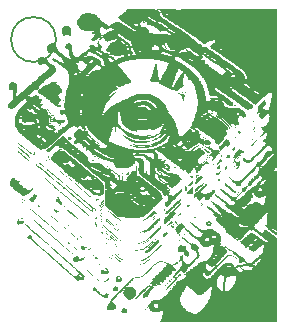
<source format=gbr>
%TF.GenerationSoftware,KiCad,Pcbnew,7.0.2*%
%TF.CreationDate,2024-03-04T12:30:01-06:00*%
%TF.ProjectId,brkn_covers,62726b6e-5f63-46f7-9665-72732e6b6963,rev?*%
%TF.SameCoordinates,Original*%
%TF.FileFunction,Legend,Bot*%
%TF.FilePolarity,Positive*%
%FSLAX46Y46*%
G04 Gerber Fmt 4.6, Leading zero omitted, Abs format (unit mm)*
G04 Created by KiCad (PCBNEW 7.0.2) date 2024-03-04 12:30:01*
%MOMM*%
%LPD*%
G01*
G04 APERTURE LIST*
%ADD10C,0.150000*%
G04 APERTURE END LIST*
D10*
%TO.C,Cover*%
X124935000Y-65610000D02*
G75*
G03*
X124935000Y-65610000I-1900000J0D01*
G01*
X142925000Y-86600000D02*
G75*
G03*
X142925000Y-86600000I-1900000J0D01*
G01*
G36*
X121361061Y-77278374D02*
G01*
X121347651Y-77291785D01*
X121334240Y-77278374D01*
X121347651Y-77264963D01*
X121361061Y-77278374D01*
G37*
G36*
X121763384Y-77948912D02*
G01*
X121749974Y-77962323D01*
X121736563Y-77948912D01*
X121749974Y-77935502D01*
X121763384Y-77948912D01*
G37*
G36*
X121790206Y-78914488D02*
G01*
X121776795Y-78927899D01*
X121763384Y-78914488D01*
X121776795Y-78901077D01*
X121790206Y-78914488D01*
G37*
G36*
X121924314Y-79236346D02*
G01*
X121910903Y-79249757D01*
X121897492Y-79236346D01*
X121910903Y-79222936D01*
X121924314Y-79236346D01*
G37*
G36*
X122004778Y-75990940D02*
G01*
X121991368Y-76004351D01*
X121977957Y-75990940D01*
X121991368Y-75977529D01*
X122004778Y-75990940D01*
G37*
G36*
X122004778Y-79263168D02*
G01*
X121991368Y-79276579D01*
X121977957Y-79263168D01*
X121991368Y-79249757D01*
X122004778Y-79263168D01*
G37*
G36*
X122058421Y-78834023D02*
G01*
X122045011Y-78847434D01*
X122031600Y-78834023D01*
X122045011Y-78820613D01*
X122058421Y-78834023D01*
G37*
G36*
X122085243Y-76044583D02*
G01*
X122071832Y-76057994D01*
X122058421Y-76044583D01*
X122071832Y-76031172D01*
X122085243Y-76044583D01*
G37*
G36*
X122648495Y-78270771D02*
G01*
X122635085Y-78284182D01*
X122621674Y-78270771D01*
X122635085Y-78257360D01*
X122648495Y-78270771D01*
G37*
G36*
X122702138Y-78297593D02*
G01*
X122688728Y-78311003D01*
X122675317Y-78297593D01*
X122688728Y-78284182D01*
X122702138Y-78297593D01*
G37*
G36*
X123801822Y-74488934D02*
G01*
X123788411Y-74502344D01*
X123775000Y-74488934D01*
X123788411Y-74475523D01*
X123801822Y-74488934D01*
G37*
G36*
X124338252Y-82910898D02*
G01*
X124324842Y-82924308D01*
X124311431Y-82910898D01*
X124324842Y-82897487D01*
X124338252Y-82910898D01*
G37*
G36*
X124686933Y-72128638D02*
G01*
X124673522Y-72142049D01*
X124660111Y-72128638D01*
X124673522Y-72115227D01*
X124686933Y-72128638D01*
G37*
G36*
X124794219Y-77546589D02*
G01*
X124780808Y-77560000D01*
X124767397Y-77546589D01*
X124780808Y-77533179D01*
X124794219Y-77546589D01*
G37*
G36*
X124955148Y-73442893D02*
G01*
X124941737Y-73456304D01*
X124928326Y-73442893D01*
X124941737Y-73429483D01*
X124955148Y-73442893D01*
G37*
G36*
X124981969Y-72155459D02*
G01*
X124968559Y-72168870D01*
X124955148Y-72155459D01*
X124968559Y-72142049D01*
X124981969Y-72155459D01*
G37*
G36*
X125062434Y-78351236D02*
G01*
X125049023Y-78364646D01*
X125035613Y-78351236D01*
X125049023Y-78337825D01*
X125062434Y-78351236D01*
G37*
G36*
X125277006Y-70385238D02*
G01*
X125263596Y-70398648D01*
X125250185Y-70385238D01*
X125263596Y-70371827D01*
X125277006Y-70385238D01*
G37*
G36*
X125384293Y-72986927D02*
G01*
X125370882Y-73000338D01*
X125357471Y-72986927D01*
X125370882Y-72973516D01*
X125384293Y-72986927D01*
G37*
G36*
X125464757Y-76634657D02*
G01*
X125451346Y-76648068D01*
X125437936Y-76634657D01*
X125451346Y-76621246D01*
X125464757Y-76634657D01*
G37*
G36*
X125598865Y-69875628D02*
G01*
X125585454Y-69889039D01*
X125572043Y-69875628D01*
X125585454Y-69862218D01*
X125598865Y-69875628D01*
G37*
G36*
X125625686Y-68588194D02*
G01*
X125612276Y-68601605D01*
X125598865Y-68588194D01*
X125612276Y-68574784D01*
X125625686Y-68588194D01*
G37*
G36*
X125625686Y-78887666D02*
G01*
X125612276Y-78901077D01*
X125598865Y-78887666D01*
X125612276Y-78874256D01*
X125625686Y-78887666D01*
G37*
G36*
X125706151Y-78994953D02*
G01*
X125692740Y-79008363D01*
X125679330Y-78994953D01*
X125692740Y-78981542D01*
X125706151Y-78994953D01*
G37*
G36*
X126215760Y-81542999D02*
G01*
X126202350Y-81556410D01*
X126188939Y-81542999D01*
X126202350Y-81529588D01*
X126215760Y-81542999D01*
G37*
G36*
X126457154Y-74193897D02*
G01*
X126443743Y-74207307D01*
X126430333Y-74193897D01*
X126443743Y-74180486D01*
X126457154Y-74193897D01*
G37*
G36*
X126483976Y-74140254D02*
G01*
X126470565Y-74153664D01*
X126457154Y-74140254D01*
X126470565Y-74126843D01*
X126483976Y-74140254D01*
G37*
G36*
X126510797Y-74006146D02*
G01*
X126497387Y-74019557D01*
X126483976Y-74006146D01*
X126497387Y-73992735D01*
X126510797Y-74006146D01*
G37*
G36*
X126805834Y-85083443D02*
G01*
X126792424Y-85096853D01*
X126779013Y-85083443D01*
X126792424Y-85070032D01*
X126805834Y-85083443D01*
G37*
G36*
X126832656Y-79826420D02*
G01*
X126819245Y-79839831D01*
X126805834Y-79826420D01*
X126819245Y-79813010D01*
X126832656Y-79826420D01*
G37*
G36*
X127154514Y-78109842D02*
G01*
X127141104Y-78123252D01*
X127127693Y-78109842D01*
X127141104Y-78096431D01*
X127154514Y-78109842D01*
G37*
G36*
X127208157Y-78163485D02*
G01*
X127194747Y-78176896D01*
X127181336Y-78163485D01*
X127194747Y-78150074D01*
X127208157Y-78163485D01*
G37*
G36*
X127556837Y-78458522D02*
G01*
X127543427Y-78471933D01*
X127530016Y-78458522D01*
X127543427Y-78445111D01*
X127556837Y-78458522D01*
G37*
G36*
X127556837Y-79906885D02*
G01*
X127543427Y-79920296D01*
X127530016Y-79906885D01*
X127543427Y-79893474D01*
X127556837Y-79906885D01*
G37*
G36*
X127771410Y-82884076D02*
G01*
X127757999Y-82897487D01*
X127744588Y-82884076D01*
X127757999Y-82870665D01*
X127771410Y-82884076D01*
G37*
G36*
X128012804Y-73845217D02*
G01*
X127999393Y-73858627D01*
X127985982Y-73845217D01*
X127999393Y-73831806D01*
X128012804Y-73845217D01*
G37*
G36*
X128093268Y-73952503D02*
G01*
X128079858Y-73965914D01*
X128066447Y-73952503D01*
X128079858Y-73939092D01*
X128093268Y-73952503D01*
G37*
G36*
X128173733Y-79102239D02*
G01*
X128160322Y-79115650D01*
X128146911Y-79102239D01*
X128160322Y-79088828D01*
X128173733Y-79102239D01*
G37*
G36*
X128227376Y-85700338D02*
G01*
X128213965Y-85713749D01*
X128200554Y-85700338D01*
X128213965Y-85686927D01*
X128227376Y-85700338D01*
G37*
G36*
X128388305Y-86612270D02*
G01*
X128374894Y-86625681D01*
X128361484Y-86612270D01*
X128374894Y-86598860D01*
X128388305Y-86612270D01*
G37*
G36*
X128415127Y-86665914D02*
G01*
X128401716Y-86679324D01*
X128388305Y-86665914D01*
X128401716Y-86652503D01*
X128415127Y-86665914D01*
G37*
G36*
X128683342Y-80657888D02*
G01*
X128669931Y-80671299D01*
X128656521Y-80657888D01*
X128669931Y-80644477D01*
X128683342Y-80657888D01*
G37*
G36*
X128763807Y-81542999D02*
G01*
X128750396Y-81556410D01*
X128736985Y-81542999D01*
X128750396Y-81529588D01*
X128763807Y-81542999D01*
G37*
G36*
X128763807Y-81864858D02*
G01*
X128750396Y-81878268D01*
X128736985Y-81864858D01*
X128750396Y-81851447D01*
X128763807Y-81864858D01*
G37*
G36*
X128897915Y-84976156D02*
G01*
X128884504Y-84989567D01*
X128871093Y-84976156D01*
X128884504Y-84962746D01*
X128897915Y-84976156D01*
G37*
G36*
X129380702Y-82267181D02*
G01*
X129367292Y-82280591D01*
X129353881Y-82267181D01*
X129367292Y-82253770D01*
X129380702Y-82267181D01*
G37*
G36*
X129407524Y-80818817D02*
G01*
X129394113Y-80832228D01*
X129380702Y-80818817D01*
X129394113Y-80805407D01*
X129407524Y-80818817D01*
G37*
G36*
X129461167Y-74193897D02*
G01*
X129447756Y-74207307D01*
X129434345Y-74193897D01*
X129447756Y-74180486D01*
X129461167Y-74193897D01*
G37*
G36*
X129461167Y-82401288D02*
G01*
X129447756Y-82414699D01*
X129434345Y-82401288D01*
X129447756Y-82387878D01*
X129461167Y-82401288D01*
G37*
G36*
X129487988Y-74006146D02*
G01*
X129474578Y-74019557D01*
X129461167Y-74006146D01*
X129474578Y-73992735D01*
X129487988Y-74006146D01*
G37*
G36*
X129514810Y-74193897D02*
G01*
X129501399Y-74207307D01*
X129487988Y-74193897D01*
X129501399Y-74180486D01*
X129514810Y-74193897D01*
G37*
G36*
X129568453Y-84117867D02*
G01*
X129555042Y-84131278D01*
X129541632Y-84117867D01*
X129555042Y-84104456D01*
X129568453Y-84117867D01*
G37*
G36*
X129595275Y-85753981D02*
G01*
X129581864Y-85767392D01*
X129568453Y-85753981D01*
X129581864Y-85740570D01*
X129595275Y-85753981D01*
G37*
G36*
X129622096Y-80979747D02*
G01*
X129608685Y-80993157D01*
X129595275Y-80979747D01*
X129608685Y-80966336D01*
X129622096Y-80979747D01*
G37*
G36*
X129648918Y-80684710D02*
G01*
X129635507Y-80698120D01*
X129622096Y-80684710D01*
X129635507Y-80671299D01*
X129648918Y-80684710D01*
G37*
G36*
X129648918Y-83769187D02*
G01*
X129635507Y-83782598D01*
X129622096Y-83769187D01*
X129635507Y-83755776D01*
X129648918Y-83769187D01*
G37*
G36*
X129756204Y-80765174D02*
G01*
X129742793Y-80778585D01*
X129729382Y-80765174D01*
X129742793Y-80751764D01*
X129756204Y-80765174D01*
G37*
G36*
X129809847Y-82669504D02*
G01*
X129796436Y-82682915D01*
X129783025Y-82669504D01*
X129796436Y-82656093D01*
X129809847Y-82669504D01*
G37*
G36*
X129863490Y-80952925D02*
G01*
X129850079Y-80966336D01*
X129836669Y-80952925D01*
X129850079Y-80939514D01*
X129863490Y-80952925D01*
G37*
G36*
X129863490Y-86558627D02*
G01*
X129850079Y-86572038D01*
X129836669Y-86558627D01*
X129850079Y-86545217D01*
X129863490Y-86558627D01*
G37*
G36*
X129943955Y-80952925D02*
G01*
X129930544Y-80966336D01*
X129917133Y-80952925D01*
X129930544Y-80939514D01*
X129943955Y-80952925D01*
G37*
G36*
X129997598Y-83018184D02*
G01*
X129984187Y-83031595D01*
X129970776Y-83018184D01*
X129984187Y-83004773D01*
X129997598Y-83018184D01*
G37*
G36*
X130024419Y-81247962D02*
G01*
X130011009Y-81261373D01*
X129997598Y-81247962D01*
X130011009Y-81234551D01*
X130024419Y-81247962D01*
G37*
G36*
X130078062Y-81274784D02*
G01*
X130064652Y-81288194D01*
X130051241Y-81274784D01*
X130064652Y-81261373D01*
X130078062Y-81274784D01*
G37*
G36*
X130158527Y-83769187D02*
G01*
X130145116Y-83782598D01*
X130131705Y-83769187D01*
X130145116Y-83755776D01*
X130158527Y-83769187D01*
G37*
G36*
X130185349Y-83500972D02*
G01*
X130171938Y-83514382D01*
X130158527Y-83500972D01*
X130171938Y-83487561D01*
X130185349Y-83500972D01*
G37*
G36*
X130238992Y-83447329D02*
G01*
X130225581Y-83460739D01*
X130212170Y-83447329D01*
X130225581Y-83433918D01*
X130238992Y-83447329D01*
G37*
G36*
X130292635Y-69875628D02*
G01*
X130279224Y-69889039D01*
X130265813Y-69875628D01*
X130279224Y-69862218D01*
X130292635Y-69875628D01*
G37*
G36*
X130292635Y-83340042D02*
G01*
X130279224Y-83353453D01*
X130265813Y-83340042D01*
X130279224Y-83326632D01*
X130292635Y-83340042D01*
G37*
G36*
X130292635Y-83500972D02*
G01*
X130279224Y-83514382D01*
X130265813Y-83500972D01*
X130279224Y-83487561D01*
X130292635Y-83500972D01*
G37*
G36*
X130346278Y-83393685D02*
G01*
X130332867Y-83407096D01*
X130319456Y-83393685D01*
X130332867Y-83380275D01*
X130346278Y-83393685D01*
G37*
G36*
X130399921Y-81757571D02*
G01*
X130386510Y-81770982D01*
X130373099Y-81757571D01*
X130386510Y-81744161D01*
X130399921Y-81757571D01*
G37*
G36*
X130480386Y-81811214D02*
G01*
X130466975Y-81824625D01*
X130453564Y-81811214D01*
X130466975Y-81797804D01*
X130480386Y-81811214D01*
G37*
G36*
X130855887Y-85539409D02*
G01*
X130842476Y-85552820D01*
X130829066Y-85539409D01*
X130842476Y-85525998D01*
X130855887Y-85539409D01*
G37*
G36*
X130989995Y-76688300D02*
G01*
X130976584Y-76701711D01*
X130963173Y-76688300D01*
X130976584Y-76674889D01*
X130989995Y-76688300D01*
G37*
G36*
X130989995Y-86504984D02*
G01*
X130976584Y-86518395D01*
X130963173Y-86504984D01*
X130976584Y-86491573D01*
X130989995Y-86504984D01*
G37*
G36*
X131070459Y-76554192D02*
G01*
X131057049Y-76567603D01*
X131043638Y-76554192D01*
X131057049Y-76540782D01*
X131070459Y-76554192D01*
G37*
G36*
X131875106Y-81998965D02*
G01*
X131861695Y-82012376D01*
X131848284Y-81998965D01*
X131861695Y-81985554D01*
X131875106Y-81998965D01*
G37*
G36*
X132116500Y-81006568D02*
G01*
X132103089Y-81019979D01*
X132089678Y-81006568D01*
X132103089Y-80993157D01*
X132116500Y-81006568D01*
G37*
G36*
X132143321Y-82937719D02*
G01*
X132129910Y-82951130D01*
X132116500Y-82937719D01*
X132129910Y-82924308D01*
X132143321Y-82937719D01*
G37*
G36*
X132196964Y-75561795D02*
G01*
X132183553Y-75575206D01*
X132170143Y-75561795D01*
X132183553Y-75548384D01*
X132196964Y-75561795D01*
G37*
G36*
X132304250Y-84386082D02*
G01*
X132290840Y-84399493D01*
X132277429Y-84386082D01*
X132290840Y-84372672D01*
X132304250Y-84386082D01*
G37*
G36*
X132384715Y-84359261D02*
G01*
X132371304Y-84372672D01*
X132357893Y-84359261D01*
X132371304Y-84345850D01*
X132384715Y-84359261D01*
G37*
G36*
X132438358Y-78780380D02*
G01*
X132424947Y-78793791D01*
X132411537Y-78780380D01*
X132424947Y-78766969D01*
X132438358Y-78780380D01*
G37*
G36*
X132438358Y-82830433D02*
G01*
X132424947Y-82843844D01*
X132411537Y-82830433D01*
X132424947Y-82817022D01*
X132438358Y-82830433D01*
G37*
G36*
X132465180Y-76741943D02*
G01*
X132451769Y-76755354D01*
X132438358Y-76741943D01*
X132451769Y-76728532D01*
X132465180Y-76741943D01*
G37*
G36*
X132518823Y-76768765D02*
G01*
X132505412Y-76782175D01*
X132492001Y-76768765D01*
X132505412Y-76755354D01*
X132518823Y-76768765D01*
G37*
G36*
X132518823Y-79772777D02*
G01*
X132505412Y-79786188D01*
X132492001Y-79772777D01*
X132505412Y-79759367D01*
X132518823Y-79772777D01*
G37*
G36*
X132599287Y-84251975D02*
G01*
X132585877Y-84265386D01*
X132572466Y-84251975D01*
X132585877Y-84238564D01*
X132599287Y-84251975D01*
G37*
G36*
X132947967Y-73764752D02*
G01*
X132934557Y-73778163D01*
X132921146Y-73764752D01*
X132934557Y-73751341D01*
X132947967Y-73764752D01*
G37*
G36*
X132947967Y-82454931D02*
G01*
X132934557Y-82468342D01*
X132921146Y-82454931D01*
X132934557Y-82441521D01*
X132947967Y-82454931D01*
G37*
G36*
X132974789Y-84091046D02*
G01*
X132961378Y-84104456D01*
X132947967Y-84091046D01*
X132961378Y-84077635D01*
X132974789Y-84091046D01*
G37*
G36*
X133028432Y-82374467D02*
G01*
X133015021Y-82387878D01*
X133001610Y-82374467D01*
X133015021Y-82361056D01*
X133028432Y-82374467D01*
G37*
G36*
X133082075Y-78941310D02*
G01*
X133068664Y-78954720D01*
X133055254Y-78941310D01*
X133068664Y-78927899D01*
X133082075Y-78941310D01*
G37*
G36*
X133189361Y-73630644D02*
G01*
X133175950Y-73644055D01*
X133162540Y-73630644D01*
X133175950Y-73617233D01*
X133189361Y-73630644D01*
G37*
G36*
X133216183Y-85727160D02*
G01*
X133202772Y-85740570D01*
X133189361Y-85727160D01*
X133202772Y-85713749D01*
X133216183Y-85727160D01*
G37*
G36*
X133243004Y-82374467D02*
G01*
X133229594Y-82387878D01*
X133216183Y-82374467D01*
X133229594Y-82361056D01*
X133243004Y-82374467D01*
G37*
G36*
X133296647Y-81382070D02*
G01*
X133283237Y-81395481D01*
X133269826Y-81382070D01*
X133283237Y-81368659D01*
X133296647Y-81382070D01*
G37*
G36*
X133377112Y-82213538D02*
G01*
X133363701Y-82226948D01*
X133350290Y-82213538D01*
X133363701Y-82200127D01*
X133377112Y-82213538D01*
G37*
G36*
X133403934Y-81113854D02*
G01*
X133390523Y-81127265D01*
X133377112Y-81113854D01*
X133390523Y-81100444D01*
X133403934Y-81113854D01*
G37*
G36*
X133403934Y-82589039D02*
G01*
X133390523Y-82602450D01*
X133377112Y-82589039D01*
X133390523Y-82575628D01*
X133403934Y-82589039D01*
G37*
G36*
X133457577Y-77251552D02*
G01*
X133444166Y-77264963D01*
X133430755Y-77251552D01*
X133444166Y-77238142D01*
X133457577Y-77251552D01*
G37*
G36*
X133511220Y-82401288D02*
G01*
X133497809Y-82414699D01*
X133484398Y-82401288D01*
X133497809Y-82387878D01*
X133511220Y-82401288D01*
G37*
G36*
X133538041Y-85378480D02*
G01*
X133524631Y-85391890D01*
X133511220Y-85378480D01*
X133524631Y-85365069D01*
X133538041Y-85378480D01*
G37*
G36*
X133672149Y-83045005D02*
G01*
X133658738Y-83058416D01*
X133645327Y-83045005D01*
X133658738Y-83031595D01*
X133672149Y-83045005D01*
G37*
G36*
X133698971Y-85244372D02*
G01*
X133685560Y-85257783D01*
X133672149Y-85244372D01*
X133685560Y-85230961D01*
X133698971Y-85244372D01*
G37*
G36*
X133806257Y-82159895D02*
G01*
X133792846Y-82173305D01*
X133779435Y-82159895D01*
X133792846Y-82146484D01*
X133806257Y-82159895D01*
G37*
G36*
X134208580Y-82696325D02*
G01*
X134195169Y-82709736D01*
X134181758Y-82696325D01*
X134195169Y-82682915D01*
X134208580Y-82696325D01*
G37*
G36*
X134235401Y-76715122D02*
G01*
X134221991Y-76728532D01*
X134208580Y-76715122D01*
X134221991Y-76701711D01*
X134235401Y-76715122D01*
G37*
G36*
X134235401Y-80067814D02*
G01*
X134221991Y-80081225D01*
X134208580Y-80067814D01*
X134221991Y-80054403D01*
X134235401Y-80067814D01*
G37*
G36*
X134342688Y-78887666D02*
G01*
X134329277Y-78901077D01*
X134315866Y-78887666D01*
X134329277Y-78874256D01*
X134342688Y-78887666D01*
G37*
G36*
X134557260Y-76581014D02*
G01*
X134543849Y-76594425D01*
X134530438Y-76581014D01*
X134543849Y-76567603D01*
X134557260Y-76581014D01*
G37*
G36*
X134584081Y-73737930D02*
G01*
X134570671Y-73751341D01*
X134557260Y-73737930D01*
X134570671Y-73724520D01*
X134584081Y-73737930D01*
G37*
G36*
X134637724Y-76661478D02*
G01*
X134624314Y-76674889D01*
X134610903Y-76661478D01*
X134624314Y-76648068D01*
X134637724Y-76661478D01*
G37*
G36*
X134637724Y-86692735D02*
G01*
X134624314Y-86706146D01*
X134610903Y-86692735D01*
X134624314Y-86679324D01*
X134637724Y-86692735D01*
G37*
G36*
X134745011Y-78592629D02*
G01*
X134731600Y-78606040D01*
X134718189Y-78592629D01*
X134731600Y-78579219D01*
X134745011Y-78592629D01*
G37*
G36*
X134771832Y-76822408D02*
G01*
X134758421Y-76835818D01*
X134745011Y-76822408D01*
X134758421Y-76808997D01*
X134771832Y-76822408D01*
G37*
G36*
X134959583Y-80952925D02*
G01*
X134946172Y-80966336D01*
X134932761Y-80952925D01*
X134946172Y-80939514D01*
X134959583Y-80952925D01*
G37*
G36*
X135683765Y-74408469D02*
G01*
X135670354Y-74421880D01*
X135656943Y-74408469D01*
X135670354Y-74395058D01*
X135683765Y-74408469D01*
G37*
G36*
X135817872Y-83045005D02*
G01*
X135804462Y-83058416D01*
X135791051Y-83045005D01*
X135804462Y-83031595D01*
X135817872Y-83045005D01*
G37*
G36*
X135925158Y-83125470D02*
G01*
X135911748Y-83138881D01*
X135898337Y-83125470D01*
X135911748Y-83112059D01*
X135925158Y-83125470D01*
G37*
G36*
X135951980Y-84493369D02*
G01*
X135938569Y-84506779D01*
X135925158Y-84493369D01*
X135938569Y-84479958D01*
X135951980Y-84493369D01*
G37*
G36*
X135978802Y-79880063D02*
G01*
X135965391Y-79893474D01*
X135951980Y-79880063D01*
X135965391Y-79866653D01*
X135978802Y-79880063D01*
G37*
G36*
X136005623Y-69339198D02*
G01*
X135992212Y-69352608D01*
X135978802Y-69339198D01*
X135992212Y-69325787D01*
X136005623Y-69339198D01*
G37*
G36*
X136166552Y-68990518D02*
G01*
X136153142Y-69003928D01*
X136139731Y-68990518D01*
X136153142Y-68977107D01*
X136166552Y-68990518D01*
G37*
G36*
X136568875Y-82857255D02*
G01*
X136555465Y-82870665D01*
X136542054Y-82857255D01*
X136555465Y-82843844D01*
X136568875Y-82857255D01*
G37*
G36*
X136568875Y-84868870D02*
G01*
X136555465Y-84882281D01*
X136542054Y-84868870D01*
X136555465Y-84855459D01*
X136568875Y-84868870D01*
G37*
G36*
X136595697Y-80550602D02*
G01*
X136582286Y-80564013D01*
X136568875Y-80550602D01*
X136582286Y-80537191D01*
X136595697Y-80550602D01*
G37*
G36*
X136837091Y-76366442D02*
G01*
X136823680Y-76379852D01*
X136810269Y-76366442D01*
X136823680Y-76353031D01*
X136837091Y-76366442D01*
G37*
G36*
X136971199Y-82213538D02*
G01*
X136957788Y-82226948D01*
X136944377Y-82213538D01*
X136957788Y-82200127D01*
X136971199Y-82213538D01*
G37*
G36*
X137024842Y-82267181D02*
G01*
X137011431Y-82280591D01*
X136998020Y-82267181D01*
X137011431Y-82253770D01*
X137024842Y-82267181D01*
G37*
G36*
X137024842Y-82991362D02*
G01*
X137011431Y-83004773D01*
X136998020Y-82991362D01*
X137011431Y-82977952D01*
X137024842Y-82991362D01*
G37*
G36*
X137078485Y-82320824D02*
G01*
X137065074Y-82334235D01*
X137051663Y-82320824D01*
X137065074Y-82307413D01*
X137078485Y-82320824D01*
G37*
G36*
X137185771Y-81596642D02*
G01*
X137172360Y-81610053D01*
X137158949Y-81596642D01*
X137172360Y-81583231D01*
X137185771Y-81596642D01*
G37*
G36*
X137239414Y-81998965D02*
G01*
X137226003Y-82012376D01*
X137212592Y-81998965D01*
X137226003Y-81985554D01*
X137239414Y-81998965D01*
G37*
G36*
X137293057Y-76473728D02*
G01*
X137279646Y-76487138D01*
X137266236Y-76473728D01*
X137279646Y-76460317D01*
X137293057Y-76473728D01*
G37*
G36*
X137346700Y-81703928D02*
G01*
X137333289Y-81717339D01*
X137319879Y-81703928D01*
X137333289Y-81690518D01*
X137346700Y-81703928D01*
G37*
G36*
X137614916Y-78673094D02*
G01*
X137601505Y-78686505D01*
X137588094Y-78673094D01*
X137601505Y-78659683D01*
X137614916Y-78673094D01*
G37*
G36*
X137641737Y-81703928D02*
G01*
X137628326Y-81717339D01*
X137614916Y-81703928D01*
X137628326Y-81690518D01*
X137641737Y-81703928D01*
G37*
G36*
X137963596Y-85780803D02*
G01*
X137950185Y-85794213D01*
X137936774Y-85780803D01*
X137950185Y-85767392D01*
X137963596Y-85780803D01*
G37*
G36*
X138070882Y-75695903D02*
G01*
X138057471Y-75709314D01*
X138044060Y-75695903D01*
X138057471Y-75682492D01*
X138070882Y-75695903D01*
G37*
G36*
X138151346Y-75669081D02*
G01*
X138137936Y-75682492D01*
X138124525Y-75669081D01*
X138137936Y-75655671D01*
X138151346Y-75669081D01*
G37*
G36*
X138231811Y-78968131D02*
G01*
X138218400Y-78981542D01*
X138204990Y-78968131D01*
X138218400Y-78954720D01*
X138231811Y-78968131D01*
G37*
G36*
X138285454Y-84117867D02*
G01*
X138272043Y-84131278D01*
X138258633Y-84117867D01*
X138272043Y-84104456D01*
X138285454Y-84117867D01*
G37*
G36*
X138392740Y-78807202D02*
G01*
X138379330Y-78820613D01*
X138365919Y-78807202D01*
X138379330Y-78793791D01*
X138392740Y-78807202D01*
G37*
G36*
X138419562Y-75856832D02*
G01*
X138406151Y-75870243D01*
X138392740Y-75856832D01*
X138406151Y-75843421D01*
X138419562Y-75856832D01*
G37*
G36*
X138634134Y-85083443D02*
G01*
X138620723Y-85096853D01*
X138607313Y-85083443D01*
X138620723Y-85070032D01*
X138634134Y-85083443D01*
G37*
G36*
X138687777Y-80282387D02*
G01*
X138674367Y-80295797D01*
X138660956Y-80282387D01*
X138674367Y-80268976D01*
X138687777Y-80282387D01*
G37*
G36*
X138714599Y-81918501D02*
G01*
X138701188Y-81931911D01*
X138687777Y-81918501D01*
X138701188Y-81905090D01*
X138714599Y-81918501D01*
G37*
G36*
X138741420Y-74596220D02*
G01*
X138728010Y-74609631D01*
X138714599Y-74596220D01*
X138728010Y-74582809D01*
X138741420Y-74596220D01*
G37*
G36*
X138848707Y-83715544D02*
G01*
X138835296Y-83728955D01*
X138821885Y-83715544D01*
X138835296Y-83702133D01*
X138848707Y-83715544D01*
G37*
G36*
X139197387Y-79558205D02*
G01*
X139183976Y-79571616D01*
X139170565Y-79558205D01*
X139183976Y-79544794D01*
X139197387Y-79558205D01*
G37*
G36*
X139438780Y-80148279D02*
G01*
X139425370Y-80161690D01*
X139411959Y-80148279D01*
X139425370Y-80134868D01*
X139438780Y-80148279D01*
G37*
G36*
X139492424Y-80121457D02*
G01*
X139479013Y-80134868D01*
X139465602Y-80121457D01*
X139479013Y-80108047D01*
X139492424Y-80121457D01*
G37*
G36*
X139599710Y-85727160D02*
G01*
X139586299Y-85740570D01*
X139572888Y-85727160D01*
X139586299Y-85713749D01*
X139599710Y-85727160D01*
G37*
G36*
X140162962Y-75883654D02*
G01*
X140149551Y-75897065D01*
X140136141Y-75883654D01*
X140149551Y-75870243D01*
X140162962Y-75883654D01*
G37*
G36*
X140162962Y-75937297D02*
G01*
X140149551Y-75950708D01*
X140136141Y-75937297D01*
X140149551Y-75923886D01*
X140162962Y-75937297D01*
G37*
G36*
X140484821Y-81301605D02*
G01*
X140471410Y-81315016D01*
X140457999Y-81301605D01*
X140471410Y-81288194D01*
X140484821Y-81301605D01*
G37*
G36*
X140565285Y-75883654D02*
G01*
X140551874Y-75897065D01*
X140538464Y-75883654D01*
X140551874Y-75870243D01*
X140565285Y-75883654D01*
G37*
G36*
X140699393Y-82991362D02*
G01*
X140685982Y-83004773D01*
X140672571Y-82991362D01*
X140685982Y-82977952D01*
X140699393Y-82991362D01*
G37*
G36*
X141235824Y-77653876D02*
G01*
X141222413Y-77667286D01*
X141209002Y-77653876D01*
X141222413Y-77640465D01*
X141235824Y-77653876D01*
G37*
G36*
X141235824Y-77734340D02*
G01*
X141222413Y-77747751D01*
X141209002Y-77734340D01*
X141222413Y-77720929D01*
X141235824Y-77734340D01*
G37*
G36*
X141664968Y-73952503D02*
G01*
X141651558Y-73965914D01*
X141638147Y-73952503D01*
X141651558Y-73939092D01*
X141664968Y-73952503D01*
G37*
G36*
X141879541Y-77010159D02*
G01*
X141866130Y-77023569D01*
X141852719Y-77010159D01*
X141866130Y-76996748D01*
X141879541Y-77010159D01*
G37*
G36*
X142308685Y-75695903D02*
G01*
X142295275Y-75709314D01*
X142281864Y-75695903D01*
X142295275Y-75682492D01*
X142308685Y-75695903D01*
G37*
G36*
X142308685Y-75776368D02*
G01*
X142295275Y-75789778D01*
X142281864Y-75776368D01*
X142295275Y-75762957D01*
X142308685Y-75776368D01*
G37*
G36*
X142523258Y-82562218D02*
G01*
X142509847Y-82575628D01*
X142496436Y-82562218D01*
X142509847Y-82548807D01*
X142523258Y-82562218D01*
G37*
G36*
X122138886Y-80832228D02*
G01*
X122136950Y-80846427D01*
X122121005Y-80850109D01*
X122117795Y-80846178D01*
X122121005Y-80814347D01*
X122129072Y-80810151D01*
X122138886Y-80832228D01*
G37*
G36*
X122585912Y-78266301D02*
G01*
X122590108Y-78274368D01*
X122568031Y-78284182D01*
X122553831Y-78282246D01*
X122550150Y-78266301D01*
X122554081Y-78263091D01*
X122585912Y-78266301D01*
G37*
G36*
X122666376Y-75691433D02*
G01*
X122670573Y-75699500D01*
X122648495Y-75709314D01*
X122634296Y-75707378D01*
X122630614Y-75691433D01*
X122634545Y-75688223D01*
X122666376Y-75691433D01*
G37*
G36*
X124499182Y-71578796D02*
G01*
X124497246Y-71592996D01*
X124481301Y-71596677D01*
X124478091Y-71592746D01*
X124481301Y-71560915D01*
X124489368Y-71556719D01*
X124499182Y-71578796D01*
G37*
G36*
X124865743Y-72043703D02*
G01*
X124869939Y-72051770D01*
X124847862Y-72061584D01*
X124833663Y-72059648D01*
X124829981Y-72043703D01*
X124833912Y-72040493D01*
X124865743Y-72043703D01*
G37*
G36*
X124865743Y-77676227D02*
G01*
X124869939Y-77684294D01*
X124847862Y-77694108D01*
X124833663Y-77692172D01*
X124829981Y-77676227D01*
X124833912Y-77673017D01*
X124865743Y-77676227D01*
G37*
G36*
X125572043Y-78337825D02*
G01*
X125570108Y-78352024D01*
X125554162Y-78355706D01*
X125550952Y-78351775D01*
X125554162Y-78319944D01*
X125562230Y-78315748D01*
X125572043Y-78337825D01*
G37*
G36*
X126832656Y-83836241D02*
G01*
X126830720Y-83850440D01*
X126814775Y-83854122D01*
X126811565Y-83850191D01*
X126814775Y-83818360D01*
X126822842Y-83814164D01*
X126832656Y-83836241D01*
G37*
G36*
X127011466Y-77863978D02*
G01*
X127015662Y-77872045D01*
X126993585Y-77881859D01*
X126979386Y-77879923D01*
X126975704Y-77863978D01*
X126979635Y-77860768D01*
X127011466Y-77863978D01*
G37*
G36*
X127386968Y-79768307D02*
G01*
X127391164Y-79776374D01*
X127369087Y-79786188D01*
X127354887Y-79784252D01*
X127351206Y-79768307D01*
X127355137Y-79765097D01*
X127386968Y-79768307D01*
G37*
G36*
X127422730Y-78337825D02*
G01*
X127420794Y-78352024D01*
X127404849Y-78355706D01*
X127401639Y-78351775D01*
X127404849Y-78319944D01*
X127412916Y-78315748D01*
X127422730Y-78337825D01*
G37*
G36*
X127637302Y-83246167D02*
G01*
X127635366Y-83260366D01*
X127619421Y-83264048D01*
X127616211Y-83260117D01*
X127619421Y-83228286D01*
X127627489Y-83224090D01*
X127637302Y-83246167D01*
G37*
G36*
X128683342Y-79839831D02*
G01*
X128681407Y-79854030D01*
X128665461Y-79857712D01*
X128662251Y-79853781D01*
X128665461Y-79821950D01*
X128673529Y-79817754D01*
X128683342Y-79839831D01*
G37*
G36*
X129653947Y-84139777D02*
G01*
X129666362Y-84149432D01*
X129637742Y-84155982D01*
X129610538Y-84154085D01*
X129602539Y-84141895D01*
X129612028Y-84136580D01*
X129653947Y-84139777D01*
G37*
G36*
X129995480Y-82935484D02*
G01*
X129993584Y-82962688D01*
X129981393Y-82970687D01*
X129976078Y-82961198D01*
X129979276Y-82919279D01*
X129988930Y-82906865D01*
X129995480Y-82935484D01*
G37*
G36*
X129997598Y-83299810D02*
G01*
X129995662Y-83314009D01*
X129979717Y-83317691D01*
X129976507Y-83313760D01*
X129979717Y-83281929D01*
X129987784Y-83277733D01*
X129997598Y-83299810D01*
G37*
G36*
X130051241Y-83272988D02*
G01*
X130049305Y-83287188D01*
X130033360Y-83290870D01*
X130030150Y-83286938D01*
X130033360Y-83255107D01*
X130041427Y-83250911D01*
X130051241Y-83272988D01*
G37*
G36*
X130319456Y-83568025D02*
G01*
X130317521Y-83582225D01*
X130301575Y-83585906D01*
X130298365Y-83581975D01*
X130301575Y-83550144D01*
X130309643Y-83545948D01*
X130319456Y-83568025D01*
G37*
G36*
X130346278Y-82736558D02*
G01*
X130344342Y-82750757D01*
X130328397Y-82754439D01*
X130325187Y-82750508D01*
X130328397Y-82718677D01*
X130336464Y-82714480D01*
X130346278Y-82736558D01*
G37*
G36*
X130390980Y-69844337D02*
G01*
X130395177Y-69852404D01*
X130373099Y-69862218D01*
X130358900Y-69860282D01*
X130355218Y-69844337D01*
X130359149Y-69841127D01*
X130390980Y-69844337D01*
G37*
G36*
X130605553Y-65418782D02*
G01*
X130609749Y-65426850D01*
X130587672Y-65436663D01*
X130573472Y-65434728D01*
X130569791Y-65418782D01*
X130573722Y-65415572D01*
X130605553Y-65418782D01*
G37*
G36*
X130995024Y-76817496D02*
G01*
X131007439Y-76827151D01*
X130978819Y-76833701D01*
X130951615Y-76831805D01*
X130943616Y-76819614D01*
X130953105Y-76814299D01*
X130995024Y-76817496D01*
G37*
G36*
X131960599Y-73330696D02*
G01*
X131973014Y-73340350D01*
X131944395Y-73346901D01*
X131917191Y-73345004D01*
X131909191Y-73332813D01*
X131918681Y-73327498D01*
X131960599Y-73330696D01*
G37*
G36*
X132000273Y-82074960D02*
G01*
X132004469Y-82083027D01*
X131982392Y-82092841D01*
X131968193Y-82090905D01*
X131964511Y-82074960D01*
X131968442Y-82071750D01*
X132000273Y-82074960D01*
G37*
G36*
X132121529Y-82047697D02*
G01*
X132133943Y-82057351D01*
X132105324Y-82063902D01*
X132078120Y-82062005D01*
X132070121Y-82049814D01*
X132079610Y-82044499D01*
X132121529Y-82047697D01*
G37*
G36*
X132375774Y-88619416D02*
G01*
X132379971Y-88627483D01*
X132357893Y-88637297D01*
X132343694Y-88635361D01*
X132340012Y-88619416D01*
X132343944Y-88616206D01*
X132375774Y-88619416D01*
G37*
G36*
X134360569Y-75798719D02*
G01*
X134364765Y-75806786D01*
X134342688Y-75816600D01*
X134328488Y-75814664D01*
X134324806Y-75798719D01*
X134328738Y-75795509D01*
X134360569Y-75798719D01*
G37*
G36*
X134455003Y-76871139D02*
G01*
X134467418Y-76880794D01*
X134438798Y-76887344D01*
X134411594Y-76885448D01*
X134403595Y-76873257D01*
X134413084Y-76867942D01*
X134455003Y-76871139D01*
G37*
G36*
X134698073Y-76737590D02*
G01*
X134702623Y-76746904D01*
X134664546Y-76751119D01*
X134627650Y-76747380D01*
X134631019Y-76737590D01*
X134643160Y-76734048D01*
X134698073Y-76737590D01*
G37*
G36*
X135218858Y-63031665D02*
G01*
X135223054Y-63039732D01*
X135200977Y-63049546D01*
X135186778Y-63047610D01*
X135183096Y-63031665D01*
X135187027Y-63028455D01*
X135218858Y-63031665D01*
G37*
G36*
X135361906Y-85955143D02*
G01*
X135359970Y-85969342D01*
X135344025Y-85973024D01*
X135340815Y-85969093D01*
X135344025Y-85937262D01*
X135352093Y-85933065D01*
X135361906Y-85955143D01*
G37*
G36*
X135460252Y-85910440D02*
G01*
X135464448Y-85918508D01*
X135442371Y-85928321D01*
X135428171Y-85926385D01*
X135424490Y-85910440D01*
X135428421Y-85907230D01*
X135460252Y-85910440D01*
G37*
G36*
X135540716Y-70085730D02*
G01*
X135544913Y-70093798D01*
X135522835Y-70103612D01*
X135508636Y-70101676D01*
X135504954Y-70085730D01*
X135508885Y-70082520D01*
X135540716Y-70085730D01*
G37*
G36*
X135869398Y-80628832D02*
G01*
X135867501Y-80656036D01*
X135855311Y-80664035D01*
X135849996Y-80654546D01*
X135853193Y-80612627D01*
X135862848Y-80600212D01*
X135869398Y-80628832D01*
G37*
G36*
X135871515Y-68574784D02*
G01*
X135869580Y-68588983D01*
X135853634Y-68592665D01*
X135850424Y-68588734D01*
X135853634Y-68556903D01*
X135861702Y-68552706D01*
X135871515Y-68574784D01*
G37*
G36*
X135925158Y-80590834D02*
G01*
X135923223Y-80605034D01*
X135907277Y-80608715D01*
X135904067Y-80604784D01*
X135907277Y-80572953D01*
X135915345Y-80568757D01*
X135925158Y-80590834D01*
G37*
G36*
X135978802Y-68735713D02*
G01*
X135976866Y-68749912D01*
X135960921Y-68753594D01*
X135957711Y-68749663D01*
X135960921Y-68717832D01*
X135968988Y-68713636D01*
X135978802Y-68735713D01*
G37*
G36*
X136184433Y-74243069D02*
G01*
X136188630Y-74251137D01*
X136166552Y-74260950D01*
X136152353Y-74259015D01*
X136148671Y-74243069D01*
X136152602Y-74239859D01*
X136184433Y-74243069D01*
G37*
G36*
X136381125Y-76889462D02*
G01*
X136379189Y-76903661D01*
X136363244Y-76907343D01*
X136360034Y-76903411D01*
X136363244Y-76871581D01*
X136371311Y-76867384D01*
X136381125Y-76889462D01*
G37*
G36*
X136506292Y-82879606D02*
G01*
X136510488Y-82887673D01*
X136488411Y-82897487D01*
X136474212Y-82895551D01*
X136470530Y-82879606D01*
X136474461Y-82876396D01*
X136506292Y-82879606D01*
G37*
G36*
X136542054Y-77989145D02*
G01*
X136540118Y-78003344D01*
X136524173Y-78007026D01*
X136520963Y-78003095D01*
X136524173Y-77971264D01*
X136532240Y-77967068D01*
X136542054Y-77989145D01*
G37*
G36*
X137078485Y-76245745D02*
G01*
X137076549Y-76259944D01*
X137060604Y-76263626D01*
X137057394Y-76259694D01*
X137060604Y-76227864D01*
X137068671Y-76223667D01*
X137078485Y-76245745D01*
G37*
G36*
X137373522Y-75923886D02*
G01*
X137371586Y-75938085D01*
X137355641Y-75941767D01*
X137352431Y-75937836D01*
X137355641Y-75906005D01*
X137363708Y-75901809D01*
X137373522Y-75923886D01*
G37*
G36*
X137614916Y-73992735D02*
G01*
X137612980Y-74006934D01*
X137597035Y-74010616D01*
X137593825Y-74006685D01*
X137597035Y-73974854D01*
X137605102Y-73970658D01*
X137614916Y-73992735D01*
G37*
G36*
X137666441Y-79421862D02*
G01*
X137664545Y-79449066D01*
X137652354Y-79457065D01*
X137647039Y-79447576D01*
X137650237Y-79405657D01*
X137659891Y-79393243D01*
X137666441Y-79421862D01*
G37*
G36*
X137927834Y-85642225D02*
G01*
X137932030Y-85650292D01*
X137909953Y-85660106D01*
X137895753Y-85658170D01*
X137892072Y-85642225D01*
X137896003Y-85639015D01*
X137927834Y-85642225D01*
G37*
G36*
X138169227Y-80304738D02*
G01*
X138173424Y-80312805D01*
X138151346Y-80322619D01*
X138137147Y-80320683D01*
X138133465Y-80304738D01*
X138137397Y-80301528D01*
X138169227Y-80304738D01*
G37*
G36*
X138285454Y-75977529D02*
G01*
X138283519Y-75991728D01*
X138267573Y-75995410D01*
X138264363Y-75991479D01*
X138267573Y-75959648D01*
X138275641Y-75955452D01*
X138285454Y-75977529D01*
G37*
G36*
X138330157Y-81726280D02*
G01*
X138334353Y-81734347D01*
X138312276Y-81744161D01*
X138298076Y-81742225D01*
X138294395Y-81726280D01*
X138298326Y-81723070D01*
X138330157Y-81726280D01*
G37*
G36*
X138339097Y-76111637D02*
G01*
X138337162Y-76125836D01*
X138321216Y-76129518D01*
X138318006Y-76125587D01*
X138321216Y-76093756D01*
X138329284Y-76089560D01*
X138339097Y-76111637D01*
G37*
G36*
X138419562Y-80698120D02*
G01*
X138417626Y-80712320D01*
X138401681Y-80716002D01*
X138398471Y-80712070D01*
X138401681Y-80680239D01*
X138409748Y-80676043D01*
X138419562Y-80698120D01*
G37*
G36*
X139376197Y-84515720D02*
G01*
X139380393Y-84523787D01*
X139358316Y-84533601D01*
X139344117Y-84531665D01*
X139340435Y-84515720D01*
X139344366Y-84512510D01*
X139376197Y-84515720D01*
G37*
G36*
X139429840Y-85695868D02*
G01*
X139434036Y-85703935D01*
X139411959Y-85713749D01*
X139397760Y-85711813D01*
X139394078Y-85695868D01*
X139398009Y-85692658D01*
X139429840Y-85695868D01*
G37*
G36*
X139671234Y-74591749D02*
G01*
X139675430Y-74599817D01*
X139653353Y-74609631D01*
X139639154Y-74607695D01*
X139635472Y-74591749D01*
X139639403Y-74588539D01*
X139671234Y-74591749D01*
G37*
G36*
X139921568Y-76487138D02*
G01*
X139919633Y-76501338D01*
X139903687Y-76505019D01*
X139900477Y-76501088D01*
X139903687Y-76469257D01*
X139911755Y-76465061D01*
X139921568Y-76487138D01*
G37*
G36*
X140234486Y-78749088D02*
G01*
X140238682Y-78757156D01*
X140216605Y-78766969D01*
X140202406Y-78765034D01*
X140198724Y-78749088D01*
X140202655Y-78745878D01*
X140234486Y-78749088D01*
G37*
G36*
X140341772Y-78614981D02*
G01*
X140345968Y-78623048D01*
X140323891Y-78632862D01*
X140309692Y-78630926D01*
X140306010Y-78614981D01*
X140309941Y-78611771D01*
X140341772Y-78614981D01*
G37*
G36*
X141548742Y-83550144D02*
G01*
X141552938Y-83558212D01*
X141530861Y-83568025D01*
X141516661Y-83566090D01*
X141512980Y-83550144D01*
X141516911Y-83546934D01*
X141548742Y-83550144D01*
G37*
G36*
X124184863Y-75823013D02*
G01*
X124204145Y-75856832D01*
X124198282Y-75879367D01*
X124162496Y-75892326D01*
X124125945Y-75874790D01*
X124119421Y-75844061D01*
X124157207Y-75821706D01*
X124184863Y-75823013D01*
G37*
G36*
X125033370Y-74927509D02*
G01*
X125026357Y-74970565D01*
X125008210Y-75005676D01*
X124995482Y-75004234D01*
X125001298Y-74957247D01*
X125012867Y-74926551D01*
X125028922Y-74915858D01*
X125033370Y-74927509D01*
G37*
G36*
X125235381Y-72882818D02*
G01*
X125255968Y-72892106D01*
X125277006Y-72909332D01*
X125269573Y-72919324D01*
X125238830Y-72915593D01*
X125210142Y-72893359D01*
X125207694Y-72880943D01*
X125235381Y-72882818D01*
G37*
G36*
X127568855Y-85140262D02*
G01*
X127589442Y-85149551D01*
X127610481Y-85166777D01*
X127603047Y-85176769D01*
X127572304Y-85173038D01*
X127543617Y-85150804D01*
X127541168Y-85138388D01*
X127568855Y-85140262D01*
G37*
G36*
X128518350Y-81117198D02*
G01*
X128510105Y-81152302D01*
X128497490Y-81169977D01*
X128479473Y-81177312D01*
X128486336Y-81139519D01*
X128496408Y-81119963D01*
X128515001Y-81110913D01*
X128518350Y-81117198D01*
G37*
G36*
X128673781Y-80174627D02*
G01*
X128695029Y-80207471D01*
X128696938Y-80212559D01*
X128702566Y-80239435D01*
X128680014Y-80222485D01*
X128664709Y-80202764D01*
X128661701Y-80174391D01*
X128673781Y-80174627D01*
G37*
G36*
X129607292Y-82484930D02*
G01*
X129627879Y-82494218D01*
X129648918Y-82511444D01*
X129641484Y-82521436D01*
X129610741Y-82517705D01*
X129582054Y-82495471D01*
X129579605Y-82483055D01*
X129607292Y-82484930D01*
G37*
G36*
X129718533Y-85629140D02*
G01*
X129714969Y-85634600D01*
X129688468Y-85659302D01*
X129675739Y-85648278D01*
X129678137Y-85642245D01*
X129706705Y-85617312D01*
X129721694Y-85610786D01*
X129718533Y-85629140D01*
G37*
G36*
X133361205Y-81309877D02*
G01*
X133362556Y-81343691D01*
X133357679Y-81351249D01*
X133338260Y-81366049D01*
X133332409Y-81329607D01*
X133335233Y-81312582D01*
X133355198Y-81304638D01*
X133361205Y-81309877D01*
G37*
G36*
X133500370Y-82517841D02*
G01*
X133492091Y-82529756D01*
X133469404Y-82548807D01*
X133465655Y-82548546D01*
X133459748Y-82533020D01*
X133488542Y-82506013D01*
X133503531Y-82499487D01*
X133500370Y-82517841D01*
G37*
G36*
X133501658Y-77331543D02*
G01*
X133522906Y-77364387D01*
X133524815Y-77369476D01*
X133530443Y-77396351D01*
X133507892Y-77379402D01*
X133492587Y-77359681D01*
X133489578Y-77331307D01*
X133501658Y-77331543D01*
G37*
G36*
X133527192Y-80989013D02*
G01*
X133518912Y-81000928D01*
X133496226Y-81019979D01*
X133492476Y-81019718D01*
X133486570Y-81004192D01*
X133515364Y-80977185D01*
X133530353Y-80970659D01*
X133527192Y-80989013D01*
G37*
G36*
X133661299Y-82303269D02*
G01*
X133653020Y-82315184D01*
X133630334Y-82334235D01*
X133626584Y-82333973D01*
X133620677Y-82318447D01*
X133649472Y-82291441D01*
X133664461Y-82284915D01*
X133661299Y-82303269D01*
G37*
G36*
X134680643Y-78586375D02*
G01*
X134685574Y-78596975D01*
X134675732Y-78636462D01*
X134658203Y-78656760D01*
X134643431Y-78636570D01*
X134640143Y-78611626D01*
X134654127Y-78581970D01*
X134680643Y-78586375D01*
G37*
G36*
X135511986Y-79969795D02*
G01*
X135508422Y-79975255D01*
X135481921Y-79999957D01*
X135469192Y-79988933D01*
X135471590Y-79982900D01*
X135500158Y-79957967D01*
X135515147Y-79951441D01*
X135511986Y-79969795D01*
G37*
G36*
X135565629Y-73666732D02*
G01*
X135557349Y-73678647D01*
X135534663Y-73697698D01*
X135530914Y-73697437D01*
X135525007Y-73681911D01*
X135553801Y-73654905D01*
X135568790Y-73648379D01*
X135565629Y-73666732D01*
G37*
G36*
X135588165Y-77433755D02*
G01*
X135574789Y-77458785D01*
X135554837Y-77466834D01*
X135551964Y-77453906D01*
X135573150Y-77418740D01*
X135576683Y-77415275D01*
X135596331Y-77402419D01*
X135588165Y-77433755D01*
G37*
G36*
X137610082Y-75434705D02*
G01*
X137603939Y-75484659D01*
X137584853Y-75513472D01*
X137555029Y-75499226D01*
X137537759Y-75473037D01*
X137555461Y-75436181D01*
X137587857Y-75417425D01*
X137610082Y-75434705D01*
G37*
G36*
X138258633Y-76096643D02*
G01*
X138258108Y-76110185D01*
X138245438Y-76137273D01*
X138219546Y-76113490D01*
X138215901Y-76103819D01*
X138231374Y-76071675D01*
X138245436Y-76069018D01*
X138258633Y-76096643D01*
G37*
G36*
X141491172Y-81754068D02*
G01*
X141511495Y-81767342D01*
X141516762Y-81798917D01*
X141500917Y-81812052D01*
X141460771Y-81795284D01*
X141436598Y-81767594D01*
X141443945Y-81746663D01*
X141491172Y-81754068D01*
G37*
G36*
X143343876Y-81686373D02*
G01*
X143335596Y-81698288D01*
X143312910Y-81717339D01*
X143309161Y-81717078D01*
X143303254Y-81701552D01*
X143332048Y-81674546D01*
X143347037Y-81668020D01*
X143343876Y-81686373D01*
G37*
G36*
X122117162Y-79118676D02*
G01*
X122138886Y-79142471D01*
X122134347Y-79154810D01*
X122098654Y-79169293D01*
X122080146Y-79166267D01*
X122058421Y-79142471D01*
X122062960Y-79130132D01*
X122098654Y-79115650D01*
X122117162Y-79118676D01*
G37*
G36*
X122763107Y-76371931D02*
G01*
X122782603Y-76408257D01*
X122781835Y-76414245D01*
X122755782Y-76433495D01*
X122742963Y-76428378D01*
X122728960Y-76391680D01*
X122732820Y-76372522D01*
X122755782Y-76366442D01*
X122763107Y-76371931D01*
G37*
G36*
X124988172Y-73484156D02*
G01*
X125008791Y-73509947D01*
X125008483Y-73516017D01*
X124996963Y-73536769D01*
X124992661Y-73535535D01*
X124968559Y-73509947D01*
X124964368Y-73499558D01*
X124980387Y-73483126D01*
X124988172Y-73484156D01*
G37*
G36*
X126001617Y-81333335D02*
G01*
X126041272Y-81368495D01*
X126067329Y-81405995D01*
X126062272Y-81422302D01*
X126049255Y-81419370D01*
X126012018Y-81392805D01*
X125982795Y-81355319D01*
X125979649Y-81327614D01*
X126001617Y-81333335D01*
G37*
G36*
X126575725Y-74021663D02*
G01*
X126577851Y-74046378D01*
X126572346Y-74054405D01*
X126549447Y-74073200D01*
X126546770Y-74072502D01*
X126537619Y-74046378D01*
X126538710Y-74039027D01*
X126566023Y-74019557D01*
X126575725Y-74021663D01*
G37*
G36*
X126852772Y-77797946D02*
G01*
X126892407Y-77822151D01*
X126913120Y-77842570D01*
X126903002Y-77855804D01*
X126869285Y-77845424D01*
X126829235Y-77810414D01*
X126811953Y-77788477D01*
X126812012Y-77778278D01*
X126852772Y-77797946D01*
G37*
G36*
X127005253Y-73039030D02*
G01*
X127033431Y-73074121D01*
X127046817Y-73120077D01*
X127035639Y-73125762D01*
X127001887Y-73100599D01*
X126977422Y-73066698D01*
X126976524Y-73035280D01*
X126978108Y-73033895D01*
X127005253Y-73039030D01*
G37*
G36*
X127320145Y-78258362D02*
G01*
X127355676Y-78284182D01*
X127359973Y-78294478D01*
X127345431Y-78311003D01*
X127337564Y-78310002D01*
X127302033Y-78284182D01*
X127297736Y-78273886D01*
X127312278Y-78257360D01*
X127320145Y-78258362D01*
G37*
G36*
X127679084Y-73806191D02*
G01*
X127704356Y-73831806D01*
X127709352Y-73841302D01*
X127707522Y-73858627D01*
X127702806Y-73857420D01*
X127677534Y-73831806D01*
X127672539Y-73822310D01*
X127674369Y-73804984D01*
X127679084Y-73806191D01*
G37*
G36*
X128287724Y-85763971D02*
G01*
X128316333Y-85788519D01*
X128334662Y-85810908D01*
X128334222Y-85815615D01*
X128316747Y-85815796D01*
X128277598Y-85774097D01*
X128262615Y-85754663D01*
X128255955Y-85740774D01*
X128287724Y-85763971D01*
G37*
G36*
X128743396Y-84534380D02*
G01*
X128763807Y-84560422D01*
X128763027Y-84566834D01*
X128736985Y-84587244D01*
X128730574Y-84586465D01*
X128710164Y-84560422D01*
X128710943Y-84554011D01*
X128736985Y-84533601D01*
X128743396Y-84534380D01*
G37*
G36*
X128773781Y-80784167D02*
G01*
X128801188Y-80821059D01*
X128805812Y-80844530D01*
X128785618Y-80852909D01*
X128783303Y-80852078D01*
X128752081Y-80826412D01*
X128741135Y-80794333D01*
X128758702Y-80778585D01*
X128773781Y-80784167D01*
G37*
G36*
X129476128Y-84052020D02*
G01*
X129501399Y-84077635D01*
X129506395Y-84087131D01*
X129504565Y-84104456D01*
X129499849Y-84103249D01*
X129474578Y-84077635D01*
X129469582Y-84068139D01*
X129471412Y-84050813D01*
X129476128Y-84052020D01*
G37*
G36*
X129529771Y-80913900D02*
G01*
X129555042Y-80939514D01*
X129560038Y-80949011D01*
X129558208Y-80966336D01*
X129553492Y-80965129D01*
X129528221Y-80939514D01*
X129523225Y-80930018D01*
X129525055Y-80912693D01*
X129529771Y-80913900D01*
G37*
G36*
X129722677Y-83537756D02*
G01*
X129762312Y-83561961D01*
X129783025Y-83582380D01*
X129772907Y-83595614D01*
X129739190Y-83585234D01*
X129699140Y-83550223D01*
X129681858Y-83528287D01*
X129681917Y-83518088D01*
X129722677Y-83537756D01*
G37*
G36*
X130084005Y-83113082D02*
G01*
X130118295Y-83138881D01*
X130120818Y-83152699D01*
X130093056Y-83165702D01*
X130073073Y-83162420D01*
X130051241Y-83138881D01*
X130051963Y-83132517D01*
X130076479Y-83112059D01*
X130084005Y-83113082D01*
G37*
G36*
X130239968Y-69916362D02*
G01*
X130264126Y-69921852D01*
X130238992Y-69942682D01*
X130201756Y-69962438D01*
X130169773Y-69966376D01*
X130171938Y-69942682D01*
X130185373Y-69929939D01*
X130233869Y-69916271D01*
X130239968Y-69916362D01*
G37*
G36*
X130253952Y-82657300D02*
G01*
X130279224Y-82682915D01*
X130284220Y-82692411D01*
X130282390Y-82709736D01*
X130277674Y-82708529D01*
X130252402Y-82682915D01*
X130247407Y-82673418D01*
X130249237Y-82656093D01*
X130253952Y-82657300D01*
G37*
G36*
X130361238Y-83435125D02*
G01*
X130386510Y-83460739D01*
X130391506Y-83470236D01*
X130389676Y-83487561D01*
X130384960Y-83486354D01*
X130359689Y-83460739D01*
X130354693Y-83451243D01*
X130356523Y-83433918D01*
X130361238Y-83435125D01*
G37*
G36*
X130592662Y-76946387D02*
G01*
X130614493Y-76969926D01*
X130613771Y-76976290D01*
X130589255Y-76996748D01*
X130581730Y-76995725D01*
X130547439Y-76969926D01*
X130544916Y-76956108D01*
X130572678Y-76943105D01*
X130592662Y-76946387D01*
G37*
G36*
X131515734Y-75254582D02*
G01*
X131539836Y-75280169D01*
X131544027Y-75290559D01*
X131528009Y-75306991D01*
X131520223Y-75305960D01*
X131499604Y-75280169D01*
X131499912Y-75274099D01*
X131511432Y-75253348D01*
X131515734Y-75254582D01*
G37*
G36*
X131544733Y-76936120D02*
G01*
X131553247Y-76981754D01*
X131546417Y-77027390D01*
X131526426Y-77050391D01*
X131511141Y-77041048D01*
X131499604Y-76998331D01*
X131503894Y-76967525D01*
X131526426Y-76929694D01*
X131544733Y-76936120D01*
G37*
G36*
X132294248Y-81994083D02*
G01*
X132264018Y-82012376D01*
X132245349Y-82019995D01*
X132195399Y-82035029D01*
X132175899Y-82032490D01*
X132196964Y-82012376D01*
X132220172Y-82000516D01*
X132277429Y-81987850D01*
X132294248Y-81994083D01*
G37*
G36*
X132295334Y-88690940D02*
G01*
X132304901Y-88709401D01*
X132341799Y-88753330D01*
X132353679Y-88765494D01*
X132331072Y-88764519D01*
X132308199Y-88750244D01*
X132284607Y-88702128D01*
X132283706Y-88672574D01*
X132295334Y-88690940D01*
G37*
G36*
X133256415Y-80537191D02*
G01*
X133278156Y-80559517D01*
X133296647Y-80597403D01*
X133288784Y-80606931D01*
X133256415Y-80590834D01*
X133234674Y-80568508D01*
X133216183Y-80530623D01*
X133224046Y-80521095D01*
X133256415Y-80537191D01*
G37*
G36*
X133336236Y-82267396D02*
G01*
X133322240Y-82309710D01*
X133300127Y-82342958D01*
X133280432Y-82353781D01*
X133279184Y-82352332D01*
X133278691Y-82317376D01*
X133299361Y-82274622D01*
X133327282Y-82253770D01*
X133336236Y-82267396D01*
G37*
G36*
X133452861Y-82315395D02*
G01*
X133418881Y-82349838D01*
X133408615Y-82357239D01*
X133363384Y-82384797D01*
X133356963Y-82376828D01*
X133390672Y-82334070D01*
X133428158Y-82301627D01*
X133455135Y-82296031D01*
X133452861Y-82315395D01*
G37*
G36*
X133618506Y-85274770D02*
G01*
X133618309Y-85279075D01*
X133600625Y-85320366D01*
X133596909Y-85323559D01*
X133568886Y-85324389D01*
X133566274Y-85312933D01*
X133586767Y-85278793D01*
X133604898Y-85264797D01*
X133618506Y-85274770D01*
G37*
G36*
X134253204Y-79898320D02*
G01*
X134256000Y-79947117D01*
X134255741Y-79965315D01*
X134251508Y-80002403D01*
X134243734Y-79994055D01*
X134239563Y-79968205D01*
X134243734Y-79900180D01*
X134246242Y-79892570D01*
X134253204Y-79898320D01*
G37*
G36*
X134402742Y-78794570D02*
G01*
X134423152Y-78820613D01*
X134422373Y-78827024D01*
X134396331Y-78847434D01*
X134389920Y-78846655D01*
X134369509Y-78820613D01*
X134370288Y-78814202D01*
X134396331Y-78793791D01*
X134402742Y-78794570D01*
G37*
G36*
X135420251Y-70319185D02*
G01*
X135455782Y-70345005D01*
X135460078Y-70355301D01*
X135445537Y-70371827D01*
X135437669Y-70370826D01*
X135402138Y-70345005D01*
X135397842Y-70334709D01*
X135412383Y-70318184D01*
X135420251Y-70319185D01*
G37*
G36*
X135882704Y-69252501D02*
G01*
X135912422Y-69262392D01*
X135945094Y-69298965D01*
X135948298Y-69319435D01*
X135933906Y-69309692D01*
X135921258Y-69296091D01*
X135871515Y-69263228D01*
X135852816Y-69251919D01*
X135882704Y-69252501D01*
G37*
G36*
X136377387Y-79076862D02*
G01*
X136380309Y-79127719D01*
X136380196Y-79145070D01*
X136372634Y-79184440D01*
X136351524Y-79177242D01*
X136336166Y-79150636D01*
X136350708Y-79098118D01*
X136366463Y-79073988D01*
X136377387Y-79076862D01*
G37*
G36*
X136472874Y-83409202D02*
G01*
X136475000Y-83433918D01*
X136469495Y-83441944D01*
X136446596Y-83460739D01*
X136443919Y-83460042D01*
X136434768Y-83433918D01*
X136435859Y-83426566D01*
X136463172Y-83407096D01*
X136472874Y-83409202D01*
G37*
G36*
X136692292Y-68227338D02*
G01*
X136716394Y-68252925D01*
X136720585Y-68263315D01*
X136704566Y-68279747D01*
X136696781Y-68278716D01*
X136676162Y-68252925D01*
X136676469Y-68246855D01*
X136687989Y-68226104D01*
X136692292Y-68227338D01*
G37*
G36*
X136878873Y-82228155D02*
G01*
X136904145Y-82253770D01*
X136909141Y-82263266D01*
X136907311Y-82280591D01*
X136902595Y-82279385D01*
X136877323Y-82253770D01*
X136872327Y-82244274D01*
X136874157Y-82226948D01*
X136878873Y-82228155D01*
G37*
G36*
X136973856Y-82909028D02*
G01*
X136981847Y-82928779D01*
X136979203Y-82932788D01*
X136957788Y-82951130D01*
X136955726Y-82950767D01*
X136933729Y-82928779D01*
X136931688Y-82918348D01*
X136957788Y-82906427D01*
X136973856Y-82909028D01*
G37*
G36*
X137244566Y-79458121D02*
G01*
X137266236Y-79490309D01*
X137265523Y-79498920D01*
X137241960Y-79516215D01*
X137186548Y-79492199D01*
X137168232Y-79475947D01*
X137165275Y-79449064D01*
X137200065Y-79440851D01*
X137244566Y-79458121D01*
G37*
G36*
X137336009Y-74718151D02*
G01*
X137360111Y-74743738D01*
X137364302Y-74754128D01*
X137348283Y-74770560D01*
X137340498Y-74769529D01*
X137319879Y-74743738D01*
X137320186Y-74737668D01*
X137331707Y-74716917D01*
X137336009Y-74718151D01*
G37*
G36*
X137657867Y-81611287D02*
G01*
X137681969Y-81636874D01*
X137686160Y-81647264D01*
X137670142Y-81663696D01*
X137662356Y-81662665D01*
X137641737Y-81636874D01*
X137642045Y-81630805D01*
X137653565Y-81610053D01*
X137657867Y-81611287D01*
G37*
G36*
X137771277Y-75407228D02*
G01*
X137766589Y-75453352D01*
X137755518Y-75473259D01*
X137723044Y-75494741D01*
X137714433Y-75494029D01*
X137697138Y-75470466D01*
X137721154Y-75415054D01*
X137751198Y-75390710D01*
X137771277Y-75407228D01*
G37*
G36*
X137799397Y-75545796D02*
G01*
X137815400Y-75561534D01*
X137817931Y-75599029D01*
X137781409Y-75627208D01*
X137740943Y-75618465D01*
X137722202Y-75575206D01*
X137725081Y-75544774D01*
X137748040Y-75523679D01*
X137799397Y-75545796D01*
G37*
G36*
X138274763Y-76166514D02*
G01*
X138298865Y-76192101D01*
X138303056Y-76202491D01*
X138287037Y-76218923D01*
X138279252Y-76217892D01*
X138258633Y-76192101D01*
X138258940Y-76186032D01*
X138270460Y-76165280D01*
X138274763Y-76166514D01*
G37*
G36*
X138339097Y-78845851D02*
G01*
X138338067Y-78853637D01*
X138312276Y-78874256D01*
X138306206Y-78873948D01*
X138285454Y-78862428D01*
X138286688Y-78858125D01*
X138312276Y-78834023D01*
X138322665Y-78829832D01*
X138339097Y-78845851D01*
G37*
G36*
X138783203Y-80377469D02*
G01*
X138808474Y-80403084D01*
X138813470Y-80412580D01*
X138811640Y-80429905D01*
X138806924Y-80428698D01*
X138781653Y-80403084D01*
X138776657Y-80393587D01*
X138778487Y-80376262D01*
X138783203Y-80377469D01*
G37*
G36*
X139024596Y-80565220D02*
G01*
X139049868Y-80590834D01*
X139054864Y-80600331D01*
X139053034Y-80617656D01*
X139048318Y-80616449D01*
X139023047Y-80590834D01*
X139018051Y-80581338D01*
X139019881Y-80564013D01*
X139024596Y-80565220D01*
G37*
G36*
X140303481Y-78687284D02*
G01*
X140323891Y-78713326D01*
X140323112Y-78719737D01*
X140297070Y-78740148D01*
X140290659Y-78739369D01*
X140270248Y-78713326D01*
X140271028Y-78706915D01*
X140297070Y-78686505D01*
X140303481Y-78687284D01*
G37*
G36*
X140415640Y-78527682D02*
G01*
X140417767Y-78552397D01*
X140412262Y-78560424D01*
X140389362Y-78579219D01*
X140386686Y-78578521D01*
X140377534Y-78552397D01*
X140378626Y-78545046D01*
X140405939Y-78525576D01*
X140415640Y-78527682D01*
G37*
G36*
X140526603Y-81208937D02*
G01*
X140551874Y-81234551D01*
X140556870Y-81244048D01*
X140555040Y-81261373D01*
X140550325Y-81260166D01*
X140525053Y-81234551D01*
X140520057Y-81225055D01*
X140521887Y-81207730D01*
X140526603Y-81208937D01*
G37*
G36*
X140766447Y-82995074D02*
G01*
X140785355Y-83005059D01*
X140806679Y-83033622D01*
X140801052Y-83043214D01*
X140766447Y-83041294D01*
X140747538Y-83031309D01*
X140726214Y-83002745D01*
X140731841Y-82993153D01*
X140766447Y-82995074D01*
G37*
G36*
X141345065Y-83410580D02*
G01*
X141383342Y-83433918D01*
X141388885Y-83453673D01*
X141365430Y-83457611D01*
X141316288Y-83433918D01*
X141310891Y-83430390D01*
X141291394Y-83411847D01*
X141321411Y-83407507D01*
X141345065Y-83410580D01*
G37*
G36*
X141439705Y-83461974D02*
G01*
X141463807Y-83487561D01*
X141467998Y-83497950D01*
X141451979Y-83514382D01*
X141444194Y-83513352D01*
X141423575Y-83487561D01*
X141423882Y-83481491D01*
X141435402Y-83460739D01*
X141439705Y-83461974D01*
G37*
G36*
X122037992Y-80703553D02*
G01*
X122089478Y-80725970D01*
X122112065Y-80754633D01*
X122111824Y-80758369D01*
X122089883Y-80777660D01*
X122047171Y-80769922D01*
X122004778Y-80738353D01*
X121989255Y-80713685D01*
X121999301Y-80698120D01*
X122037992Y-80703553D01*
G37*
G36*
X124845808Y-72747797D02*
G01*
X124890642Y-72789668D01*
X124923259Y-72827566D01*
X124922678Y-72835936D01*
X124882882Y-72816346D01*
X124869995Y-72809199D01*
X124822486Y-72774285D01*
X124801083Y-72744640D01*
X124815300Y-72732123D01*
X124845808Y-72747797D01*
G37*
G36*
X125018009Y-72890846D02*
G01*
X125048274Y-72919759D01*
X125091664Y-72978016D01*
X125108480Y-73014791D01*
X125104279Y-73025208D01*
X125076943Y-72999151D01*
X125031781Y-72939990D01*
X125007408Y-72903711D01*
X124996084Y-72878315D01*
X125018009Y-72890846D01*
G37*
G36*
X125549259Y-70722802D02*
G01*
X125586522Y-70753740D01*
X125582237Y-70813096D01*
X125580175Y-70818067D01*
X125550268Y-70846862D01*
X125517475Y-70831808D01*
X125496419Y-70778755D01*
X125497828Y-70741426D01*
X125528363Y-70720507D01*
X125549259Y-70722802D01*
G37*
G36*
X127563543Y-73694277D02*
G01*
X127591479Y-73721723D01*
X127610481Y-73759096D01*
X127610117Y-73767112D01*
X127602891Y-73775928D01*
X127588901Y-73756325D01*
X127555953Y-73711109D01*
X127536579Y-73684094D01*
X127532173Y-73671422D01*
X127563543Y-73694277D01*
G37*
G36*
X128815819Y-80299248D02*
G01*
X128868823Y-80327525D01*
X128880004Y-80364907D01*
X128863784Y-80394477D01*
X128835481Y-80396669D01*
X128786035Y-80358694D01*
X128770056Y-80343519D01*
X128739736Y-80301663D01*
X128755453Y-80285981D01*
X128815819Y-80299248D01*
G37*
G36*
X129279768Y-82376570D02*
G01*
X129239134Y-82434815D01*
X129225862Y-82450339D01*
X129202134Y-82468342D01*
X129200053Y-82455037D01*
X129218704Y-82417171D01*
X129248598Y-82373945D01*
X129277705Y-82344995D01*
X129293448Y-82344153D01*
X129279768Y-82376570D01*
G37*
G36*
X129367292Y-77103150D02*
G01*
X129404166Y-77130056D01*
X129432110Y-77150087D01*
X129434180Y-77152405D01*
X129415278Y-77157677D01*
X129391331Y-77148397D01*
X129350460Y-77110739D01*
X129332550Y-77087259D01*
X129330815Y-77077922D01*
X129367292Y-77103150D01*
G37*
G36*
X129629876Y-77858613D02*
G01*
X129667484Y-77909135D01*
X129667439Y-77972088D01*
X129635525Y-78008940D01*
X129587860Y-78009564D01*
X129547505Y-77969029D01*
X129528654Y-77913770D01*
X129535999Y-77861135D01*
X129578941Y-77841626D01*
X129629876Y-77858613D01*
G37*
G36*
X132376370Y-82854775D02*
G01*
X132331072Y-82884076D01*
X132275908Y-82909661D01*
X132223786Y-82922308D01*
X132217168Y-82921332D01*
X132226099Y-82907661D01*
X132273803Y-82883026D01*
X132333856Y-82858609D01*
X132376020Y-82846262D01*
X132376370Y-82854775D01*
G37*
G36*
X132469588Y-88564201D02*
G01*
X132492001Y-88598008D01*
X132491860Y-88603991D01*
X132479608Y-88625434D01*
X132438358Y-88610475D01*
X132405247Y-88590079D01*
X132384715Y-88569299D01*
X132394704Y-88562076D01*
X132438358Y-88556832D01*
X132469588Y-88564201D01*
G37*
G36*
X132557908Y-88431731D02*
G01*
X132529824Y-88479030D01*
X132491213Y-88514542D01*
X132453001Y-88528338D01*
X132438358Y-88501273D01*
X132439897Y-88489476D01*
X132466186Y-88445298D01*
X132508969Y-88413025D01*
X132547186Y-88410266D01*
X132557908Y-88431731D01*
G37*
G36*
X134481899Y-77082660D02*
G01*
X134503617Y-77117445D01*
X134502498Y-77135772D01*
X134493490Y-77157677D01*
X134482112Y-77150779D01*
X134449974Y-77117445D01*
X134446778Y-77113546D01*
X134431639Y-77084267D01*
X134460100Y-77077212D01*
X134481899Y-77082660D01*
G37*
G36*
X134754554Y-85877295D02*
G01*
X134780945Y-85931424D01*
X134767784Y-85973431D01*
X134735371Y-86002513D01*
X134700437Y-85997383D01*
X134675067Y-85939768D01*
X134668655Y-85895372D01*
X134680535Y-85848005D01*
X134712296Y-85839521D01*
X134754554Y-85877295D01*
G37*
G36*
X135769709Y-70039944D02*
G01*
X135781317Y-70056998D01*
X135749038Y-70079532D01*
X135705585Y-70093682D01*
X135651993Y-70101557D01*
X135630122Y-70091144D01*
X135636973Y-70077759D01*
X135676874Y-70053086D01*
X135729877Y-70037269D01*
X135769709Y-70039944D01*
G37*
G36*
X135938569Y-82762495D02*
G01*
X135975444Y-82789402D01*
X136003388Y-82809433D01*
X136005457Y-82811750D01*
X135986556Y-82817022D01*
X135962609Y-82807742D01*
X135921737Y-82770085D01*
X135903827Y-82746605D01*
X135902093Y-82737267D01*
X135938569Y-82762495D01*
G37*
G36*
X136717281Y-80602947D02*
G01*
X136763824Y-80642430D01*
X136783448Y-80703270D01*
X136771962Y-80740529D01*
X136726019Y-80746924D01*
X136678691Y-80723685D01*
X136646126Y-80678873D01*
X136638434Y-80631482D01*
X136663577Y-80600217D01*
X136717281Y-80602947D01*
G37*
G36*
X138128917Y-71853985D02*
G01*
X138191579Y-71873833D01*
X138245222Y-71896884D01*
X138191579Y-71898359D01*
X138158600Y-71895459D01*
X138097703Y-71873833D01*
X138090911Y-71869401D01*
X138071006Y-71851760D01*
X138097703Y-71849308D01*
X138128917Y-71853985D01*
G37*
G36*
X138735815Y-76700783D02*
G01*
X138715137Y-76741295D01*
X138686681Y-76768203D01*
X138649909Y-76781229D01*
X138634134Y-76758638D01*
X138636336Y-76747752D01*
X138663093Y-76711924D01*
X138702621Y-76684926D01*
X138732480Y-76683830D01*
X138735815Y-76700783D01*
G37*
G36*
X140115458Y-71135240D02*
G01*
X140147103Y-71167712D01*
X140146199Y-71208719D01*
X140130480Y-71220400D01*
X140080915Y-71230116D01*
X140067960Y-71228941D01*
X140034050Y-71204177D01*
X140034634Y-71164187D01*
X140071794Y-71131491D01*
X140115458Y-71135240D01*
G37*
G36*
X140157024Y-73882539D02*
G01*
X140137370Y-73936795D01*
X140112941Y-73971761D01*
X140081554Y-73992735D01*
X140064160Y-73984928D01*
X140055702Y-73948894D01*
X140068757Y-73904249D01*
X140099747Y-73874276D01*
X140137733Y-73864881D01*
X140157024Y-73882539D01*
G37*
G36*
X141711680Y-72521424D02*
G01*
X141741945Y-72554224D01*
X141743507Y-72599700D01*
X141711906Y-72632393D01*
X141696145Y-72636877D01*
X141652724Y-72625793D01*
X141638147Y-72569610D01*
X141646762Y-72536700D01*
X141691790Y-72517550D01*
X141711680Y-72521424D01*
G37*
G36*
X141722620Y-71759827D02*
G01*
X141735315Y-71780817D01*
X141735570Y-71834029D01*
X141729658Y-71846234D01*
X141697752Y-71867666D01*
X141668042Y-71850870D01*
X141660813Y-71803997D01*
X141669728Y-71766143D01*
X141690073Y-71740093D01*
X141722620Y-71759827D01*
G37*
G36*
X122352171Y-79155473D02*
G01*
X122361024Y-79158421D01*
X122392772Y-79179475D01*
X122378408Y-79211781D01*
X122354342Y-79233663D01*
X122300727Y-79248083D01*
X122258139Y-79220599D01*
X122255614Y-79216072D01*
X122257269Y-79176689D01*
X122294792Y-79152792D01*
X122352171Y-79155473D01*
G37*
G36*
X124067057Y-71384269D02*
G01*
X124092120Y-71426795D01*
X124091882Y-71450452D01*
X124069134Y-71471510D01*
X124055318Y-71466337D01*
X124052250Y-71433011D01*
X124056120Y-71413597D01*
X124041038Y-71381379D01*
X124032896Y-71376064D01*
X124049250Y-71375164D01*
X124067057Y-71384269D01*
G37*
G36*
X125678559Y-79705311D02*
G01*
X125721580Y-79744173D01*
X125730563Y-79789083D01*
X125699446Y-79820513D01*
X125698397Y-79820887D01*
X125666878Y-79827359D01*
X125650277Y-79807475D01*
X125637147Y-79747891D01*
X125631723Y-79710433D01*
X125640566Y-79690032D01*
X125678559Y-79705311D01*
G37*
G36*
X127388166Y-84909130D02*
G01*
X127404796Y-84982862D01*
X127405832Y-84988560D01*
X127409018Y-85046987D01*
X127395238Y-85070032D01*
X127390934Y-85068691D01*
X127375377Y-85035490D01*
X127369087Y-84971686D01*
X127370279Y-84921289D01*
X127376594Y-84888586D01*
X127388166Y-84909130D01*
G37*
G36*
X128387098Y-80667608D02*
G01*
X128377002Y-80739504D01*
X128357827Y-80788135D01*
X128324842Y-80801306D01*
X128278920Y-80762645D01*
X128264015Y-80741064D01*
X128266174Y-80709559D01*
X128309163Y-80670094D01*
X128323179Y-80660014D01*
X128369355Y-80641313D01*
X128387098Y-80667608D01*
G37*
G36*
X128671673Y-84625433D02*
G01*
X128683903Y-84634776D01*
X128706363Y-84666869D01*
X128685477Y-84705369D01*
X128651294Y-84732608D01*
X128612730Y-84718398D01*
X128606279Y-84712734D01*
X128575217Y-84662968D01*
X128581935Y-84622094D01*
X128617174Y-84604714D01*
X128671673Y-84625433D01*
G37*
G36*
X128761410Y-79920296D02*
G01*
X128762852Y-79922068D01*
X128800676Y-79976345D01*
X128816443Y-80014171D01*
X128816352Y-80016644D01*
X128803898Y-80017308D01*
X128774573Y-79978148D01*
X128734287Y-79906885D01*
X128728083Y-79894080D01*
X128729641Y-79885099D01*
X128761410Y-79920296D01*
G37*
G36*
X130178465Y-83384739D02*
G01*
X130200189Y-83389838D01*
X130171938Y-83399400D01*
X130138957Y-83410209D01*
X130092814Y-83436521D01*
X130079267Y-83448774D01*
X130059198Y-83457019D01*
X130068363Y-83420507D01*
X130094665Y-83394957D01*
X130154691Y-83383386D01*
X130178465Y-83384739D01*
G37*
G36*
X130200965Y-84420459D02*
G01*
X130238903Y-84445148D01*
X130294841Y-84496295D01*
X130311567Y-84517254D01*
X130315064Y-84530629D01*
X130277018Y-84512635D01*
X130239080Y-84487946D01*
X130183143Y-84436799D01*
X130166416Y-84415840D01*
X130162919Y-84402465D01*
X130200965Y-84420459D01*
G37*
G36*
X130275441Y-83803460D02*
G01*
X130324541Y-83832286D01*
X130346278Y-83862487D01*
X130343868Y-83872599D01*
X130312751Y-83889031D01*
X130280287Y-83880762D01*
X130232864Y-83852523D01*
X130198101Y-83818037D01*
X130193899Y-83791929D01*
X130223144Y-83787197D01*
X130275441Y-83803460D01*
G37*
G36*
X132419251Y-64083353D02*
G01*
X132438358Y-64131348D01*
X132434590Y-64173434D01*
X132420477Y-64211813D01*
X132381183Y-64230728D01*
X132340407Y-64213889D01*
X132316199Y-64168881D01*
X132321373Y-64108997D01*
X132334672Y-64086753D01*
X132377102Y-64067038D01*
X132419251Y-64083353D01*
G37*
G36*
X133215480Y-80615295D02*
G01*
X133233463Y-80658287D01*
X133227223Y-80701957D01*
X133220184Y-80709914D01*
X133180198Y-80717417D01*
X133174760Y-80714994D01*
X133152249Y-80678967D01*
X133153707Y-80630077D01*
X133179351Y-80598641D01*
X133184645Y-80597528D01*
X133215480Y-80615295D01*
G37*
G36*
X133403934Y-82484149D02*
G01*
X133373902Y-82519402D01*
X133336880Y-82555102D01*
X133326321Y-82562699D01*
X133303675Y-82572336D01*
X133311418Y-82541524D01*
X133333897Y-82510852D01*
X133384335Y-82470162D01*
X133418217Y-82449764D01*
X133429347Y-82449363D01*
X133403934Y-82484149D01*
G37*
G36*
X134411712Y-86200423D02*
G01*
X134431613Y-86231051D01*
X134434679Y-86285650D01*
X134422028Y-86309091D01*
X134392619Y-86330644D01*
X134364111Y-86312665D01*
X134347468Y-86263126D01*
X134354214Y-86205185D01*
X134359616Y-86192049D01*
X134378426Y-86174590D01*
X134411712Y-86200423D01*
G37*
G36*
X134879857Y-81237144D02*
G01*
X134923128Y-81260377D01*
X134966605Y-81296084D01*
X134986405Y-81325622D01*
X134976091Y-81331281D01*
X134939755Y-81318223D01*
X134896178Y-81291272D01*
X134865618Y-81261229D01*
X134861049Y-81251361D01*
X134870830Y-81235404D01*
X134879857Y-81237144D01*
G37*
G36*
X135441816Y-82119366D02*
G01*
X135478612Y-82154129D01*
X135496553Y-82211990D01*
X135478133Y-82262710D01*
X135454816Y-82277551D01*
X135401463Y-82275745D01*
X135354970Y-82241482D01*
X135335085Y-82185429D01*
X135343467Y-82132701D01*
X135379369Y-82102797D01*
X135441816Y-82119366D01*
G37*
G36*
X135922838Y-70080691D02*
G01*
X135908657Y-70097317D01*
X135883963Y-70125945D01*
X135856000Y-70184076D01*
X135833255Y-70251130D01*
X135823217Y-70187109D01*
X135824941Y-70141745D01*
X135849053Y-70100350D01*
X135865655Y-70091227D01*
X135902813Y-70078951D01*
X135922838Y-70080691D01*
G37*
G36*
X137449404Y-73856175D02*
G01*
X137486262Y-73884833D01*
X137507629Y-73926625D01*
X137490990Y-73953946D01*
X137428748Y-73965914D01*
X137358438Y-73956351D01*
X137333276Y-73925541D01*
X137356388Y-73872594D01*
X137363548Y-73863264D01*
X137399219Y-73839562D01*
X137449404Y-73856175D01*
G37*
G36*
X139024266Y-75452921D02*
G01*
X139036707Y-75508502D01*
X139018576Y-75557325D01*
X139016243Y-75559534D01*
X138969914Y-75576536D01*
X138923596Y-75563984D01*
X138902760Y-75528268D01*
X138912136Y-75473841D01*
X138945759Y-75427956D01*
X138993518Y-75422937D01*
X139024266Y-75452921D01*
G37*
G36*
X141629741Y-74029032D02*
G01*
X141632918Y-74059540D01*
X141615568Y-74114831D01*
X141612031Y-74122118D01*
X141577035Y-74161846D01*
X141544929Y-74159536D01*
X141530861Y-74115133D01*
X141533765Y-74099029D01*
X141560314Y-74057706D01*
X141598810Y-74028710D01*
X141629741Y-74029032D01*
G37*
G36*
X141763615Y-73362239D02*
G01*
X141771524Y-73418518D01*
X141754374Y-73465245D01*
X141735370Y-73478051D01*
X141684182Y-73477944D01*
X141647048Y-73440814D01*
X141644219Y-73415761D01*
X141664267Y-73368282D01*
X141702749Y-73334790D01*
X141742859Y-73334017D01*
X141763615Y-73362239D01*
G37*
G36*
X124436345Y-75752648D02*
G01*
X124436531Y-75801386D01*
X124409337Y-75828752D01*
X124351561Y-75843421D01*
X124322771Y-75842430D01*
X124297345Y-75829417D01*
X124310631Y-75791272D01*
X124331860Y-75758179D01*
X124367555Y-75721191D01*
X124367698Y-75721103D01*
X124407995Y-75719602D01*
X124436345Y-75752648D01*
G37*
G36*
X127021881Y-82231357D02*
G01*
X127055316Y-82267180D01*
X127098617Y-82327861D01*
X127104575Y-82337113D01*
X127136424Y-82389952D01*
X127138509Y-82405090D01*
X127112027Y-82387878D01*
X127053955Y-82335856D01*
X127010166Y-82281944D01*
X126994657Y-82242337D01*
X127013701Y-82227280D01*
X127021881Y-82231357D01*
G37*
G36*
X127779881Y-73588030D02*
G01*
X127780419Y-73588458D01*
X127829855Y-73637550D01*
X127881774Y-73702021D01*
X127910133Y-73743840D01*
X127925764Y-73774620D01*
X127913208Y-73769773D01*
X127876861Y-73732044D01*
X127821115Y-73664171D01*
X127786561Y-73617421D01*
X127768237Y-73585487D01*
X127779881Y-73588030D01*
G37*
G36*
X129292017Y-82767026D02*
G01*
X129296026Y-82790140D01*
X129266964Y-82844208D01*
X129258009Y-82856705D01*
X129218731Y-82889269D01*
X129182209Y-82898208D01*
X129166983Y-82877371D01*
X129167429Y-82873177D01*
X129190017Y-82827913D01*
X129231184Y-82783447D01*
X129269668Y-82763379D01*
X129292017Y-82767026D01*
G37*
G36*
X129524986Y-82482135D02*
G01*
X129573448Y-82527858D01*
X129588851Y-82544328D01*
X129621829Y-82585828D01*
X129625061Y-82602450D01*
X129611894Y-82597150D01*
X129573894Y-82566770D01*
X129530744Y-82523250D01*
X129497724Y-82482620D01*
X129490118Y-82460910D01*
X129493757Y-82460868D01*
X129524986Y-82482135D01*
G37*
G36*
X129709068Y-83812121D02*
G01*
X129753627Y-83850463D01*
X129791431Y-83923411D01*
X129796307Y-83950037D01*
X129782184Y-83970349D01*
X129773559Y-83968558D01*
X129756204Y-83938934D01*
X129746358Y-83908380D01*
X129711815Y-83858469D01*
X129689222Y-83825526D01*
X129695120Y-83809419D01*
X129709068Y-83812121D01*
G37*
G36*
X130748601Y-85648527D02*
G01*
X130738650Y-85660009D01*
X130688891Y-85714239D01*
X130654726Y-85746633D01*
X130649757Y-85750292D01*
X130620708Y-85765475D01*
X130614493Y-85743754D01*
X130619346Y-85732902D01*
X130655397Y-85694306D01*
X130715074Y-85645238D01*
X130815655Y-85570360D01*
X130748601Y-85648527D01*
G37*
G36*
X133688355Y-81006708D02*
G01*
X133646771Y-81054674D01*
X133612747Y-81089698D01*
X133561538Y-81135966D01*
X133531694Y-81154087D01*
X133528061Y-81152642D01*
X133538612Y-81129570D01*
X133575863Y-81087423D01*
X133628588Y-81037961D01*
X133685560Y-80992940D01*
X133699488Y-80986362D01*
X133688355Y-81006708D01*
G37*
G36*
X134253796Y-86370675D02*
G01*
X134287503Y-86404191D01*
X134296869Y-86464551D01*
X134294117Y-86474711D01*
X134277304Y-86511678D01*
X134252020Y-86506394D01*
X134207066Y-86458047D01*
X134199267Y-86448460D01*
X134159049Y-86383057D01*
X134157067Y-86343924D01*
X134189818Y-86337614D01*
X134253796Y-86370675D01*
G37*
G36*
X134588299Y-85975184D02*
G01*
X134625468Y-86020195D01*
X134652398Y-86079541D01*
X134654926Y-86129276D01*
X134637860Y-86159535D01*
X134605473Y-86163974D01*
X134552666Y-86125326D01*
X134523739Y-86093919D01*
X134506454Y-86036456D01*
X134542055Y-85983453D01*
X134556920Y-85973173D01*
X134588299Y-85975184D01*
G37*
G36*
X136216458Y-79604864D02*
G01*
X136275730Y-79620154D01*
X136285837Y-79653077D01*
X136247995Y-79704745D01*
X136199614Y-79742304D01*
X136127420Y-79755276D01*
X136054673Y-79714977D01*
X136020559Y-79678659D01*
X136009991Y-79639274D01*
X136048655Y-79615222D01*
X136138188Y-79604335D01*
X136216458Y-79604864D01*
G37*
G36*
X137308344Y-76018291D02*
G01*
X137287499Y-76064699D01*
X137258321Y-76110980D01*
X137228085Y-76160359D01*
X137216575Y-76175664D01*
X137194518Y-76182968D01*
X137191558Y-76172882D01*
X137204053Y-76129402D01*
X137233465Y-76073375D01*
X137268242Y-76024968D01*
X137296831Y-76004351D01*
X137308344Y-76018291D01*
G37*
G36*
X137957432Y-75596948D02*
G01*
X137957171Y-75625988D01*
X137937570Y-75681005D01*
X137937005Y-75682054D01*
X137901017Y-75726373D01*
X137869697Y-75732543D01*
X137856309Y-75697819D01*
X137856364Y-75695602D01*
X137871441Y-75653369D01*
X137903134Y-75613051D01*
X137936709Y-75589345D01*
X137957432Y-75596948D01*
G37*
G36*
X122050305Y-79316374D02*
G01*
X122091948Y-79348705D01*
X122145409Y-79392357D01*
X122205940Y-79433029D01*
X122236726Y-79455247D01*
X122219351Y-79462666D01*
X122208199Y-79460781D01*
X122158643Y-79435745D01*
X122100377Y-79393051D01*
X122051873Y-79347383D01*
X122031600Y-79313422D01*
X122031670Y-79312549D01*
X122050305Y-79316374D01*
G37*
G36*
X123431657Y-79625553D02*
G01*
X123495784Y-79649323D01*
X123549077Y-79699691D01*
X123578857Y-79760417D01*
X123572447Y-79815260D01*
X123555214Y-79833800D01*
X123516933Y-79832370D01*
X123457246Y-79789747D01*
X123423938Y-79747946D01*
X123402157Y-79692098D01*
X123400980Y-79645046D01*
X123424126Y-79625259D01*
X123431657Y-79625553D01*
G37*
G36*
X124311431Y-75454509D02*
G01*
X124314714Y-75463198D01*
X124329276Y-75531643D01*
X124335957Y-75615438D01*
X124335383Y-75661204D01*
X124328070Y-75694824D01*
X124311431Y-75682492D01*
X124304946Y-75668502D01*
X124291545Y-75604447D01*
X124286905Y-75521563D01*
X124289578Y-75456888D01*
X124297221Y-75433332D01*
X124311431Y-75454509D01*
G37*
G36*
X126258595Y-81593882D02*
G01*
X126293524Y-81612714D01*
X126339714Y-81641665D01*
X126383395Y-81672905D01*
X126411584Y-81699493D01*
X126430333Y-81731677D01*
X126430333Y-81731726D01*
X126422678Y-81736516D01*
X126395437Y-81719523D01*
X126342059Y-81675817D01*
X126255993Y-81600466D01*
X126248696Y-81592997D01*
X126258595Y-81593882D01*
G37*
G36*
X128247492Y-75453366D02*
G01*
X128305038Y-75474592D01*
X128361484Y-75510887D01*
X128368018Y-75517432D01*
X128387527Y-75549178D01*
X128364333Y-75573437D01*
X128317526Y-75584841D01*
X128252076Y-75570880D01*
X128196928Y-75535814D01*
X128173733Y-75489210D01*
X128175260Y-75467589D01*
X128194302Y-75446435D01*
X128247492Y-75453366D01*
G37*
G36*
X128546199Y-79124013D02*
G01*
X128521959Y-79166766D01*
X128449520Y-79230064D01*
X128412893Y-79255678D01*
X128353119Y-79279685D01*
X128319332Y-79258426D01*
X128308251Y-79190992D01*
X128308712Y-79177137D01*
X128323234Y-79140822D01*
X128367103Y-79118786D01*
X128452464Y-79103672D01*
X128522216Y-79102769D01*
X128546199Y-79124013D01*
G37*
G36*
X128540060Y-65777905D02*
G01*
X128559496Y-65843355D01*
X128562957Y-65914537D01*
X128530261Y-65979240D01*
X128504291Y-66006120D01*
X128478128Y-66014454D01*
X128449594Y-65983156D01*
X128431179Y-65953531D01*
X128418894Y-65880017D01*
X128459516Y-65807571D01*
X128470097Y-65796180D01*
X128512995Y-65763159D01*
X128540060Y-65777905D01*
G37*
G36*
X128821949Y-81920526D02*
G01*
X128879615Y-81945441D01*
X128929988Y-81977055D01*
X128951558Y-82004846D01*
X128948629Y-82018530D01*
X128916383Y-82039198D01*
X128906241Y-82037404D01*
X128863432Y-82014813D01*
X128815209Y-81977545D01*
X128778569Y-81939923D01*
X128770508Y-81916270D01*
X128778496Y-81912832D01*
X128821949Y-81920526D01*
G37*
G36*
X128864627Y-80946247D02*
G01*
X128842462Y-80996539D01*
X128841939Y-80997503D01*
X128799533Y-81035712D01*
X128750137Y-81035590D01*
X128715918Y-80997048D01*
X128718334Y-80973686D01*
X128758643Y-80978108D01*
X128797991Y-80982002D01*
X128841465Y-80947395D01*
X128856202Y-80925093D01*
X128869133Y-80918782D01*
X128864627Y-80946247D01*
G37*
G36*
X129238887Y-76275306D02*
G01*
X129287866Y-76303697D01*
X129333650Y-76347218D01*
X129353881Y-76386244D01*
X129350311Y-76395727D01*
X129320354Y-76395515D01*
X129299009Y-76386196D01*
X129239889Y-76363331D01*
X129228193Y-76357979D01*
X129198390Y-76325110D01*
X129195868Y-76289348D01*
X129224366Y-76272566D01*
X129238887Y-76275306D01*
G37*
G36*
X135053353Y-86271861D02*
G01*
X135058243Y-86302635D01*
X135040920Y-86343131D01*
X135004442Y-86375529D01*
X134963566Y-86394326D01*
X134925438Y-86407816D01*
X134919251Y-86404778D01*
X134928345Y-86377110D01*
X134956259Y-86334321D01*
X134991547Y-86292764D01*
X135022760Y-86268789D01*
X135023192Y-86268626D01*
X135053353Y-86271861D01*
G37*
G36*
X138758929Y-77399112D02*
G01*
X138808351Y-77412409D01*
X138821885Y-77457307D01*
X138812851Y-77502399D01*
X138777496Y-77564594D01*
X138741627Y-77599154D01*
X138702908Y-77609621D01*
X138663663Y-77576673D01*
X138646003Y-77536583D01*
X138655142Y-77473622D01*
X138694620Y-77421067D01*
X138754167Y-77399071D01*
X138758929Y-77399112D01*
G37*
G36*
X139419227Y-76343964D02*
G01*
X139447496Y-76391198D01*
X139438988Y-76465716D01*
X139391598Y-76560898D01*
X139371118Y-76587363D01*
X139317032Y-76620022D01*
X139268861Y-76604225D01*
X139237751Y-76541384D01*
X139230126Y-76452626D01*
X139256703Y-76376634D01*
X139320219Y-76336687D01*
X139356290Y-76330633D01*
X139419227Y-76343964D01*
G37*
G36*
X141583536Y-77310582D02*
G01*
X141588197Y-77311840D01*
X141621956Y-77330610D01*
X141608606Y-77362115D01*
X141589143Y-77380344D01*
X141547693Y-77396953D01*
X141536207Y-77394008D01*
X141552096Y-77380934D01*
X141571600Y-77365766D01*
X141557269Y-77331519D01*
X141552661Y-77325784D01*
X141546198Y-77305621D01*
X141583536Y-77310582D01*
G37*
G36*
X127994851Y-83789029D02*
G01*
X128046436Y-83827668D01*
X128099367Y-83868561D01*
X128153617Y-83898456D01*
X128178734Y-83911644D01*
X128200554Y-83942685D01*
X128195446Y-83961673D01*
X128162621Y-83969012D01*
X128107713Y-83942853D01*
X128040485Y-83886617D01*
X128024571Y-83870115D01*
X127983195Y-83817419D01*
X127973530Y-83788002D01*
X127994851Y-83789029D01*
G37*
G36*
X134148462Y-79965125D02*
G01*
X134144546Y-80020877D01*
X134144040Y-80023169D01*
X134132960Y-80088718D01*
X134120012Y-80186340D01*
X134107892Y-80295797D01*
X134087883Y-80496959D01*
X134079391Y-80336030D01*
X134077092Y-80257215D01*
X134080794Y-80138176D01*
X134092343Y-80039423D01*
X134110215Y-79972041D01*
X134132885Y-79947117D01*
X134148462Y-79965125D01*
G37*
G36*
X134524073Y-80989229D02*
G01*
X134497016Y-81028903D01*
X134447363Y-81085854D01*
X134446374Y-81086901D01*
X134374449Y-81155754D01*
X134330671Y-81180507D01*
X134315692Y-81160792D01*
X134318326Y-81153307D01*
X134347549Y-81117882D01*
X134397505Y-81070173D01*
X134453584Y-81022793D01*
X134501181Y-80988354D01*
X134525689Y-80979468D01*
X134524073Y-80989229D01*
G37*
G36*
X134722068Y-76889418D02*
G01*
X134812065Y-76900355D01*
X134815013Y-76900890D01*
X134812389Y-76905555D01*
X134765992Y-76909753D01*
X134684662Y-76912630D01*
X134682664Y-76912670D01*
X134592394Y-76911637D01*
X134528111Y-76905649D01*
X134503617Y-76895974D01*
X134510341Y-76890406D01*
X134555912Y-76884226D01*
X134631585Y-76883969D01*
X134722068Y-76889418D01*
G37*
G36*
X134959032Y-76346164D02*
G01*
X135011697Y-76384481D01*
X135024273Y-76394655D01*
X135072088Y-76438800D01*
X135092207Y-76467022D01*
X135088534Y-76477821D01*
X135054202Y-76486874D01*
X135000270Y-76477109D01*
X134946941Y-76450785D01*
X134919911Y-76422223D01*
X134914948Y-76368243D01*
X134915897Y-76365799D01*
X134931997Y-76340759D01*
X134959032Y-76346164D01*
G37*
G36*
X136652745Y-78227563D02*
G01*
X136664398Y-78276048D01*
X136665172Y-78344397D01*
X136653343Y-78441650D01*
X136628112Y-78579219D01*
X136618611Y-78618573D01*
X136611524Y-78620562D01*
X136606143Y-78577824D01*
X136601183Y-78485904D01*
X136599434Y-78385959D01*
X136602758Y-78292224D01*
X136610632Y-78231100D01*
X136628297Y-78163485D01*
X136652745Y-78227563D01*
G37*
G36*
X137708934Y-75721283D02*
G01*
X137743592Y-75760037D01*
X137745326Y-75766094D01*
X137736148Y-75786088D01*
X137687110Y-75780054D01*
X137637477Y-75775501D01*
X137600463Y-75791464D01*
X137592172Y-75801264D01*
X137565334Y-75802781D01*
X137567228Y-75779179D01*
X137600728Y-75747559D01*
X137648725Y-75721988D01*
X137692639Y-75715244D01*
X137708934Y-75721283D01*
G37*
G36*
X139991759Y-76220941D02*
G01*
X140022191Y-76272566D01*
X140070978Y-76342005D01*
X140129435Y-76375012D01*
X140166978Y-76385797D01*
X140189784Y-76408539D01*
X140176092Y-76424218D01*
X140128513Y-76433495D01*
X140091764Y-76423076D01*
X140035976Y-76375002D01*
X139992648Y-76304026D01*
X139975253Y-76228195D01*
X139976568Y-76216846D01*
X139991759Y-76220941D01*
G37*
G36*
X140205065Y-72975069D02*
G01*
X140207504Y-72977132D01*
X140238815Y-73017117D01*
X140237591Y-73044709D01*
X140204053Y-73044611D01*
X140183595Y-73040751D01*
X140147724Y-73056937D01*
X140136982Y-73071534D01*
X140120310Y-73075535D01*
X140118920Y-73047238D01*
X140135838Y-73000903D01*
X140141782Y-72990246D01*
X140170797Y-72960310D01*
X140205065Y-72975069D01*
G37*
G36*
X140401865Y-75532716D02*
G01*
X140404356Y-75573614D01*
X140404273Y-75577037D01*
X140387041Y-75641645D01*
X140348886Y-75711879D01*
X140307435Y-75763763D01*
X140268715Y-75788238D01*
X140235556Y-75772967D01*
X140232708Y-75743804D01*
X140255243Y-75687299D01*
X140296644Y-75621921D01*
X140347967Y-75564280D01*
X140385389Y-75532323D01*
X140401865Y-75532716D01*
G37*
G36*
X141794812Y-73033372D02*
G01*
X141797224Y-73069542D01*
X141769254Y-73129143D01*
X141714624Y-73201943D01*
X141713527Y-73203189D01*
X141652496Y-73259492D01*
X141610596Y-73273911D01*
X141593939Y-73247610D01*
X141608636Y-73181752D01*
X141620621Y-73157335D01*
X141668336Y-73096625D01*
X141727237Y-73047428D01*
X141778223Y-73027160D01*
X141794812Y-73033372D01*
G37*
G36*
X123173542Y-75154176D02*
G01*
X123174597Y-75192999D01*
X123160273Y-75246140D01*
X123142259Y-75320401D01*
X123125537Y-75383287D01*
X123110070Y-75425045D01*
X123090116Y-75429004D01*
X123061007Y-75399847D01*
X123035155Y-75352012D01*
X123023997Y-75301864D01*
X123029760Y-75274830D01*
X123063956Y-75217127D01*
X123113375Y-75167287D01*
X123159912Y-75146061D01*
X123173542Y-75154176D01*
G37*
G36*
X126049882Y-82774197D02*
G01*
X126103341Y-82828814D01*
X126130609Y-82859518D01*
X126172455Y-82910582D01*
X126188939Y-82937004D01*
X126176543Y-82952719D01*
X126134840Y-82949397D01*
X126080235Y-82925410D01*
X126030104Y-82886306D01*
X126027604Y-82883623D01*
X125988499Y-82825424D01*
X125993475Y-82778115D01*
X125997678Y-82771152D01*
X126018368Y-82756687D01*
X126049882Y-82774197D01*
G37*
G36*
X128408462Y-85866331D02*
G01*
X128454860Y-85899281D01*
X128527316Y-85956534D01*
X128560280Y-85983768D01*
X128635434Y-86048952D01*
X128688058Y-86099163D01*
X128708361Y-86125275D01*
X128692003Y-86122207D01*
X128647210Y-86091610D01*
X128584876Y-86042329D01*
X128515910Y-85983359D01*
X128451220Y-85923701D01*
X128401716Y-85872350D01*
X128394058Y-85861662D01*
X128408462Y-85866331D01*
G37*
G36*
X128462384Y-74322171D02*
G01*
X128505405Y-74345158D01*
X128571198Y-74389262D01*
X128647547Y-74446056D01*
X128722233Y-74507117D01*
X128731059Y-74516201D01*
X128729001Y-74529166D01*
X128728417Y-74529147D01*
X128694950Y-74513957D01*
X128638437Y-74477397D01*
X128572431Y-74429665D01*
X128510485Y-74380961D01*
X128466152Y-74341485D01*
X128452985Y-74321438D01*
X128462384Y-74322171D01*
G37*
G36*
X134537278Y-76803036D02*
G01*
X134617969Y-76808315D01*
X134682822Y-76816160D01*
X134715954Y-76825957D01*
X134715999Y-76825998D01*
X134697086Y-76830946D01*
X134637448Y-76834474D01*
X134549902Y-76835818D01*
X134460876Y-76832736D01*
X134390411Y-76824196D01*
X134358024Y-76812113D01*
X134359032Y-76808739D01*
X134391925Y-76802634D01*
X134456636Y-76800937D01*
X134537278Y-76803036D01*
G37*
G36*
X134707344Y-78321452D02*
G01*
X134704778Y-78364646D01*
X134703907Y-78406837D01*
X134726692Y-78417359D01*
X134754069Y-78384763D01*
X134763527Y-78377739D01*
X134769715Y-78411584D01*
X134769560Y-78450446D01*
X134754514Y-78469612D01*
X134706972Y-78455652D01*
X134679522Y-78427290D01*
X134665577Y-78378028D01*
X134669397Y-78331595D01*
X134693175Y-78311003D01*
X134707344Y-78321452D01*
G37*
G36*
X137415160Y-79510054D02*
G01*
X137397405Y-79552103D01*
X137372988Y-79595415D01*
X137339116Y-79646268D01*
X137323793Y-79661063D01*
X137278629Y-79668516D01*
X137245561Y-79630288D01*
X137246371Y-79613780D01*
X137278253Y-79598437D01*
X137299991Y-79594068D01*
X137336205Y-79560279D01*
X137345315Y-79543771D01*
X137389627Y-79507239D01*
X137402002Y-79503132D01*
X137415160Y-79510054D01*
G37*
G36*
X140103955Y-74722281D02*
G01*
X140124892Y-74748896D01*
X140131851Y-74794338D01*
X140103542Y-74852635D01*
X140036677Y-74934143D01*
X139937213Y-75044237D01*
X139890279Y-74986275D01*
X139870426Y-74959985D01*
X139858040Y-74925924D01*
X139867913Y-74881959D01*
X139901211Y-74809204D01*
X139920524Y-74773444D01*
X139979456Y-74705308D01*
X140041741Y-74687764D01*
X140103955Y-74722281D01*
G37*
G36*
X127937179Y-75735944D02*
G01*
X127988040Y-75773983D01*
X128004013Y-75786865D01*
X128064964Y-75827178D01*
X128108737Y-75843421D01*
X128125338Y-75846107D01*
X128146911Y-75870243D01*
X128146819Y-75873018D01*
X128127231Y-75895038D01*
X128082338Y-75888369D01*
X128024949Y-75860622D01*
X127967877Y-75819411D01*
X127923933Y-75772348D01*
X127905928Y-75727046D01*
X127908384Y-75723647D01*
X127937179Y-75735944D01*
G37*
G36*
X128314879Y-81094414D02*
G01*
X128349035Y-81146294D01*
X128373006Y-81228802D01*
X128373854Y-81233718D01*
X128389913Y-81323609D01*
X128404764Y-81402186D01*
X128408900Y-81432820D01*
X128400029Y-81472419D01*
X128371615Y-81471527D01*
X128331061Y-81432830D01*
X128285773Y-81359016D01*
X128241811Y-81253907D01*
X128229934Y-81169411D01*
X128252564Y-81102168D01*
X128278064Y-81081075D01*
X128314879Y-81094414D01*
G37*
G36*
X128698532Y-79556924D02*
G01*
X128757961Y-79586055D01*
X128772731Y-79595554D01*
X128872481Y-79670101D01*
X128924339Y-79733681D01*
X128931498Y-79790048D01*
X128921025Y-79814762D01*
X128900705Y-79816735D01*
X128861666Y-79789199D01*
X128794404Y-79727840D01*
X128735914Y-79671806D01*
X128680456Y-79616627D01*
X128651396Y-79585027D01*
X128641983Y-79566449D01*
X128655699Y-79550349D01*
X128698532Y-79556924D01*
G37*
G36*
X128804283Y-79474674D02*
G01*
X128868446Y-79516674D01*
X128933870Y-79577028D01*
X128984730Y-79640540D01*
X129005201Y-79692015D01*
X128999640Y-79714265D01*
X128974900Y-79708074D01*
X128921521Y-79666901D01*
X128912606Y-79659531D01*
X128833988Y-79601571D01*
X128759715Y-79556089D01*
X128739458Y-79544476D01*
X128701109Y-79505859D01*
X128710916Y-79476189D01*
X128768072Y-79464330D01*
X128804283Y-79474674D01*
G37*
G36*
X133333788Y-80691002D02*
G01*
X133304555Y-80737218D01*
X133254160Y-80800771D01*
X133248015Y-80807887D01*
X133169469Y-80884644D01*
X133110534Y-80912360D01*
X133071706Y-80890793D01*
X133070655Y-80886290D01*
X133091727Y-80856434D01*
X133143882Y-80818940D01*
X133148072Y-80816468D01*
X133220370Y-80766401D01*
X133276701Y-80715843D01*
X133311987Y-80683393D01*
X133336885Y-80675774D01*
X133333788Y-80691002D01*
G37*
G36*
X134792509Y-81335330D02*
G01*
X134862336Y-81362935D01*
X134887202Y-81379144D01*
X134941364Y-81435038D01*
X134956712Y-81490093D01*
X134928695Y-81532669D01*
X134910725Y-81543068D01*
X134877505Y-81555999D01*
X134851789Y-81540909D01*
X134804489Y-81499305D01*
X134751815Y-81446423D01*
X134709022Y-81397643D01*
X134691368Y-81368346D01*
X134695089Y-81353265D01*
X134731242Y-81332282D01*
X134792509Y-81335330D01*
G37*
G36*
X135112056Y-81004149D02*
G01*
X135152837Y-81042128D01*
X135213815Y-81118571D01*
X135266814Y-81194023D01*
X135286653Y-81240951D01*
X135275393Y-81265679D01*
X135217776Y-81285998D01*
X135159839Y-81265920D01*
X135090946Y-81201024D01*
X135066551Y-81172546D01*
X135024149Y-81110611D01*
X135018216Y-81065838D01*
X135045412Y-81025343D01*
X135049997Y-81020837D01*
X135081199Y-80998947D01*
X135112056Y-81004149D01*
G37*
G36*
X140461412Y-73355018D02*
G01*
X140523137Y-73391166D01*
X140542949Y-73414553D01*
X140563459Y-73483539D01*
X140535979Y-73568233D01*
X140507397Y-73603560D01*
X140476972Y-73593291D01*
X140458230Y-73579719D01*
X140400799Y-73563590D01*
X140394621Y-73563223D01*
X140352001Y-73535239D01*
X140330497Y-73475641D01*
X140337302Y-73402661D01*
X140347533Y-73382556D01*
X140396264Y-73352557D01*
X140461412Y-73355018D01*
G37*
G36*
X139525874Y-75392615D02*
G01*
X139532955Y-75393142D01*
X139602767Y-75403106D01*
X139635849Y-75425224D01*
X139647923Y-75469386D01*
X139638685Y-75535376D01*
X139599039Y-75610199D01*
X139538740Y-75664964D01*
X139468294Y-75678899D01*
X139400464Y-75640344D01*
X139369465Y-75598989D01*
X139361152Y-75539696D01*
X139385061Y-75454709D01*
X139388151Y-75446789D01*
X139412106Y-75406524D01*
X139451812Y-75391200D01*
X139525874Y-75392615D01*
G37*
G36*
X140020305Y-83948853D02*
G01*
X140098099Y-83996434D01*
X140183816Y-84056979D01*
X140266670Y-84122379D01*
X140335873Y-84184524D01*
X140380642Y-84235304D01*
X140390189Y-84266609D01*
X140372137Y-84264147D01*
X140319609Y-84234900D01*
X140242178Y-84182235D01*
X140148971Y-84112003D01*
X140073778Y-84051779D01*
X139997981Y-83988139D01*
X139948385Y-83942819D01*
X139933170Y-83922985D01*
X139961219Y-83922345D01*
X140020305Y-83948853D01*
G37*
G36*
X127704356Y-85253613D02*
G01*
X127725698Y-85269376D01*
X127794020Y-85325657D01*
X127880855Y-85402137D01*
X127972571Y-85486955D01*
X128005384Y-85518204D01*
X128067364Y-85578567D01*
X128090885Y-85604525D01*
X128076864Y-85597291D01*
X128026214Y-85558077D01*
X128013796Y-85548109D01*
X127935537Y-85483101D01*
X127857426Y-85415141D01*
X127786185Y-85350588D01*
X127728536Y-85295800D01*
X127691200Y-85257136D01*
X127680899Y-85240954D01*
X127704356Y-85253613D01*
G37*
G36*
X127930515Y-83245039D02*
G01*
X127906721Y-83284300D01*
X127854490Y-83334680D01*
X127784821Y-83384521D01*
X127780257Y-83387265D01*
X127711157Y-83420195D01*
X127655183Y-83433817D01*
X127635445Y-83431130D01*
X127616895Y-83409008D01*
X127633219Y-83378588D01*
X127679076Y-83357032D01*
X127690347Y-83354032D01*
X127751529Y-83326707D01*
X127822847Y-83283983D01*
X127846518Y-83268544D01*
X127900633Y-83238900D01*
X127927931Y-83232818D01*
X127930515Y-83245039D01*
G37*
G36*
X128648271Y-79929927D02*
G01*
X128660965Y-79952310D01*
X128675860Y-80007583D01*
X128677506Y-80017244D01*
X128700027Y-80079163D01*
X128732004Y-80102879D01*
X128764513Y-80081001D01*
X128770296Y-80072270D01*
X128785942Y-80062339D01*
X128790218Y-80101341D01*
X128778618Y-80149444D01*
X128747156Y-80159981D01*
X128706794Y-80132071D01*
X128668563Y-80068676D01*
X128652277Y-80026746D01*
X128633362Y-79962239D01*
X128631515Y-79926469D01*
X128648271Y-79929927D01*
G37*
G36*
X129343741Y-82484344D02*
G01*
X129394034Y-82528673D01*
X129457738Y-82593162D01*
X129525373Y-82667443D01*
X129587461Y-82741144D01*
X129634522Y-82803899D01*
X129657079Y-82845336D01*
X129657671Y-82868906D01*
X129634432Y-82855042D01*
X129583427Y-82799634D01*
X129557411Y-82769587D01*
X129476048Y-82677447D01*
X129397842Y-82590906D01*
X129360747Y-82548113D01*
X129323695Y-82497031D01*
X129315163Y-82471298D01*
X129316337Y-82470544D01*
X129343741Y-82484344D01*
G37*
G36*
X132856424Y-82511704D02*
G01*
X132827270Y-82546611D01*
X132788289Y-82585565D01*
X132703224Y-82658802D01*
X132613056Y-82726112D01*
X132551375Y-82766878D01*
X132493280Y-82802462D01*
X132465538Y-82815615D01*
X132465161Y-82815555D01*
X132475656Y-82800788D01*
X132517580Y-82768678D01*
X132521535Y-82765909D01*
X132577925Y-82723762D01*
X132657925Y-82661162D01*
X132745563Y-82590584D01*
X132805995Y-82542005D01*
X132849874Y-82509877D01*
X132856424Y-82511704D01*
G37*
G36*
X134364145Y-81937276D02*
G01*
X134391135Y-81979611D01*
X134386712Y-82035250D01*
X134342453Y-82105659D01*
X134255518Y-82197646D01*
X134210413Y-82240191D01*
X134136607Y-82302113D01*
X134085978Y-82327819D01*
X134050407Y-82320252D01*
X134021773Y-82282355D01*
X134003506Y-82240346D01*
X133999178Y-82171077D01*
X134034736Y-82100004D01*
X134114105Y-82015792D01*
X134158213Y-81977222D01*
X134243383Y-81920686D01*
X134310083Y-81907981D01*
X134364145Y-81937276D01*
G37*
G36*
X136360255Y-77162122D02*
G01*
X136365433Y-77171703D01*
X136396064Y-77179385D01*
X136461378Y-77161770D01*
X136515070Y-77146808D01*
X136565716Y-77150500D01*
X136574578Y-77187823D01*
X136541793Y-77258944D01*
X136533044Y-77272661D01*
X136490715Y-77324460D01*
X136457007Y-77345428D01*
X136422115Y-77333900D01*
X136366986Y-77290301D01*
X136320328Y-77232404D01*
X136300660Y-77179823D01*
X136308875Y-77145159D01*
X136335089Y-77132002D01*
X136360255Y-77162122D01*
G37*
G36*
X141944884Y-74121311D02*
G01*
X141915502Y-74172822D01*
X141849498Y-74263492D01*
X141746843Y-74393317D01*
X141700988Y-74449268D01*
X141604054Y-74560783D01*
X141533048Y-74629914D01*
X141485450Y-74658422D01*
X141458739Y-74648070D01*
X141450396Y-74600620D01*
X141469477Y-74547903D01*
X141529856Y-74470155D01*
X141633471Y-74365932D01*
X141696703Y-74306991D01*
X141813552Y-74201800D01*
X141893883Y-74135793D01*
X141937669Y-74108966D01*
X141944884Y-74121311D01*
G37*
G36*
X126271480Y-83005641D02*
G01*
X126316095Y-83030963D01*
X126392135Y-83087806D01*
X126493758Y-83171400D01*
X126615122Y-83276977D01*
X126750386Y-83399769D01*
X126771092Y-83419112D01*
X126831198Y-83479004D01*
X126852122Y-83507405D01*
X126836414Y-83505474D01*
X126786622Y-83474366D01*
X126705297Y-83415240D01*
X126594988Y-83329251D01*
X126478720Y-83234575D01*
X126364695Y-83136186D01*
X126290355Y-83064134D01*
X126257148Y-83019852D01*
X126266525Y-83004773D01*
X126271480Y-83005641D01*
G37*
G36*
X128626936Y-79619894D02*
G01*
X128680940Y-79664874D01*
X128745067Y-79724485D01*
X128806608Y-79786336D01*
X128852853Y-79838039D01*
X128871093Y-79867205D01*
X128870318Y-79873468D01*
X128844271Y-79893474D01*
X128837923Y-79892770D01*
X128817450Y-79868754D01*
X128808472Y-79853698D01*
X128765043Y-79815133D01*
X128697732Y-79768174D01*
X128658463Y-79740903D01*
X128599790Y-79686722D01*
X128577035Y-79643140D01*
X128580664Y-79617000D01*
X128599947Y-79602908D01*
X128626936Y-79619894D01*
G37*
G36*
X128688610Y-80430496D02*
G01*
X128725948Y-80460626D01*
X128773499Y-80514376D01*
X128820629Y-80578126D01*
X128856705Y-80638253D01*
X128871093Y-80681137D01*
X128864688Y-80702601D01*
X128841590Y-80684871D01*
X128797812Y-80622663D01*
X128790530Y-80611513D01*
X128748410Y-80553418D01*
X128723340Y-80536739D01*
X128708202Y-80556196D01*
X128702088Y-80570699D01*
X128689517Y-80571696D01*
X128676565Y-80523031D01*
X128669788Y-80462976D01*
X128674979Y-80429905D01*
X128688610Y-80430496D01*
G37*
G36*
X128783639Y-81410120D02*
G01*
X128844271Y-81469634D01*
X128887777Y-81516523D01*
X128932828Y-81575666D01*
X128949440Y-81613603D01*
X128945905Y-81633925D01*
X128933794Y-81616758D01*
X128924902Y-81603108D01*
X128881427Y-81583231D01*
X128861745Y-81578659D01*
X128827149Y-81542999D01*
X128815754Y-81524402D01*
X128774348Y-81502767D01*
X128749504Y-81487302D01*
X128736985Y-81432557D01*
X128736988Y-81428204D01*
X128739161Y-81392571D01*
X128751657Y-81385488D01*
X128783639Y-81410120D01*
G37*
G36*
X133797667Y-81807463D02*
G01*
X133783767Y-81834703D01*
X133739025Y-81885899D01*
X133672242Y-81950861D01*
X133671030Y-81951969D01*
X133596521Y-82020761D01*
X133535583Y-82078195D01*
X133501304Y-82111937D01*
X133484473Y-82126938D01*
X133444626Y-82145464D01*
X133444211Y-82139228D01*
X133470647Y-82103945D01*
X133524799Y-82044414D01*
X133599729Y-81968552D01*
X133646847Y-81923405D01*
X133719373Y-81858524D01*
X133772452Y-81817060D01*
X133797028Y-81806456D01*
X133797667Y-81807463D01*
G37*
G36*
X137724988Y-74106897D02*
G01*
X137837311Y-74138684D01*
X137941387Y-74189858D01*
X138026081Y-74253192D01*
X138080255Y-74321459D01*
X138092775Y-74387430D01*
X138089357Y-74397452D01*
X138053063Y-74444934D01*
X137992970Y-74494696D01*
X137904275Y-74540296D01*
X137790525Y-74554421D01*
X137675214Y-74516849D01*
X137554567Y-74426995D01*
X137548270Y-74420915D01*
X137495736Y-74340235D01*
X137483452Y-74254738D01*
X137507604Y-74177493D01*
X137564379Y-74121571D01*
X137649963Y-74100043D01*
X137724988Y-74106897D01*
G37*
G36*
X124885847Y-79943785D02*
G01*
X124975187Y-80010300D01*
X125007771Y-80038427D01*
X125080086Y-80095107D01*
X125136193Y-80131941D01*
X125169842Y-80152351D01*
X125192706Y-80184960D01*
X125163943Y-80212750D01*
X125082550Y-80237703D01*
X125051859Y-80244605D01*
X124988725Y-80259026D01*
X124959286Y-80266103D01*
X124958158Y-80266178D01*
X124927286Y-80253339D01*
X124872263Y-80223047D01*
X124820228Y-80179846D01*
X124778008Y-80089142D01*
X124769733Y-80020343D01*
X124781174Y-79949584D01*
X124820528Y-79923805D01*
X124885847Y-79943785D01*
G37*
G36*
X129496909Y-85797270D02*
G01*
X129466240Y-85839414D01*
X129394561Y-85909777D01*
X129388265Y-85915438D01*
X129301496Y-85989695D01*
X129219849Y-86053669D01*
X129160238Y-86094059D01*
X129155088Y-86096878D01*
X129089149Y-86121858D01*
X129039283Y-86123411D01*
X129027017Y-86117133D01*
X129027878Y-86097921D01*
X129075560Y-86068101D01*
X129123415Y-86039004D01*
X129203201Y-85982122D01*
X129286827Y-85915759D01*
X129298613Y-85905933D01*
X129387419Y-85837676D01*
X129453042Y-85796649D01*
X129491024Y-85783097D01*
X129496909Y-85797270D01*
G37*
G36*
X135372785Y-80502821D02*
G01*
X135309039Y-80533711D01*
X135277241Y-80530107D01*
X135271811Y-80517553D01*
X135274412Y-80496959D01*
X135281441Y-80496959D01*
X135294852Y-80510370D01*
X135308263Y-80496959D01*
X135294852Y-80483548D01*
X135281441Y-80496959D01*
X135274412Y-80496959D01*
X135278855Y-80461782D01*
X135319084Y-80402128D01*
X135381934Y-80356146D01*
X135390237Y-80352309D01*
X135471826Y-80325647D01*
X135515934Y-80331649D01*
X135521107Y-80363674D01*
X135485895Y-80415081D01*
X135408844Y-80479230D01*
X135381745Y-80496959D01*
X135372785Y-80502821D01*
G37*
G36*
X135451544Y-70121725D02*
G01*
X135464760Y-70138807D01*
X135461283Y-70171227D01*
X135412680Y-70184076D01*
X135375711Y-70191790D01*
X135371605Y-70224308D01*
X135376758Y-70246369D01*
X135357285Y-70263554D01*
X135297046Y-70248260D01*
X135276301Y-70235784D01*
X135254620Y-70196852D01*
X135252248Y-70182929D01*
X135221093Y-70147894D01*
X135217090Y-70146012D01*
X135225868Y-70142617D01*
X135274670Y-70148998D01*
X135276893Y-70149368D01*
X135347811Y-70150627D01*
X135397834Y-70134005D01*
X135419298Y-70120984D01*
X135451544Y-70121725D01*
G37*
G36*
X137583843Y-75860313D02*
G01*
X137574807Y-75890004D01*
X137532400Y-75953588D01*
X137524083Y-75964741D01*
X137481937Y-76007228D01*
X137451935Y-76016494D01*
X137439253Y-76014592D01*
X137427165Y-76043000D01*
X137422455Y-76063171D01*
X137389444Y-76084815D01*
X137367455Y-76075470D01*
X137366316Y-76029010D01*
X137384943Y-75993346D01*
X137430896Y-75986276D01*
X137457950Y-75989728D01*
X137467347Y-75977448D01*
X137460992Y-75943145D01*
X137485509Y-75893776D01*
X137536306Y-75861986D01*
X137559843Y-75856678D01*
X137583843Y-75860313D01*
G37*
G36*
X132780259Y-88067963D02*
G01*
X132788127Y-88083909D01*
X132795700Y-88136126D01*
X132790277Y-88193116D01*
X132774912Y-88235453D01*
X132752654Y-88243711D01*
X132737673Y-88240988D01*
X132742335Y-88273227D01*
X132749805Y-88301326D01*
X132746866Y-88342162D01*
X132737115Y-88350548D01*
X132694262Y-88352893D01*
X132647883Y-88335058D01*
X132626233Y-88305605D01*
X132628027Y-88297197D01*
X132654365Y-88252133D01*
X132702112Y-88194397D01*
X132718262Y-88175946D01*
X132756856Y-88116908D01*
X132767000Y-88073700D01*
X132763286Y-88050057D01*
X132780259Y-88067963D01*
G37*
G36*
X138955366Y-76641362D02*
G01*
X138945028Y-76690843D01*
X138905731Y-76777836D01*
X138847303Y-76872545D01*
X138780677Y-76957789D01*
X138716784Y-77016384D01*
X138714317Y-77018026D01*
X138624086Y-77057730D01*
X138547465Y-77055203D01*
X138494095Y-77013623D01*
X138473616Y-76936172D01*
X138473859Y-76924126D01*
X138485404Y-76903166D01*
X138524217Y-76920865D01*
X138566662Y-76934068D01*
X138634952Y-76913192D01*
X138716983Y-76845515D01*
X138815340Y-76729336D01*
X138881984Y-76646390D01*
X138925796Y-76604620D01*
X138948984Y-76603744D01*
X138955366Y-76641362D01*
G37*
G36*
X137499750Y-74847626D02*
G01*
X137565943Y-74877053D01*
X137647761Y-74921454D01*
X137734101Y-74974614D01*
X137813863Y-75030318D01*
X137875947Y-75082349D01*
X137893975Y-75097646D01*
X137943001Y-75125894D01*
X137944275Y-75126332D01*
X137962561Y-75144499D01*
X137940195Y-75181932D01*
X137915885Y-75208517D01*
X137891468Y-75226526D01*
X137880276Y-75223311D01*
X137831914Y-75193486D01*
X137761391Y-75140004D01*
X137679496Y-75072247D01*
X137597019Y-74999596D01*
X137524749Y-74931434D01*
X137473475Y-74877143D01*
X137453986Y-74846104D01*
X137460281Y-74839387D01*
X137499750Y-74847626D01*
G37*
G36*
X129982633Y-84010516D02*
G01*
X130019671Y-84036912D01*
X130081898Y-84089200D01*
X130159920Y-84159662D01*
X130167428Y-84166601D01*
X130278286Y-84262681D01*
X130402264Y-84361299D01*
X130513912Y-84442147D01*
X130540823Y-84460356D01*
X130619421Y-84515141D01*
X130674315Y-84555891D01*
X130694958Y-84574871D01*
X130677607Y-84575731D01*
X130629208Y-84560918D01*
X130586345Y-84542254D01*
X130490080Y-84488729D01*
X130383883Y-84418211D01*
X130275585Y-84337322D01*
X130173019Y-84252686D01*
X130084015Y-84170925D01*
X130016406Y-84098663D01*
X129978024Y-84042523D01*
X129976701Y-84009126D01*
X129982633Y-84010516D01*
G37*
G36*
X133375056Y-82651026D02*
G01*
X133347334Y-82685404D01*
X133289480Y-82747170D01*
X133208105Y-82829839D01*
X133109817Y-82926926D01*
X133001228Y-83031946D01*
X132888948Y-83138413D01*
X132779586Y-83239843D01*
X132679752Y-83329749D01*
X132630861Y-83372186D01*
X132555934Y-83432738D01*
X132516880Y-83457384D01*
X132513069Y-83448231D01*
X132543872Y-83407389D01*
X132608662Y-83336965D01*
X132706808Y-83239067D01*
X132842470Y-83109237D01*
X132977688Y-82982723D01*
X133101657Y-82869539D01*
X133208937Y-82774500D01*
X133294087Y-82702422D01*
X133351670Y-82658121D01*
X133376244Y-82646413D01*
X133375056Y-82651026D01*
G37*
G36*
X136829587Y-77097329D02*
G01*
X136835860Y-77109697D01*
X136867731Y-77130855D01*
X136876638Y-77128643D01*
X136876969Y-77103460D01*
X136876266Y-77102232D01*
X136888311Y-77084911D01*
X136944959Y-77082536D01*
X137029881Y-77089007D01*
X136933486Y-77177346D01*
X136901744Y-77207792D01*
X136855337Y-77259049D01*
X136837091Y-77289911D01*
X136834623Y-77300004D01*
X136803564Y-77327664D01*
X136790268Y-77333125D01*
X136767755Y-77343310D01*
X136767238Y-77338562D01*
X136767341Y-77296849D01*
X136768982Y-77225739D01*
X136775944Y-77150900D01*
X136791291Y-77094600D01*
X136810589Y-77073742D01*
X136829587Y-77097329D01*
G37*
G36*
X138966883Y-75801736D02*
G01*
X139026980Y-75859067D01*
X139046606Y-75892738D01*
X139039008Y-75911465D01*
X138986781Y-75914946D01*
X138976679Y-75915510D01*
X138899299Y-75944173D01*
X138807270Y-76010276D01*
X138710422Y-76105621D01*
X138618584Y-76222010D01*
X138593649Y-76256757D01*
X138555722Y-76303819D01*
X138537001Y-76318481D01*
X138533143Y-76308884D01*
X138540872Y-76258145D01*
X138568635Y-76178871D01*
X138610502Y-76083204D01*
X138660540Y-75983287D01*
X138712816Y-75891262D01*
X138761398Y-75819271D01*
X138800353Y-75779457D01*
X138818006Y-75771413D01*
X138890135Y-75770027D01*
X138966883Y-75801736D01*
G37*
G36*
X129252081Y-82006429D02*
G01*
X129332627Y-82070227D01*
X129341625Y-82077763D01*
X129435050Y-82158812D01*
X129537713Y-82251938D01*
X129641390Y-82349190D01*
X129737859Y-82442618D01*
X129818895Y-82524271D01*
X129876274Y-82586199D01*
X129901773Y-82620452D01*
X129905780Y-82631790D01*
X129906367Y-82652395D01*
X129883201Y-82642146D01*
X129832053Y-82598205D01*
X129748696Y-82517733D01*
X129715778Y-82485633D01*
X129619348Y-82394208D01*
X129508360Y-82291551D01*
X129400818Y-82194397D01*
X129339335Y-82138360D01*
X129263200Y-82063954D01*
X129214413Y-82009927D01*
X129194968Y-81979910D01*
X129206859Y-81977533D01*
X129252081Y-82006429D01*
G37*
G36*
X129994667Y-83786784D02*
G01*
X130044886Y-83822527D01*
X130112785Y-83882301D01*
X130194552Y-83952895D01*
X130291692Y-84024554D01*
X130374295Y-84073699D01*
X130466303Y-84119986D01*
X130570188Y-84177337D01*
X130655632Y-84229733D01*
X130707530Y-84268353D01*
X130711187Y-84272414D01*
X130703210Y-84283478D01*
X130659070Y-84279880D01*
X130590856Y-84264272D01*
X130510660Y-84239304D01*
X130430570Y-84207627D01*
X130377116Y-84177247D01*
X130295647Y-84118270D01*
X130206015Y-84044106D01*
X130118467Y-83964188D01*
X130043247Y-83887952D01*
X129990602Y-83824831D01*
X129970776Y-83784259D01*
X129971390Y-83781466D01*
X129994667Y-83786784D01*
G37*
G36*
X133159539Y-86034535D02*
G01*
X133169069Y-86040162D01*
X133229295Y-86086229D01*
X133302423Y-86153701D01*
X133377816Y-86231214D01*
X133444838Y-86307400D01*
X133492851Y-86370893D01*
X133511220Y-86410328D01*
X133503509Y-86443155D01*
X133464282Y-86489425D01*
X133434752Y-86504667D01*
X133395896Y-86517579D01*
X133395491Y-86517591D01*
X133348178Y-86503471D01*
X133273731Y-86465675D01*
X133187509Y-86412854D01*
X133104873Y-86353661D01*
X133092885Y-86344145D01*
X133037865Y-86292533D01*
X133015949Y-86244055D01*
X133016243Y-86176997D01*
X133021866Y-86140535D01*
X133053274Y-86065797D01*
X133102029Y-86027616D01*
X133159539Y-86034535D01*
G37*
G36*
X136561070Y-77563212D02*
G01*
X136567722Y-77601192D01*
X136568723Y-77667387D01*
X136564825Y-77743332D01*
X136556783Y-77810565D01*
X136545350Y-77850623D01*
X136533167Y-77867044D01*
X136512234Y-77880214D01*
X136488514Y-77879368D01*
X136428213Y-77898132D01*
X136351267Y-77933831D01*
X136274318Y-77979521D01*
X136205081Y-78023495D01*
X136162472Y-78037652D01*
X136144053Y-78015586D01*
X136140423Y-77955618D01*
X136147510Y-77897818D01*
X136177838Y-77857666D01*
X136245485Y-77820364D01*
X136321218Y-77773073D01*
X136377559Y-77692808D01*
X136413922Y-77635583D01*
X136483001Y-77581937D01*
X136557211Y-77560000D01*
X136561070Y-77563212D01*
G37*
G36*
X129024305Y-79181519D02*
G01*
X129022106Y-79229641D01*
X129012797Y-79272458D01*
X129005567Y-79336085D01*
X128998126Y-79363785D01*
X128961848Y-79365545D01*
X128947763Y-79360680D01*
X128931586Y-79365281D01*
X128948437Y-79404856D01*
X128966621Y-79444748D01*
X128978379Y-79489388D01*
X128971474Y-79511313D01*
X128940642Y-79512938D01*
X128897915Y-79477740D01*
X128874731Y-79456363D01*
X128829159Y-79437508D01*
X128801556Y-79434324D01*
X128780645Y-79410735D01*
X128804058Y-79368335D01*
X128870169Y-79312098D01*
X128905314Y-79285391D01*
X128957162Y-79236777D01*
X128977807Y-79202820D01*
X128980139Y-79190459D01*
X129008329Y-79169293D01*
X129024305Y-79181519D01*
G37*
G36*
X128271615Y-84007858D02*
G01*
X128307841Y-84064224D01*
X128308872Y-84066901D01*
X128341776Y-84120989D01*
X128374837Y-84123267D01*
X128403103Y-84073266D01*
X128409124Y-84055448D01*
X128425000Y-84032994D01*
X128445185Y-84057550D01*
X128453399Y-84079115D01*
X128454938Y-84128199D01*
X128440327Y-84166021D01*
X128415127Y-84171510D01*
X128401769Y-84170845D01*
X128377825Y-84200367D01*
X128353916Y-84226858D01*
X128306415Y-84234903D01*
X128262004Y-84217481D01*
X128244464Y-84178491D01*
X128242454Y-84155030D01*
X128224348Y-84146560D01*
X128222952Y-84147282D01*
X128207087Y-84131508D01*
X128200554Y-84079218D01*
X128205988Y-84035753D01*
X128233220Y-83998989D01*
X128271615Y-84007858D01*
G37*
G36*
X132658005Y-76827673D02*
G01*
X132665059Y-76849229D01*
X132670957Y-76867253D01*
X132648697Y-76892645D01*
X132618690Y-76910767D01*
X132596683Y-76908215D01*
X132562110Y-76875275D01*
X132558516Y-76871469D01*
X132548494Y-76849229D01*
X132626109Y-76849229D01*
X132639520Y-76862640D01*
X132652930Y-76849229D01*
X132639520Y-76835818D01*
X132626109Y-76849229D01*
X132548494Y-76849229D01*
X132536407Y-76822408D01*
X132572466Y-76822408D01*
X132585877Y-76835818D01*
X132599287Y-76822408D01*
X132585877Y-76808997D01*
X132572466Y-76822408D01*
X132536407Y-76822408D01*
X132536082Y-76821687D01*
X132545247Y-76775619D01*
X132582294Y-76755354D01*
X132610533Y-76768794D01*
X132648951Y-76812592D01*
X132654844Y-76822408D01*
X132658005Y-76827673D01*
G37*
G36*
X135961754Y-77868448D02*
G01*
X135966461Y-77901556D01*
X135986071Y-78018838D01*
X136007470Y-78125829D01*
X136010747Y-78140993D01*
X136021317Y-78252648D01*
X136000513Y-78360518D01*
X135995939Y-78374672D01*
X135969793Y-78439006D01*
X135948311Y-78470054D01*
X135937349Y-78462640D01*
X135942761Y-78411584D01*
X135949231Y-78375795D01*
X135942529Y-78374611D01*
X135914782Y-78418289D01*
X135910387Y-78425441D01*
X135894210Y-78446545D01*
X135884845Y-78441859D01*
X135881475Y-78404448D01*
X135883280Y-78327379D01*
X135889441Y-78203717D01*
X135894355Y-78123080D01*
X135903996Y-77998799D01*
X135914476Y-77894990D01*
X135924258Y-77828216D01*
X135943855Y-77734340D01*
X135961754Y-77868448D01*
G37*
G36*
X131110641Y-76843781D02*
G01*
X131149984Y-76887705D01*
X131156390Y-76902988D01*
X131160042Y-76973356D01*
X131136191Y-77043049D01*
X131092309Y-77086329D01*
X131090896Y-77086906D01*
X131030111Y-77097683D01*
X130957145Y-77094189D01*
X130893841Y-77079309D01*
X130862041Y-77055926D01*
X130861827Y-77055262D01*
X130868953Y-77033052D01*
X130917390Y-77037983D01*
X130965175Y-77042015D01*
X131002062Y-77025743D01*
X131005309Y-77010658D01*
X130978167Y-76996748D01*
X130958158Y-76993249D01*
X130936352Y-76968240D01*
X130949998Y-76952134D01*
X130996700Y-76948124D01*
X131008338Y-76949488D01*
X131045448Y-76940993D01*
X131048657Y-76896167D01*
X131048761Y-76868492D01*
X131071413Y-76837835D01*
X131110641Y-76843781D01*
G37*
G36*
X132909955Y-84149777D02*
G01*
X132873206Y-84203099D01*
X132820963Y-84264209D01*
X132718651Y-84356247D01*
X132595244Y-84447799D01*
X132467206Y-84526928D01*
X132351001Y-84581699D01*
X132293801Y-84602786D01*
X132216919Y-84631170D01*
X132170143Y-84648492D01*
X132143516Y-84657706D01*
X132101213Y-84663235D01*
X132089678Y-84640887D01*
X132092267Y-84630689D01*
X132123962Y-84614066D01*
X132126113Y-84614014D01*
X132183702Y-84598513D01*
X132272052Y-84560141D01*
X132378338Y-84505811D01*
X132489732Y-84442437D01*
X132593410Y-84376933D01*
X132676543Y-84316212D01*
X132753376Y-84254173D01*
X132827594Y-84195623D01*
X132877149Y-84158099D01*
X132891799Y-84147712D01*
X132915962Y-84133488D01*
X132909955Y-84149777D01*
G37*
G36*
X141145822Y-78021756D02*
G01*
X141159132Y-78037196D01*
X141166821Y-78067132D01*
X141149522Y-78111134D01*
X141103490Y-78183517D01*
X141071256Y-78233373D01*
X141035255Y-78296163D01*
X141021251Y-78331392D01*
X141021157Y-78333029D01*
X141003832Y-78372411D01*
X140965662Y-78428083D01*
X140943657Y-78453345D01*
X140880922Y-78492603D01*
X140811117Y-78483913D01*
X140725811Y-78427245D01*
X140677649Y-78381657D01*
X140653336Y-78333910D01*
X140657202Y-78273859D01*
X140673526Y-78211053D01*
X140701646Y-78170818D01*
X140754662Y-78148899D01*
X140846913Y-78134782D01*
X140862103Y-78132834D01*
X140967876Y-78104636D01*
X141042222Y-78050576D01*
X141082660Y-78010944D01*
X141114381Y-77999660D01*
X141145822Y-78021756D01*
G37*
G36*
X129333018Y-80032654D02*
G01*
X129378797Y-80065605D01*
X129448855Y-80122435D01*
X129533198Y-80195217D01*
X129767197Y-80399102D01*
X129986510Y-80581951D01*
X130170888Y-80725842D01*
X130319814Y-80830357D01*
X130334208Y-80839678D01*
X130415841Y-80893270D01*
X130476867Y-80934533D01*
X130504992Y-80955181D01*
X130500560Y-80956522D01*
X130461006Y-80943209D01*
X130393011Y-80915480D01*
X130382684Y-80910962D01*
X130231964Y-80828672D01*
X130056627Y-80706365D01*
X129861930Y-80548004D01*
X129653131Y-80357554D01*
X129601661Y-80310047D01*
X129517627Y-80238185D01*
X129448157Y-80185019D01*
X129440256Y-80179492D01*
X129380150Y-80129959D01*
X129334355Y-80080607D01*
X129311922Y-80042719D01*
X129321901Y-80027582D01*
X129333018Y-80032654D01*
G37*
G36*
X129144206Y-81741843D02*
G01*
X129196293Y-81785645D01*
X129301011Y-81879789D01*
X129445004Y-82008403D01*
X129596471Y-82142965D01*
X129743588Y-82273003D01*
X129874533Y-82388042D01*
X129977482Y-82477610D01*
X130014938Y-82510452D01*
X130088504Y-82578532D01*
X130139470Y-82630841D01*
X130158527Y-82658099D01*
X130141954Y-82661681D01*
X130100889Y-82635714D01*
X130009697Y-82561157D01*
X129910271Y-82478698D01*
X129813414Y-82397419D01*
X129728851Y-82325532D01*
X129666307Y-82271248D01*
X129635507Y-82242779D01*
X129613089Y-82220863D01*
X129556972Y-82168748D01*
X129477911Y-82096675D01*
X129385276Y-82013237D01*
X129309625Y-81943804D01*
X129226472Y-81863158D01*
X129164666Y-81798156D01*
X129133812Y-81758530D01*
X129125762Y-81735795D01*
X129144206Y-81741843D01*
G37*
G36*
X138590943Y-72036070D02*
G01*
X138693913Y-72089466D01*
X138714806Y-72102541D01*
X138826742Y-72178318D01*
X138955814Y-72272884D01*
X139091816Y-72378017D01*
X139224543Y-72485494D01*
X139343789Y-72587093D01*
X139439349Y-72674591D01*
X139501018Y-72739765D01*
X139555982Y-72819879D01*
X139619296Y-72945874D01*
X139663534Y-73074544D01*
X139680174Y-73184722D01*
X139679405Y-73200965D01*
X139670209Y-73212228D01*
X139647684Y-73181965D01*
X139608173Y-73106185D01*
X139548620Y-73007007D01*
X139426318Y-72857013D01*
X139260687Y-72694449D01*
X139055662Y-72523085D01*
X138815180Y-72346692D01*
X138748882Y-72300113D01*
X138639724Y-72219860D01*
X138552303Y-72150938D01*
X138494252Y-72099485D01*
X138473205Y-72071643D01*
X138479453Y-72041793D01*
X138518512Y-72020103D01*
X138590943Y-72036070D01*
G37*
G36*
X129162657Y-80742114D02*
G01*
X129213625Y-80779769D01*
X129294742Y-80844813D01*
X129400419Y-80932656D01*
X129525070Y-81038709D01*
X129663107Y-81158381D01*
X129762869Y-81245404D01*
X129899867Y-81364146D01*
X130022985Y-81469989D01*
X130125625Y-81557297D01*
X130201190Y-81620437D01*
X130243082Y-81653773D01*
X130252128Y-81660357D01*
X130307696Y-81702226D01*
X130340007Y-81728950D01*
X130339554Y-81735977D01*
X130305228Y-81727711D01*
X130293043Y-81722694D01*
X130225841Y-81683552D01*
X130129101Y-81613044D01*
X129999995Y-81509013D01*
X129835694Y-81369298D01*
X129803713Y-81341640D01*
X129685211Y-81239490D01*
X129563463Y-81134947D01*
X129460339Y-81046801D01*
X129386451Y-80983366D01*
X129269853Y-80879881D01*
X129192640Y-80805439D01*
X129152568Y-80757804D01*
X129147393Y-80734739D01*
X129162657Y-80742114D01*
G37*
G36*
X137333847Y-77159909D02*
G01*
X137334210Y-77205183D01*
X137330452Y-77228866D01*
X137350072Y-77267047D01*
X137351450Y-77268227D01*
X137342057Y-77298258D01*
X137292448Y-77361566D01*
X137203493Y-77457144D01*
X137076059Y-77583990D01*
X137009953Y-77647799D01*
X136912403Y-77740437D01*
X136832432Y-77814495D01*
X136776930Y-77863632D01*
X136752790Y-77881505D01*
X136743539Y-77879715D01*
X136721482Y-77844281D01*
X136717058Y-77771876D01*
X136731405Y-77673557D01*
X136758668Y-77589924D01*
X136814972Y-77482481D01*
X136888667Y-77379977D01*
X136972345Y-77289308D01*
X137058595Y-77217371D01*
X137140007Y-77171059D01*
X137209171Y-77157270D01*
X137258677Y-77182899D01*
X137267732Y-77194224D01*
X137287527Y-77208981D01*
X137292204Y-77176210D01*
X137297736Y-77151289D01*
X137321707Y-77145396D01*
X137333847Y-77159909D01*
G37*
G36*
X123192588Y-78696931D02*
G01*
X123272096Y-78745799D01*
X123287259Y-78757087D01*
X123337254Y-78819257D01*
X123334211Y-78885659D01*
X123278196Y-78958610D01*
X123271189Y-78965353D01*
X123209593Y-79036024D01*
X123153685Y-79115650D01*
X123149580Y-79122412D01*
X123094298Y-79211692D01*
X123040299Y-79296512D01*
X123006387Y-79340487D01*
X122944487Y-79378230D01*
X122872645Y-79367363D01*
X122783825Y-79308206D01*
X122758143Y-79285487D01*
X122707630Y-79220030D01*
X122693198Y-79147623D01*
X122695355Y-79112745D01*
X122726239Y-79032356D01*
X122798255Y-78973427D01*
X122917160Y-78930375D01*
X122937543Y-78925040D01*
X123005720Y-78903067D01*
X123031126Y-78882850D01*
X123022171Y-78858645D01*
X123012145Y-78842604D01*
X123015164Y-78803311D01*
X123055633Y-78745472D01*
X123088515Y-78710533D01*
X123136492Y-78685183D01*
X123192588Y-78696931D01*
G37*
G36*
X124182998Y-71458795D02*
G01*
X124247731Y-71510422D01*
X124301485Y-71586297D01*
X124306905Y-71596719D01*
X124340540Y-71655145D01*
X124363905Y-71686082D01*
X124364722Y-71686740D01*
X124390758Y-71716258D01*
X124438232Y-71775953D01*
X124497493Y-71853717D01*
X124536990Y-71904956D01*
X124594245Y-71968232D01*
X124641513Y-71999529D01*
X124690155Y-72007941D01*
X124720278Y-72009874D01*
X124761690Y-72026013D01*
X124758359Y-72049147D01*
X124707049Y-72067805D01*
X124696304Y-72069250D01*
X124598993Y-72052625D01*
X124502066Y-71982630D01*
X124405880Y-71859509D01*
X124359911Y-71785555D01*
X124324846Y-71724809D01*
X124311431Y-71695413D01*
X124300081Y-71674915D01*
X124262273Y-71635585D01*
X124241636Y-71615458D01*
X124197392Y-71562832D01*
X124158495Y-71507012D01*
X124134702Y-71462724D01*
X124135769Y-71444689D01*
X124182998Y-71458795D01*
G37*
G36*
X133599164Y-82603397D02*
G01*
X133625211Y-82622082D01*
X133653240Y-82657382D01*
X133672149Y-82714732D01*
X133666589Y-82728126D01*
X133630087Y-82777903D01*
X133565003Y-82854632D01*
X133477779Y-82951609D01*
X133374860Y-83062130D01*
X133262688Y-83179489D01*
X133147706Y-83296983D01*
X133036356Y-83407907D01*
X132935082Y-83505556D01*
X132850327Y-83583227D01*
X132788533Y-83634215D01*
X132779326Y-83640861D01*
X132681680Y-83691857D01*
X132596388Y-83694138D01*
X132515089Y-83648129D01*
X132451769Y-83594124D01*
X132598670Y-83467083D01*
X132650172Y-83421165D01*
X132741781Y-83336692D01*
X132854352Y-83230862D01*
X132978267Y-83112732D01*
X133103904Y-82991362D01*
X133203426Y-82894839D01*
X133324368Y-82779466D01*
X133416254Y-82695815D01*
X133484382Y-82640134D01*
X133534045Y-82608671D01*
X133570541Y-82597676D01*
X133599164Y-82603397D01*
G37*
G36*
X139253135Y-77776747D02*
G01*
X139295678Y-77802820D01*
X139369263Y-77853754D01*
X139465587Y-77923696D01*
X139576349Y-78006795D01*
X139597718Y-78023026D01*
X139722321Y-78116287D01*
X139843022Y-78204561D01*
X139946987Y-78278559D01*
X140021385Y-78328989D01*
X140118412Y-78397896D01*
X140185069Y-78465685D01*
X140202476Y-78521494D01*
X140171788Y-78567153D01*
X140138761Y-78590023D01*
X140109319Y-78604350D01*
X140078670Y-78593549D01*
X140013717Y-78554502D01*
X139930026Y-78494981D01*
X139839373Y-78423458D01*
X139753538Y-78348405D01*
X139672825Y-78275948D01*
X139557455Y-78177767D01*
X139450504Y-78091717D01*
X139446254Y-78088432D01*
X139360711Y-78019938D01*
X139287146Y-77957029D01*
X139241071Y-77912947D01*
X139229518Y-77898099D01*
X139207905Y-77842436D01*
X139213988Y-77794779D01*
X139246943Y-77774572D01*
X139253135Y-77776747D01*
G37*
G36*
X121737310Y-74359618D02*
G01*
X121810146Y-74399278D01*
X121906551Y-74462892D01*
X122018928Y-74545533D01*
X122139684Y-74642271D01*
X122180082Y-74675913D01*
X122285620Y-74763287D01*
X122384133Y-74844210D01*
X122458588Y-74904667D01*
X122543021Y-74973111D01*
X122670994Y-75079573D01*
X122781110Y-75174522D01*
X122867292Y-75252548D01*
X122923459Y-75308242D01*
X122943532Y-75336195D01*
X122943290Y-75340290D01*
X122926402Y-75360634D01*
X122926166Y-75360624D01*
X122895992Y-75342886D01*
X122829569Y-75293569D01*
X122731147Y-75216075D01*
X122604978Y-75113805D01*
X122455313Y-74990161D01*
X122286405Y-74848544D01*
X122204829Y-74780755D01*
X122088127Y-74686720D01*
X121980426Y-74602961D01*
X121897492Y-74541909D01*
X121797035Y-74469737D01*
X121724962Y-74411629D01*
X121691038Y-74373414D01*
X121691032Y-74351184D01*
X121695639Y-74348840D01*
X121737310Y-74359618D01*
G37*
G36*
X125864421Y-64473324D02*
G01*
X125990398Y-64506856D01*
X126100846Y-64571552D01*
X126184970Y-64665060D01*
X126231972Y-64785030D01*
X126234417Y-64799980D01*
X126238453Y-64903290D01*
X126227036Y-65019921D01*
X126203488Y-65133143D01*
X126171127Y-65226226D01*
X126133274Y-65282439D01*
X126076205Y-65321001D01*
X126039560Y-65321871D01*
X126028010Y-65278604D01*
X126021377Y-65248885D01*
X125985584Y-65211550D01*
X125923139Y-65197789D01*
X125833823Y-65196407D01*
X125750548Y-65209620D01*
X125696572Y-65235502D01*
X125673895Y-65253847D01*
X125606884Y-65275881D01*
X125543998Y-65262372D01*
X125504918Y-65215386D01*
X125503166Y-65210018D01*
X125448894Y-65028271D01*
X125418836Y-64886116D01*
X125412522Y-64775731D01*
X125429487Y-64689291D01*
X125469261Y-64618973D01*
X125501294Y-64583216D01*
X125609072Y-64509153D01*
X125733714Y-64473306D01*
X125864421Y-64473324D01*
G37*
G36*
X134422755Y-76366672D02*
G01*
X134405271Y-76415614D01*
X134390904Y-76426281D01*
X134330178Y-76436053D01*
X134261401Y-76416584D01*
X134205088Y-76376314D01*
X134200010Y-76364859D01*
X134262223Y-76364859D01*
X134267273Y-76385080D01*
X134302455Y-76406674D01*
X134331161Y-76389197D01*
X134342688Y-76324626D01*
X134342687Y-76324367D01*
X134335063Y-76268984D01*
X134314037Y-76260285D01*
X134302474Y-76272947D01*
X134300319Y-76316904D01*
X134304284Y-76335223D01*
X134288737Y-76339430D01*
X134275090Y-76337000D01*
X134262223Y-76364859D01*
X134200010Y-76364859D01*
X134181758Y-76323683D01*
X134187351Y-76294060D01*
X134208580Y-76285977D01*
X134218862Y-76290288D01*
X134235401Y-76275956D01*
X134241248Y-76259125D01*
X134280413Y-76235374D01*
X134336108Y-76229695D01*
X134384207Y-76246813D01*
X134387188Y-76249463D01*
X134415508Y-76301520D01*
X134418078Y-76324626D01*
X134422755Y-76366672D01*
G37*
G36*
X136481727Y-78083020D02*
G01*
X136495642Y-78136663D01*
X136519269Y-78083020D01*
X136521914Y-78079025D01*
X136528361Y-78096712D01*
X136531534Y-78153183D01*
X136531780Y-78237128D01*
X136529444Y-78337236D01*
X136524874Y-78442198D01*
X136518414Y-78540702D01*
X136510411Y-78621437D01*
X136501212Y-78673094D01*
X136498018Y-78681137D01*
X136453410Y-78716531D01*
X136373231Y-78733712D01*
X136270593Y-78731339D01*
X136158608Y-78708074D01*
X136056789Y-78677101D01*
X136064733Y-78540990D01*
X136069174Y-78490559D01*
X136080045Y-78431710D01*
X136092793Y-78411584D01*
X136115664Y-78406548D01*
X136159847Y-78376365D01*
X136194806Y-78346277D01*
X136269483Y-78286934D01*
X136344148Y-78232362D01*
X136405054Y-78192402D01*
X136438456Y-78176896D01*
X136455163Y-78156723D01*
X136464701Y-78103136D01*
X136466147Y-78077621D01*
X136471553Y-78055494D01*
X136481727Y-78083020D01*
G37*
G36*
X138116578Y-81197678D02*
G01*
X138099898Y-81268133D01*
X138097086Y-81276114D01*
X138058167Y-81345805D01*
X138009680Y-81390240D01*
X137984447Y-81399891D01*
X137888147Y-81408549D01*
X137787514Y-81387393D01*
X137709401Y-81340842D01*
X137674332Y-81286932D01*
X137656367Y-81178545D01*
X137656485Y-81173152D01*
X137814536Y-81173152D01*
X137821187Y-81191662D01*
X137829488Y-81223334D01*
X137838183Y-81229592D01*
X137880261Y-81234551D01*
X137930525Y-81215860D01*
X137948539Y-81173572D01*
X137925169Y-81128763D01*
X137907285Y-81117928D01*
X137858560Y-81113640D01*
X137820615Y-81134868D01*
X137814536Y-81173152D01*
X137656485Y-81173152D01*
X137656934Y-81152536D01*
X137671316Y-81079290D01*
X137709401Y-81037867D01*
X137781415Y-81002814D01*
X137892178Y-80984574D01*
X137990514Y-81018267D01*
X138078223Y-81104217D01*
X138104987Y-81145434D01*
X138111230Y-81173572D01*
X138116578Y-81197678D01*
G37*
G36*
X132953069Y-86262162D02*
G01*
X132969876Y-86303822D01*
X132952253Y-86324745D01*
X132940232Y-86331629D01*
X132921146Y-86371933D01*
X132907222Y-86398767D01*
X132858614Y-86460668D01*
X132779190Y-86551321D01*
X132673189Y-86666222D01*
X132544851Y-86800867D01*
X132398413Y-86950751D01*
X132238116Y-87111370D01*
X132068198Y-87278221D01*
X131941232Y-87398627D01*
X131839607Y-87486793D01*
X131765317Y-87539092D01*
X131714272Y-87557815D01*
X131682383Y-87545250D01*
X131665563Y-87503688D01*
X131670721Y-87481404D01*
X131711800Y-87419906D01*
X131791632Y-87328349D01*
X131908385Y-87208959D01*
X131927769Y-87189874D01*
X132175397Y-86947275D01*
X132386863Y-86742520D01*
X132562009Y-86575757D01*
X132700676Y-86447133D01*
X132802704Y-86356797D01*
X132867935Y-86304896D01*
X132896209Y-86291577D01*
X132910520Y-86291685D01*
X132921961Y-86258468D01*
X132922721Y-86238048D01*
X132930067Y-86227002D01*
X132953069Y-86262162D01*
G37*
G36*
X133257173Y-82609693D02*
G01*
X133236993Y-82640857D01*
X133175950Y-82701779D01*
X133124662Y-82749082D01*
X133038429Y-82829515D01*
X132936772Y-82924981D01*
X132832414Y-83023562D01*
X132784783Y-83068364D01*
X132643724Y-83194594D01*
X132522814Y-83288298D01*
X132410482Y-83355622D01*
X132295153Y-83402714D01*
X132165255Y-83435720D01*
X132009213Y-83460787D01*
X131925636Y-83470806D01*
X131819908Y-83480158D01*
X131733704Y-83484161D01*
X131678257Y-83482373D01*
X131664801Y-83474352D01*
X131671828Y-83471000D01*
X131720666Y-83457990D01*
X131804184Y-83440308D01*
X131909468Y-83420781D01*
X132001338Y-83403995D01*
X132109336Y-83380381D01*
X132206603Y-83351858D01*
X132299512Y-83314607D01*
X132394435Y-83264808D01*
X132497745Y-83198643D01*
X132615815Y-83112293D01*
X132755017Y-83001938D01*
X132921723Y-82863759D01*
X133122307Y-82693939D01*
X133191631Y-82639075D01*
X133240662Y-82608896D01*
X133257173Y-82609693D01*
G37*
G36*
X129191312Y-80906427D02*
G01*
X129232420Y-80931234D01*
X129297656Y-80982184D01*
X129390586Y-81062109D01*
X129514775Y-81173840D01*
X129673789Y-81320206D01*
X129767514Y-81406253D01*
X129892163Y-81518355D01*
X130006926Y-81619088D01*
X130102097Y-81699965D01*
X130167975Y-81752497D01*
X130234703Y-81802992D01*
X130298149Y-81853464D01*
X130332867Y-81884240D01*
X130336738Y-81889292D01*
X130323897Y-81886985D01*
X130279224Y-81859306D01*
X130275302Y-81856676D01*
X130203140Y-81814404D01*
X130140680Y-81786825D01*
X130116344Y-81773879D01*
X130054983Y-81727914D01*
X129974485Y-81658512D01*
X129885875Y-81574846D01*
X129847599Y-81537600D01*
X129732987Y-81430151D01*
X129615314Y-81324551D01*
X129514810Y-81239104D01*
X129455472Y-81190797D01*
X129343078Y-81098648D01*
X129264195Y-81032353D01*
X129212970Y-80986504D01*
X129183550Y-80955695D01*
X129170080Y-80934520D01*
X129166710Y-80917572D01*
X129170766Y-80904932D01*
X129191312Y-80906427D01*
G37*
G36*
X121720014Y-74653072D02*
G01*
X121787500Y-74698767D01*
X121884673Y-74773875D01*
X122007587Y-74875405D01*
X122152297Y-75000364D01*
X122197675Y-75039841D01*
X122279475Y-75110066D01*
X122364590Y-75182350D01*
X122530870Y-75325716D01*
X122665661Y-75449516D01*
X122756730Y-75543493D01*
X122804340Y-75607920D01*
X122808754Y-75643068D01*
X122807549Y-75644463D01*
X122780846Y-75653847D01*
X122737645Y-75631313D01*
X122668928Y-75572297D01*
X122620246Y-75528364D01*
X122567422Y-75484786D01*
X122540223Y-75467920D01*
X122519811Y-75450938D01*
X122489026Y-75403594D01*
X122455790Y-75357043D01*
X122406759Y-75316424D01*
X122384672Y-75302227D01*
X122325415Y-75256040D01*
X122244890Y-75188163D01*
X122153963Y-75107572D01*
X122096866Y-75056563D01*
X122004343Y-74977091D01*
X121925834Y-74913401D01*
X121873933Y-74875909D01*
X121822058Y-74838086D01*
X121753693Y-74770373D01*
X121702847Y-74700393D01*
X121682920Y-74644388D01*
X121686162Y-74639783D01*
X121720014Y-74653072D01*
G37*
G36*
X125915738Y-80013790D02*
G01*
X125969312Y-80032988D01*
X126017060Y-80064647D01*
X126084248Y-80124017D01*
X126146939Y-80170834D01*
X126184862Y-80188511D01*
X126213924Y-80205415D01*
X126272269Y-80251014D01*
X126350157Y-80316921D01*
X126437922Y-80394746D01*
X126525897Y-80476102D01*
X126604417Y-80552600D01*
X126618337Y-80566338D01*
X126690918Y-80631226D01*
X126756560Y-80681251D01*
X126809262Y-80727974D01*
X126840754Y-80779834D01*
X126847180Y-80813795D01*
X126837552Y-80828249D01*
X126802087Y-80808110D01*
X126734683Y-80751764D01*
X126707807Y-80729154D01*
X126650726Y-80687724D01*
X126615234Y-80671299D01*
X126597032Y-80666904D01*
X126553234Y-80637772D01*
X126541984Y-80626870D01*
X126464282Y-80554862D01*
X126360737Y-80462328D01*
X126244354Y-80360558D01*
X126128142Y-80260840D01*
X126025107Y-80174461D01*
X125948255Y-80112712D01*
X125934679Y-80101903D01*
X125886538Y-80055913D01*
X125867080Y-80023734D01*
X125876066Y-80012434D01*
X125915738Y-80013790D01*
G37*
G36*
X121768558Y-80835804D02*
G01*
X121790206Y-80863643D01*
X121794810Y-80892535D01*
X121835182Y-80947026D01*
X121904029Y-80981659D01*
X121985290Y-80993075D01*
X122062900Y-80977912D01*
X122120797Y-80932809D01*
X122137684Y-80909661D01*
X122158307Y-80892793D01*
X122164301Y-80918556D01*
X122170784Y-80943060D01*
X122203227Y-80950255D01*
X122211154Y-80947666D01*
X122250538Y-80955962D01*
X122263812Y-81000865D01*
X122247048Y-81071507D01*
X122232551Y-81102594D01*
X122211851Y-81128234D01*
X122176704Y-81149981D01*
X122117731Y-81172136D01*
X122025552Y-81199002D01*
X121890787Y-81234878D01*
X121846986Y-81247938D01*
X121786937Y-81272878D01*
X121763384Y-81293720D01*
X121761879Y-81297484D01*
X121735269Y-81290595D01*
X121685942Y-81256707D01*
X121645359Y-81216554D01*
X121599586Y-81126271D01*
X121599806Y-81031453D01*
X121647614Y-80945075D01*
X121652514Y-80939716D01*
X121693091Y-80888664D01*
X121709741Y-80855133D01*
X121714251Y-80844628D01*
X121749974Y-80832228D01*
X121768558Y-80835804D01*
G37*
G36*
X135564334Y-81129198D02*
G01*
X135609023Y-81158451D01*
X135672050Y-81213540D01*
X135741615Y-81282374D01*
X135805914Y-81352863D01*
X135853148Y-81412916D01*
X135871515Y-81450443D01*
X135854870Y-81489923D01*
X135812459Y-81543248D01*
X135762275Y-81589559D01*
X135722374Y-81609590D01*
X135720154Y-81609863D01*
X135683726Y-81633376D01*
X135626592Y-81686468D01*
X135559467Y-81757343D01*
X135493060Y-81834209D01*
X135438086Y-81905270D01*
X135405256Y-81958733D01*
X135377917Y-82010764D01*
X135335094Y-82073583D01*
X135323504Y-82086791D01*
X135298102Y-82102828D01*
X135269219Y-82086751D01*
X135222250Y-82033351D01*
X135195395Y-81996768D01*
X135148712Y-81910974D01*
X135119373Y-81826740D01*
X135115403Y-81764277D01*
X135101862Y-81750952D01*
X135053458Y-81744161D01*
X135012030Y-81736982D01*
X134986549Y-81700883D01*
X135003237Y-81635988D01*
X135061484Y-81544098D01*
X135160681Y-81427013D01*
X135161682Y-81425933D01*
X135246941Y-81341539D01*
X135340449Y-81260803D01*
X135430765Y-81192397D01*
X135506450Y-81144994D01*
X135556065Y-81127265D01*
X135564334Y-81129198D01*
G37*
G36*
X121712969Y-75039849D02*
G01*
X121766837Y-75062869D01*
X121827905Y-75105862D01*
X121841336Y-75117135D01*
X121895165Y-75156838D01*
X121928486Y-75172883D01*
X121954160Y-75183813D01*
X121999171Y-75219821D01*
X122033864Y-75251377D01*
X122101570Y-75309215D01*
X122180217Y-75373801D01*
X122264185Y-75443875D01*
X122372292Y-75540990D01*
X122469815Y-75635774D01*
X122549034Y-75720300D01*
X122602227Y-75786646D01*
X122621674Y-75826885D01*
X122619777Y-75847603D01*
X122598716Y-75867571D01*
X122552644Y-75844077D01*
X122479442Y-75776368D01*
X122448357Y-75746570D01*
X122388864Y-75700603D01*
X122346951Y-75682492D01*
X122316148Y-75666736D01*
X122289250Y-75617226D01*
X122268277Y-75572572D01*
X122225994Y-75536938D01*
X122203052Y-75525799D01*
X122142979Y-75484767D01*
X122073665Y-75427864D01*
X122032591Y-75392323D01*
X121979432Y-75350227D01*
X121951782Y-75333812D01*
X121947155Y-75332258D01*
X121911412Y-75305982D01*
X121854789Y-75256318D01*
X121789955Y-75195120D01*
X121729582Y-75134239D01*
X121686341Y-75085528D01*
X121670976Y-75060065D01*
X121677336Y-75038385D01*
X121712969Y-75039849D01*
G37*
G36*
X130570698Y-85867619D02*
G01*
X130546223Y-85975602D01*
X130515025Y-86041322D01*
X130473358Y-86089138D01*
X130412074Y-86110527D01*
X130314334Y-86115661D01*
X130274960Y-86117008D01*
X130206860Y-86126236D01*
X130172957Y-86141245D01*
X130167049Y-86147578D01*
X130122622Y-86156905D01*
X130062940Y-86144805D01*
X130012977Y-86115322D01*
X129996331Y-86086781D01*
X129984190Y-86010763D01*
X129990041Y-85915713D01*
X130012069Y-85820621D01*
X130048456Y-85744481D01*
X130057477Y-85732495D01*
X130158357Y-85732495D01*
X130173013Y-85785593D01*
X130229198Y-85845910D01*
X130268488Y-85874172D01*
X130328255Y-85898325D01*
X130362301Y-85876655D01*
X130373099Y-85808518D01*
X130365139Y-85759716D01*
X130318673Y-85705614D01*
X130233627Y-85686927D01*
X130184952Y-85696587D01*
X130158357Y-85732495D01*
X130057477Y-85732495D01*
X130061227Y-85727513D01*
X130103542Y-85684070D01*
X130131903Y-85673639D01*
X130140813Y-85676838D01*
X130171667Y-85660543D01*
X130211518Y-85637969D01*
X130283309Y-85635274D01*
X130368028Y-85652212D01*
X130447527Y-85687040D01*
X130467893Y-85700207D01*
X130544969Y-85776935D01*
X130553930Y-85808518D01*
X130570698Y-85867619D01*
G37*
G36*
X137446545Y-77785346D02*
G01*
X137417331Y-77827814D01*
X137360037Y-77896723D01*
X137280471Y-77985861D01*
X137184438Y-78089015D01*
X137077746Y-78199972D01*
X136966201Y-78312518D01*
X136855611Y-78420442D01*
X136751782Y-78517529D01*
X136732657Y-78534673D01*
X136713090Y-78551056D01*
X136712008Y-78546099D01*
X136709480Y-78503972D01*
X136707382Y-78432619D01*
X136707294Y-78419609D01*
X136717587Y-78329927D01*
X136744213Y-78273605D01*
X136766331Y-78246961D01*
X136783448Y-78208541D01*
X136800890Y-78186959D01*
X136851663Y-78165590D01*
X136900580Y-78140998D01*
X136943838Y-78088923D01*
X136950275Y-78073463D01*
X136964612Y-78050983D01*
X136969498Y-78076933D01*
X136972979Y-78104653D01*
X136990995Y-78108597D01*
X137038022Y-78080705D01*
X137038363Y-78080481D01*
X137081023Y-78042742D01*
X137090272Y-78013340D01*
X137089141Y-78003045D01*
X137117324Y-78005732D01*
X137143390Y-78008749D01*
X137158949Y-77977021D01*
X137162276Y-77955248D01*
X137180398Y-77945592D01*
X137199348Y-77942932D01*
X137250786Y-77915119D01*
X137318280Y-77866710D01*
X137366725Y-77829166D01*
X137420595Y-77789832D01*
X137446177Y-77774572D01*
X137446545Y-77785346D01*
G37*
G36*
X126269403Y-73965710D02*
G01*
X126254188Y-74001774D01*
X126216029Y-74053713D01*
X126204776Y-74065838D01*
X126128366Y-74113589D01*
X126051195Y-74112657D01*
X125983795Y-74065958D01*
X125936701Y-73976406D01*
X125934997Y-73940651D01*
X125954681Y-73893259D01*
X125987877Y-73863953D01*
X126021176Y-73869674D01*
X126025444Y-73882535D01*
X126002532Y-73911440D01*
X125989247Y-73925364D01*
X125988059Y-73968458D01*
X126014450Y-74015403D01*
X126056384Y-74049104D01*
X126101822Y-74052463D01*
X126117561Y-74045670D01*
X126127944Y-74033482D01*
X126088358Y-74024639D01*
X126050811Y-74013701D01*
X126028010Y-73990870D01*
X126028010Y-73988821D01*
X126028010Y-73952503D01*
X126045127Y-73941383D01*
X126074995Y-73925552D01*
X126079764Y-73911078D01*
X126137603Y-73911078D01*
X126158789Y-73946244D01*
X126162322Y-73949710D01*
X126181970Y-73962565D01*
X126173804Y-73931230D01*
X126160428Y-73906199D01*
X126140476Y-73898150D01*
X126137603Y-73911078D01*
X126079764Y-73911078D01*
X126087979Y-73886145D01*
X126073531Y-73853041D01*
X126064913Y-73838712D01*
X126101769Y-73832217D01*
X126132702Y-73837669D01*
X126195006Y-73870306D01*
X126247394Y-73918418D01*
X126267939Y-73962565D01*
X126269403Y-73965710D01*
G37*
G36*
X127530016Y-83209654D02*
G01*
X127526159Y-83225634D01*
X127492019Y-83246167D01*
X127475902Y-83248907D01*
X127440418Y-83279694D01*
X127425425Y-83297525D01*
X127399409Y-83273765D01*
X127382653Y-83254116D01*
X127359061Y-83248003D01*
X127354065Y-83275840D01*
X127373934Y-83325016D01*
X127408023Y-83363051D01*
X127469667Y-83397589D01*
X127507465Y-83412492D01*
X127530016Y-83436825D01*
X127529804Y-83439005D01*
X127502583Y-83455960D01*
X127440886Y-83460762D01*
X127360727Y-83454563D01*
X127278117Y-83438512D01*
X127209070Y-83413760D01*
X127155755Y-83380178D01*
X127079449Y-83300183D01*
X127036021Y-83207864D01*
X127035985Y-83205935D01*
X127261801Y-83205935D01*
X127275211Y-83219345D01*
X127288622Y-83205935D01*
X127275211Y-83192524D01*
X127261801Y-83205935D01*
X127035985Y-83205935D01*
X127034349Y-83118239D01*
X127034930Y-83116091D01*
X127052051Y-83075986D01*
X127066181Y-83078532D01*
X127089820Y-83100092D01*
X127145146Y-83112059D01*
X127160589Y-83111698D01*
X127197356Y-83099222D01*
X127195463Y-83060673D01*
X127190668Y-83028474D01*
X127204205Y-82993805D01*
X127224734Y-82999501D01*
X127245214Y-83041900D01*
X127254229Y-83066391D01*
X127308290Y-83132493D01*
X127386081Y-83176858D01*
X127465926Y-83185393D01*
X127508545Y-83183914D01*
X127526914Y-83205935D01*
X127530016Y-83209654D01*
G37*
G36*
X133316256Y-80129161D02*
G01*
X133383289Y-80182814D01*
X133436135Y-80251373D01*
X133457577Y-80317198D01*
X133457577Y-80382205D01*
X133404826Y-80318885D01*
X133378807Y-80289319D01*
X133356990Y-80276271D01*
X133351183Y-80302503D01*
X133344675Y-80327417D01*
X133310991Y-80349440D01*
X133286082Y-80354766D01*
X133221029Y-80395155D01*
X133146682Y-80465772D01*
X133074127Y-80555288D01*
X133014452Y-80652378D01*
X133012437Y-80656327D01*
X132974155Y-80729708D01*
X132955045Y-80758761D01*
X132950573Y-80747045D01*
X132956209Y-80698120D01*
X132956276Y-80697636D01*
X132971443Y-80612580D01*
X132989639Y-80539661D01*
X132999974Y-80504312D01*
X132995117Y-80491028D01*
X132958909Y-80519268D01*
X132884169Y-80583570D01*
X132755622Y-80692028D01*
X132654203Y-80773102D01*
X132571457Y-80832648D01*
X132498929Y-80876527D01*
X132428164Y-80910596D01*
X132350709Y-80940714D01*
X132262125Y-80971241D01*
X132201580Y-80987791D01*
X132189971Y-80982651D01*
X132227187Y-80955719D01*
X132313114Y-80906895D01*
X132333928Y-80895037D01*
X132448266Y-80813849D01*
X132586173Y-80692030D01*
X132750292Y-80527283D01*
X132871045Y-80402105D01*
X132988862Y-80285156D01*
X133081021Y-80201433D01*
X133152512Y-80146780D01*
X133208326Y-80117037D01*
X133253453Y-80108047D01*
X133316256Y-80129161D01*
G37*
G36*
X133831543Y-82998136D02*
G01*
X133891784Y-83046917D01*
X133761851Y-83165296D01*
X133678693Y-83241438D01*
X133551246Y-83359211D01*
X133415335Y-83485805D01*
X133277800Y-83614760D01*
X133145479Y-83739618D01*
X133025212Y-83853918D01*
X132923837Y-83951203D01*
X132848193Y-84025012D01*
X132805120Y-84068887D01*
X132796593Y-84077963D01*
X132733236Y-84129243D01*
X132685635Y-84138089D01*
X132659430Y-84133646D01*
X132666241Y-84160247D01*
X132674940Y-84178101D01*
X132667414Y-84179459D01*
X132635857Y-84180763D01*
X132570982Y-84202789D01*
X132487382Y-84240896D01*
X132411955Y-84275178D01*
X132281809Y-84323643D01*
X132162046Y-84357656D01*
X132084587Y-84372633D01*
X131974838Y-84388417D01*
X131888516Y-84394835D01*
X131864898Y-84394583D01*
X131840528Y-84390342D01*
X131855955Y-84379401D01*
X131915285Y-84359757D01*
X132022624Y-84329408D01*
X132127987Y-84298552D01*
X132373050Y-84206364D01*
X132593155Y-84088733D01*
X132808068Y-83935753D01*
X132849995Y-83901721D01*
X132965830Y-83802380D01*
X133094493Y-83686114D01*
X133228379Y-83560381D01*
X133359886Y-83432642D01*
X133481410Y-83310357D01*
X133585347Y-83200986D01*
X133664094Y-83111988D01*
X133710047Y-83050823D01*
X133736283Y-83008174D01*
X133766181Y-82971452D01*
X133792907Y-82970286D01*
X133831543Y-82998136D01*
G37*
G36*
X124426404Y-80416943D02*
G01*
X124460740Y-80441347D01*
X124529892Y-80496749D01*
X124629813Y-80579648D01*
X124756452Y-80686544D01*
X124905760Y-80813937D01*
X125073686Y-80958326D01*
X125256182Y-81116212D01*
X125449198Y-81284092D01*
X125648683Y-81458468D01*
X125850589Y-81635838D01*
X126050866Y-81812703D01*
X126245464Y-81985561D01*
X126430333Y-82150913D01*
X126458845Y-82176504D01*
X126564546Y-82271157D01*
X126658208Y-82354706D01*
X126730554Y-82418891D01*
X126772307Y-82455449D01*
X126814291Y-82497282D01*
X126832656Y-82527946D01*
X126829012Y-82543292D01*
X126805984Y-82544904D01*
X126758275Y-82515537D01*
X126681865Y-82452489D01*
X126572736Y-82353054D01*
X126516251Y-82300324D01*
X126354238Y-82150059D01*
X126212743Y-82020822D01*
X126077965Y-81900220D01*
X125936101Y-81775862D01*
X125773350Y-81635356D01*
X125754106Y-81618813D01*
X125632082Y-81513339D01*
X125512200Y-81408856D01*
X125407352Y-81316640D01*
X125330425Y-81247962D01*
X125249204Y-81175342D01*
X125138083Y-81077967D01*
X125039137Y-80993157D01*
X124958739Y-80925360D01*
X124877892Y-80856653D01*
X124815063Y-80801962D01*
X124757092Y-80749566D01*
X124690819Y-80687742D01*
X124603084Y-80604770D01*
X124551935Y-80555609D01*
X124482992Y-80486595D01*
X124437517Y-80437355D01*
X124423454Y-80416227D01*
X124426404Y-80416943D01*
G37*
G36*
X134881029Y-81049424D02*
G01*
X134852993Y-81088999D01*
X134804192Y-81140676D01*
X134789349Y-81156394D01*
X134766935Y-81178745D01*
X134745744Y-81197340D01*
X134697937Y-81239290D01*
X134644315Y-81267116D01*
X134592471Y-81270075D01*
X134509936Y-81281935D01*
X134409741Y-81339329D01*
X134385413Y-81357161D01*
X134327284Y-81399141D01*
X134298943Y-81416004D01*
X134289745Y-81412528D01*
X134289044Y-81393489D01*
X134297034Y-81373906D01*
X134336117Y-81321254D01*
X134398498Y-81250761D01*
X134440168Y-81207730D01*
X134610903Y-81207730D01*
X134611210Y-81213800D01*
X134622731Y-81234551D01*
X134627033Y-81233317D01*
X134651135Y-81207730D01*
X134655326Y-81197340D01*
X134639307Y-81180908D01*
X134631522Y-81181939D01*
X134610903Y-81207730D01*
X134440168Y-81207730D01*
X134473786Y-81173014D01*
X134507596Y-81140676D01*
X134691368Y-81140676D01*
X134704778Y-81154087D01*
X134718189Y-81140676D01*
X134704778Y-81127265D01*
X134691368Y-81140676D01*
X134507596Y-81140676D01*
X134551589Y-81098599D01*
X134621517Y-81038104D01*
X134628284Y-81033390D01*
X134745011Y-81033390D01*
X134758421Y-81046801D01*
X134771832Y-81033390D01*
X134758421Y-81019979D01*
X134745011Y-81033390D01*
X134628284Y-81033390D01*
X134673178Y-81002115D01*
X134729304Y-80980857D01*
X134780464Y-80988586D01*
X134801786Y-81002098D01*
X134861424Y-81023798D01*
X134877798Y-81029687D01*
X134878404Y-81033390D01*
X134881029Y-81049424D01*
G37*
G36*
X140498775Y-75879242D02*
G01*
X140517661Y-75928389D01*
X140534409Y-76007372D01*
X140545343Y-76101360D01*
X140544129Y-76121662D01*
X140518764Y-76197345D01*
X140468412Y-76291763D01*
X140402281Y-76390634D01*
X140329580Y-76479675D01*
X140259519Y-76544606D01*
X140223444Y-76568807D01*
X140122732Y-76612441D01*
X140035752Y-76615302D01*
X139971790Y-76576363D01*
X139956056Y-76555962D01*
X139955336Y-76539989D01*
X139998741Y-76547923D01*
X140015722Y-76551066D01*
X140089414Y-76540104D01*
X140178940Y-76489659D01*
X140290364Y-76396582D01*
X140344549Y-76341333D01*
X140373717Y-76299275D01*
X140368086Y-76283123D01*
X140325655Y-76298444D01*
X140281861Y-76317575D01*
X140216735Y-76320573D01*
X140179484Y-76279271D01*
X140169870Y-76253269D01*
X140146909Y-76197637D01*
X140143718Y-76189038D01*
X140154819Y-76173949D01*
X140207275Y-76181970D01*
X140254129Y-76192100D01*
X140267372Y-76184584D01*
X140243427Y-76149613D01*
X140212444Y-76114366D01*
X140169667Y-76076777D01*
X140153957Y-76061236D01*
X140136994Y-76009723D01*
X140137956Y-75991499D01*
X140147658Y-75981790D01*
X140176509Y-76015202D01*
X140178313Y-76017576D01*
X140202014Y-76042658D01*
X140228319Y-76045285D01*
X140270290Y-76021729D01*
X140340987Y-75968265D01*
X140398372Y-75925243D01*
X140457008Y-75885555D01*
X140488007Y-75870243D01*
X140498775Y-75879242D01*
G37*
G36*
X135536183Y-85366492D02*
G01*
X135558304Y-85379556D01*
X135559130Y-85408495D01*
X135536516Y-85456000D01*
X135488318Y-85524762D01*
X135412393Y-85617474D01*
X135306596Y-85736827D01*
X135168783Y-85885512D01*
X134996811Y-86066223D01*
X134788535Y-86281649D01*
X134778564Y-86291904D01*
X134644136Y-86429457D01*
X134521942Y-86553247D01*
X134416983Y-86658304D01*
X134334258Y-86739657D01*
X134278769Y-86792337D01*
X134255518Y-86811374D01*
X134245579Y-86806730D01*
X134235401Y-86770366D01*
X134240261Y-86745192D01*
X134261868Y-86703861D01*
X134304751Y-86646112D01*
X134373217Y-86566709D01*
X134471570Y-86460419D01*
X134604114Y-86322006D01*
X134605950Y-86320108D01*
X134743136Y-86176031D01*
X134855994Y-86053055D01*
X134940987Y-85955248D01*
X134994577Y-85886679D01*
X135013226Y-85851418D01*
X135011186Y-85846552D01*
X134978749Y-85818796D01*
X134919351Y-85782678D01*
X134918700Y-85782328D01*
X134849981Y-85736453D01*
X134827799Y-85693009D01*
X134846710Y-85641405D01*
X134877148Y-85622539D01*
X134919161Y-85652337D01*
X134969940Y-85733865D01*
X134976698Y-85746651D01*
X135010197Y-85799570D01*
X135033729Y-85821035D01*
X135057529Y-85803822D01*
X135110575Y-85754995D01*
X135184657Y-85682188D01*
X135271786Y-85593052D01*
X135356587Y-85506910D01*
X135433296Y-85433243D01*
X135490081Y-85383396D01*
X135518605Y-85365069D01*
X135536183Y-85366492D01*
G37*
G36*
X122802555Y-79924775D02*
G01*
X122833081Y-79950722D01*
X122898817Y-80006675D01*
X122991063Y-80085234D01*
X123102337Y-80180025D01*
X123225158Y-80284677D01*
X123320436Y-80365631D01*
X123458748Y-80482416D01*
X123590421Y-80592823D01*
X123704095Y-80687338D01*
X123788411Y-80756446D01*
X123831350Y-80791541D01*
X123934664Y-80877564D01*
X124059753Y-80983138D01*
X124194581Y-81098078D01*
X124327108Y-81212201D01*
X124508200Y-81368973D01*
X124658099Y-81498512D01*
X124776118Y-81600163D01*
X124866607Y-81677629D01*
X124933913Y-81734616D01*
X124982386Y-81774829D01*
X125016376Y-81801974D01*
X125040230Y-81819755D01*
X125068001Y-81847529D01*
X125074440Y-81880541D01*
X125074353Y-81880683D01*
X125066197Y-81891170D01*
X125054238Y-81894120D01*
X125033194Y-81885630D01*
X124997785Y-81861797D01*
X124942727Y-81818717D01*
X124862742Y-81752487D01*
X124752546Y-81659205D01*
X124606859Y-81534966D01*
X124578447Y-81510713D01*
X124373607Y-81335964D01*
X124199531Y-81187720D01*
X124047370Y-81058515D01*
X123908277Y-80940881D01*
X123773404Y-80827349D01*
X123633903Y-80710452D01*
X123480925Y-80582721D01*
X123305623Y-80436690D01*
X123228018Y-80371901D01*
X123093424Y-80258613D01*
X122973913Y-80156865D01*
X122876056Y-80072310D01*
X122806425Y-80010600D01*
X122771592Y-79977387D01*
X122751403Y-79951265D01*
X122736876Y-79910469D01*
X122755950Y-79898199D01*
X122802555Y-79924775D01*
G37*
G36*
X129193502Y-84936219D02*
G01*
X129227262Y-84949421D01*
X129247191Y-84943573D01*
X129248335Y-84936730D01*
X129263616Y-84939992D01*
X129290100Y-84974113D01*
X129319438Y-85025086D01*
X129343283Y-85078904D01*
X129353284Y-85121563D01*
X129361893Y-85168977D01*
X129396531Y-85233632D01*
X129425102Y-85283186D01*
X129418122Y-85345508D01*
X129366904Y-85401576D01*
X129276689Y-85446216D01*
X129152719Y-85474255D01*
X129030030Y-85488662D01*
X128925837Y-85495340D01*
X128855867Y-85489999D01*
X128810156Y-85471716D01*
X128778739Y-85439565D01*
X128777792Y-85438198D01*
X128747458Y-85367633D01*
X128736503Y-85284899D01*
X128743543Y-85205996D01*
X128767192Y-85146922D01*
X128806067Y-85123675D01*
X128822312Y-85118786D01*
X128828190Y-85086156D01*
X128824796Y-85067568D01*
X128842443Y-85030930D01*
X128855834Y-85026957D01*
X128871093Y-85050099D01*
X128873738Y-85058983D01*
X128909118Y-85097143D01*
X128975172Y-85145591D01*
X129058414Y-85195153D01*
X129145354Y-85236654D01*
X129148682Y-85237885D01*
X129195575Y-85229935D01*
X129231964Y-85183219D01*
X129246595Y-85111633D01*
X129241595Y-85095278D01*
X129205476Y-85052981D01*
X129150047Y-85010616D01*
X129093964Y-84981258D01*
X129055887Y-84977984D01*
X129049710Y-84980477D01*
X129020650Y-84966044D01*
X129018146Y-84959638D01*
X129035371Y-84937378D01*
X129082789Y-84923907D01*
X129141725Y-84922446D01*
X129193502Y-84936219D01*
G37*
G36*
X138852516Y-76336307D02*
G01*
X138832259Y-76403075D01*
X138806889Y-76459353D01*
X138795229Y-76501890D01*
X138791455Y-76518681D01*
X138763027Y-76562089D01*
X138736566Y-76580330D01*
X138710842Y-76561525D01*
X138699612Y-76548830D01*
X138671587Y-76548031D01*
X138655896Y-76553508D01*
X138615872Y-76536755D01*
X138611116Y-76532884D01*
X138589334Y-76523219D01*
X138595313Y-76557104D01*
X138603184Y-76582653D01*
X138602677Y-76592526D01*
X138579019Y-76557029D01*
X138566664Y-76533297D01*
X138565109Y-76487254D01*
X138595528Y-76423420D01*
X138743460Y-76423420D01*
X138748865Y-76464059D01*
X138766771Y-76467303D01*
X138791866Y-76425044D01*
X138814736Y-76359505D01*
X138818721Y-76313168D01*
X138795574Y-76299388D01*
X138774270Y-76315600D01*
X138764543Y-76338031D01*
X138752723Y-76365291D01*
X138743460Y-76423420D01*
X138595528Y-76423420D01*
X138595766Y-76422921D01*
X138601390Y-76413509D01*
X138635498Y-76362666D01*
X138691409Y-76362666D01*
X138694561Y-76395577D01*
X138704910Y-76395385D01*
X138725327Y-76363759D01*
X138732424Y-76338031D01*
X138729272Y-76305121D01*
X138718924Y-76305312D01*
X138698506Y-76336938D01*
X138691409Y-76362666D01*
X138635498Y-76362666D01*
X138649727Y-76341455D01*
X138694923Y-76286800D01*
X138728360Y-76258790D01*
X138741420Y-76266667D01*
X138748103Y-76280986D01*
X138784360Y-76281227D01*
X138801448Y-76276632D01*
X138840602Y-76289977D01*
X138846566Y-76313168D01*
X138852516Y-76336307D01*
G37*
G36*
X135794097Y-70599810D02*
G01*
X135790908Y-70613221D01*
X135776202Y-70675019D01*
X135757598Y-70745434D01*
X135745623Y-70781061D01*
X135729233Y-70784578D01*
X135692272Y-70759668D01*
X135670113Y-70730509D01*
X135666990Y-70701519D01*
X135664657Y-70681631D01*
X135629951Y-70647633D01*
X135604600Y-70624708D01*
X135590470Y-70599810D01*
X135683765Y-70599810D01*
X135697175Y-70613221D01*
X135710586Y-70599810D01*
X135697175Y-70586399D01*
X135683765Y-70599810D01*
X135590470Y-70599810D01*
X135579893Y-70581172D01*
X135580961Y-70546665D01*
X135582734Y-70546167D01*
X135710586Y-70546167D01*
X135723997Y-70559578D01*
X135737408Y-70546167D01*
X135723997Y-70532756D01*
X135710586Y-70546167D01*
X135582734Y-70546167D01*
X135610798Y-70538286D01*
X135647412Y-70533290D01*
X135649188Y-70490957D01*
X135613885Y-70410296D01*
X135564564Y-70343234D01*
X135504908Y-70318184D01*
X135452813Y-70306301D01*
X135420208Y-70277813D01*
X135424638Y-70246512D01*
X135445979Y-70240230D01*
X135508528Y-70233963D01*
X135594958Y-70231200D01*
X135682269Y-70232187D01*
X135728887Y-70240070D01*
X135747470Y-70260394D01*
X135750818Y-70298705D01*
X135755533Y-70347304D01*
X135770935Y-70387325D01*
X135781926Y-70391085D01*
X135791051Y-70362886D01*
X135796559Y-70340009D01*
X135829888Y-70318184D01*
X135838505Y-70318786D01*
X135856441Y-70337663D01*
X135846640Y-70391943D01*
X135836414Y-70428468D01*
X135814074Y-70515803D01*
X135806853Y-70546167D01*
X135794097Y-70599810D01*
G37*
G36*
X133113755Y-86408394D02*
G01*
X133165470Y-86463346D01*
X133200524Y-86531746D01*
X133204969Y-86591936D01*
X133196456Y-86610150D01*
X133158260Y-86665517D01*
X133102736Y-86732757D01*
X133042239Y-86798154D01*
X132989124Y-86847995D01*
X132955747Y-86868567D01*
X132952926Y-86869054D01*
X132918060Y-86898024D01*
X132872196Y-86961273D01*
X132823067Y-87044680D01*
X132778403Y-87134125D01*
X132745936Y-87215491D01*
X132733395Y-87274657D01*
X132732665Y-87291413D01*
X132721586Y-87350022D01*
X132701959Y-87404468D01*
X132679984Y-87443012D01*
X132661859Y-87453912D01*
X132653783Y-87425430D01*
X132643246Y-87396032D01*
X132599287Y-87363274D01*
X132571348Y-87356977D01*
X132508407Y-87359479D01*
X132463850Y-87381257D01*
X132455107Y-87415944D01*
X132454830Y-87438837D01*
X132420211Y-87465102D01*
X132414910Y-87466467D01*
X132356615Y-87478370D01*
X132336791Y-87469024D01*
X132343475Y-87433504D01*
X132346959Y-87402036D01*
X132318460Y-87367292D01*
X132318143Y-87367169D01*
X132279610Y-87328951D01*
X132279569Y-87266776D01*
X132315349Y-87191010D01*
X132384276Y-87112019D01*
X132464154Y-87039311D01*
X132582034Y-86932803D01*
X132668262Y-86856314D01*
X132727737Y-86805607D01*
X132765358Y-86776447D01*
X132786024Y-86764597D01*
X132797743Y-86757031D01*
X132813860Y-86716176D01*
X132813881Y-86714995D01*
X132830884Y-86666500D01*
X132872434Y-86598186D01*
X132928052Y-86523186D01*
X132987261Y-86454634D01*
X133039583Y-86405665D01*
X133074540Y-86389414D01*
X133113755Y-86408394D01*
G37*
G36*
X125283569Y-76714684D02*
G01*
X125332811Y-76745036D01*
X125411238Y-76803818D01*
X125524458Y-76894459D01*
X125535885Y-76903749D01*
X125644350Y-76991923D01*
X125742225Y-77071475D01*
X125819167Y-77133999D01*
X125864832Y-77171088D01*
X125892040Y-77193542D01*
X125963332Y-77253899D01*
X126039819Y-77320045D01*
X126047678Y-77326867D01*
X126109168Y-77378837D01*
X126202493Y-77456368D01*
X126319431Y-77552683D01*
X126451762Y-77661006D01*
X126591262Y-77774560D01*
X126623048Y-77800431D01*
X126759078Y-77912740D01*
X126883904Y-78018230D01*
X126989837Y-78110248D01*
X127069192Y-78182140D01*
X127114282Y-78227253D01*
X127182987Y-78304207D01*
X127350630Y-78468778D01*
X127548070Y-78631142D01*
X127665001Y-78722389D01*
X127787700Y-78823745D01*
X127873782Y-78902513D01*
X127919203Y-78955165D01*
X127921796Y-78963276D01*
X127900329Y-78958906D01*
X127850012Y-78928074D01*
X127757541Y-78862605D01*
X127557501Y-78710257D01*
X127372643Y-78551115D01*
X127180453Y-78366289D01*
X127163372Y-78349339D01*
X127055854Y-78247529D01*
X126919327Y-78124145D01*
X126764767Y-77988826D01*
X126603150Y-77851209D01*
X126445450Y-77720929D01*
X126426929Y-77705901D01*
X126260702Y-77570942D01*
X126085015Y-77428189D01*
X125912649Y-77288034D01*
X125756389Y-77160872D01*
X125629018Y-77057096D01*
X125552065Y-76994785D01*
X125445801Y-76910327D01*
X125358589Y-76842935D01*
X125297860Y-76798316D01*
X125271042Y-76782175D01*
X125258695Y-76771362D01*
X125250185Y-76726824D01*
X125250199Y-76725556D01*
X125257901Y-76709333D01*
X125283569Y-76714684D01*
G37*
G36*
X126742149Y-83907293D02*
G01*
X126763481Y-83958035D01*
X126782130Y-84000096D01*
X126806621Y-84010095D01*
X126816334Y-84006154D01*
X126832656Y-84022409D01*
X126837208Y-84035493D01*
X126872888Y-84050813D01*
X126891396Y-84053839D01*
X126913120Y-84077635D01*
X126912029Y-84084986D01*
X126884716Y-84104456D01*
X126875015Y-84106562D01*
X126872888Y-84131278D01*
X126879668Y-84138111D01*
X126929909Y-84153415D01*
X127008062Y-84156988D01*
X127095322Y-84148948D01*
X127172884Y-84129411D01*
X127224096Y-84103821D01*
X127305588Y-84053318D01*
X127392353Y-83992057D01*
X127450316Y-83950287D01*
X127496596Y-83924046D01*
X127505302Y-83932249D01*
X127477172Y-83973427D01*
X127412947Y-84046112D01*
X127313366Y-84148835D01*
X127282151Y-84179641D01*
X127188795Y-84263085D01*
X127114295Y-84312191D01*
X127048665Y-84333944D01*
X127013073Y-84341058D01*
X126917570Y-84366696D01*
X126819245Y-84399506D01*
X126766989Y-84417269D01*
X126693333Y-84435752D01*
X126649417Y-84438006D01*
X126635791Y-84434236D01*
X126574438Y-84426315D01*
X126525351Y-84411768D01*
X126465485Y-84357717D01*
X126420960Y-84278837D01*
X126403511Y-84191266D01*
X126404402Y-84160909D01*
X126425661Y-84064025D01*
X126473785Y-84010518D01*
X126546837Y-84002933D01*
X126598268Y-84005109D01*
X126618084Y-83980040D01*
X126623936Y-83961808D01*
X126661600Y-83943527D01*
X126689827Y-83951072D01*
X126673708Y-83981371D01*
X126659633Y-84004479D01*
X126668571Y-84035452D01*
X126700229Y-84036454D01*
X126717765Y-84000845D01*
X126711883Y-83943287D01*
X126706912Y-83910828D01*
X126720655Y-83889884D01*
X126742149Y-83907293D01*
G37*
G36*
X128792548Y-81202770D02*
G01*
X128853778Y-81254910D01*
X128906607Y-81300716D01*
X128975657Y-81352573D01*
X129024279Y-81379612D01*
X129048161Y-81392804D01*
X129108240Y-81438759D01*
X129187861Y-81508075D01*
X129276283Y-81591713D01*
X129313420Y-81627793D01*
X129431551Y-81738530D01*
X129554976Y-81849584D01*
X129662328Y-81941587D01*
X129747731Y-82012639D01*
X129885186Y-82130753D01*
X129983668Y-82221266D01*
X130041735Y-82282821D01*
X130057946Y-82314063D01*
X130057976Y-82321921D01*
X130084768Y-82334980D01*
X130095185Y-82337583D01*
X130141609Y-82366950D01*
X130198759Y-82418307D01*
X130223646Y-82442531D01*
X130306513Y-82514113D01*
X130393216Y-82579780D01*
X130435618Y-82610000D01*
X130487109Y-82650030D01*
X130507207Y-82670792D01*
X130498166Y-82682922D01*
X130460733Y-82671109D01*
X130390612Y-82628246D01*
X130283905Y-82552262D01*
X130255466Y-82530882D01*
X130182791Y-82471943D01*
X130135871Y-82427110D01*
X130123780Y-82404744D01*
X130125767Y-82395643D01*
X130095943Y-82387878D01*
X130073308Y-82384817D01*
X130051241Y-82365799D01*
X130036422Y-82343509D01*
X129989582Y-82296821D01*
X129921844Y-82238396D01*
X129919041Y-82236113D01*
X129833921Y-82165112D01*
X129727369Y-82074009D01*
X129611884Y-81973730D01*
X129499965Y-81875197D01*
X129404110Y-81789335D01*
X129336818Y-81727068D01*
X129333537Y-81723954D01*
X129286511Y-81681299D01*
X129209832Y-81613515D01*
X129113372Y-81529279D01*
X129007005Y-81437267D01*
X128984976Y-81418204D01*
X128887877Y-81331732D01*
X128809114Y-81257643D01*
X128756284Y-81203290D01*
X128736985Y-81176022D01*
X128750262Y-81174979D01*
X128792548Y-81202770D01*
G37*
G36*
X130976869Y-88477984D02*
G01*
X130975148Y-88543421D01*
X130975076Y-88546140D01*
X130966916Y-88622438D01*
X130954996Y-88683784D01*
X130953894Y-88689457D01*
X130937513Y-88729773D01*
X130889513Y-88761861D01*
X130815844Y-88768196D01*
X130750613Y-88737878D01*
X130720691Y-88717801D01*
X130702781Y-88737878D01*
X130697241Y-88747676D01*
X130653590Y-88768178D01*
X130589858Y-88763488D01*
X130527323Y-88734068D01*
X130495268Y-88688750D01*
X130485030Y-88627417D01*
X130616761Y-88627417D01*
X130626801Y-88662334D01*
X130633692Y-88671201D01*
X130673003Y-88690940D01*
X130684895Y-88683784D01*
X130667598Y-88650059D01*
X130637575Y-88624553D01*
X130616761Y-88627417D01*
X130485030Y-88627417D01*
X130480386Y-88599594D01*
X130490424Y-88543421D01*
X130534029Y-88543421D01*
X130547439Y-88556832D01*
X130560850Y-88543421D01*
X130547439Y-88530011D01*
X130534029Y-88543421D01*
X130490424Y-88543421D01*
X130496538Y-88509205D01*
X130508893Y-88491361D01*
X130560850Y-88491361D01*
X130561111Y-88495111D01*
X130576637Y-88501018D01*
X130603644Y-88472223D01*
X130610170Y-88457234D01*
X130591816Y-88460396D01*
X130579901Y-88468675D01*
X130560850Y-88491361D01*
X130508893Y-88491361D01*
X130552423Y-88428492D01*
X130591633Y-88406954D01*
X130683015Y-88406954D01*
X130721779Y-88415536D01*
X130770603Y-88429205D01*
X130822974Y-88455910D01*
X130825372Y-88457234D01*
X130845845Y-88468537D01*
X130840221Y-88439929D01*
X130812944Y-88410863D01*
X130739026Y-88399556D01*
X130692752Y-88402292D01*
X130683015Y-88406954D01*
X130591633Y-88406954D01*
X130639852Y-88380467D01*
X130750053Y-88369568D01*
X130874257Y-88400234D01*
X130931484Y-88421551D01*
X130963466Y-88429193D01*
X130970791Y-88435395D01*
X130975521Y-88468537D01*
X130976869Y-88477984D01*
G37*
G36*
X130197804Y-86653786D02*
G01*
X130209037Y-86718189D01*
X130213321Y-86742753D01*
X130208003Y-86828395D01*
X130179984Y-86888532D01*
X130168086Y-86900383D01*
X130143737Y-86917069D01*
X130114778Y-86909524D01*
X130060845Y-86875525D01*
X130016710Y-86848953D01*
X129988286Y-86846557D01*
X129966580Y-86875525D01*
X129935981Y-86904736D01*
X129871662Y-86920686D01*
X129804002Y-86908463D01*
X129757148Y-86868838D01*
X129747266Y-86846838D01*
X129731428Y-86774468D01*
X129734372Y-86706538D01*
X129756204Y-86665914D01*
X129768895Y-86662593D01*
X129786283Y-86686973D01*
X129785083Y-86743030D01*
X129788045Y-86759762D01*
X129816650Y-86804722D01*
X129858998Y-86847822D01*
X129895513Y-86867075D01*
X129896221Y-86867048D01*
X129896153Y-86849530D01*
X129865462Y-86809370D01*
X129851675Y-86793166D01*
X129827526Y-86743860D01*
X129833265Y-86730031D01*
X130026748Y-86730031D01*
X130043880Y-86763157D01*
X130072315Y-86779598D01*
X130093907Y-86749706D01*
X130103088Y-86718189D01*
X130093486Y-86691436D01*
X130050688Y-86706487D01*
X130026748Y-86730031D01*
X129833265Y-86730031D01*
X129839392Y-86715266D01*
X129884815Y-86718882D01*
X129902199Y-86724909D01*
X129910799Y-86719983D01*
X129882102Y-86685072D01*
X129847712Y-86641466D01*
X129841885Y-86608760D01*
X129879770Y-86598860D01*
X129902941Y-86592961D01*
X129903924Y-86585449D01*
X129970776Y-86585449D01*
X129984187Y-86598860D01*
X129997598Y-86585449D01*
X129984187Y-86572038D01*
X129970776Y-86585449D01*
X129903924Y-86585449D01*
X129907434Y-86558627D01*
X129905913Y-86553603D01*
X129919943Y-86526610D01*
X129967159Y-86515970D01*
X130032116Y-86520773D01*
X130099367Y-86540113D01*
X130153470Y-86573083D01*
X130163315Y-86583678D01*
X130164186Y-86585449D01*
X130197804Y-86653786D01*
G37*
G36*
X139543392Y-74614072D02*
G01*
X139495261Y-74655408D01*
X139447526Y-74679664D01*
X139415891Y-74673780D01*
X139412105Y-74669147D01*
X139371727Y-74645145D01*
X139356207Y-74641557D01*
X139303794Y-74624395D01*
X139293453Y-74624027D01*
X139245480Y-74647024D01*
X139176000Y-74697741D01*
X139095207Y-74767090D01*
X139013294Y-74845984D01*
X138940456Y-74925334D01*
X138886887Y-74996054D01*
X138837011Y-75074030D01*
X138789580Y-74915590D01*
X138764680Y-74828575D01*
X138747417Y-74743608D01*
X138750899Y-74684839D01*
X138776716Y-74638226D01*
X138826457Y-74589721D01*
X138878020Y-74544391D01*
X138892523Y-74530912D01*
X139525821Y-74530912D01*
X139532656Y-74555987D01*
X139538166Y-74563927D01*
X139562643Y-74582809D01*
X139566312Y-74581063D01*
X139559477Y-74555987D01*
X139553967Y-74548048D01*
X139529490Y-74529166D01*
X139525821Y-74530912D01*
X138892523Y-74530912D01*
X138980067Y-74449551D01*
X139047977Y-74375891D01*
X139088246Y-74315829D01*
X139107368Y-74261782D01*
X139137754Y-74191358D01*
X139207672Y-74143272D01*
X139277520Y-74105556D01*
X139328073Y-74063944D01*
X139360801Y-74032578D01*
X139397340Y-74022166D01*
X139412370Y-74053084D01*
X139415766Y-74073908D01*
X139439191Y-74126843D01*
X139443026Y-74132586D01*
X139467035Y-74153578D01*
X139492968Y-74126843D01*
X139508552Y-74108904D01*
X139533892Y-74110898D01*
X139573142Y-74153664D01*
X139619905Y-74210637D01*
X139666472Y-74263200D01*
X139700230Y-74309891D01*
X139697617Y-74356928D01*
X139652308Y-74416822D01*
X139649596Y-74419771D01*
X139621440Y-74459245D01*
X139625486Y-74475523D01*
X139632778Y-74476431D01*
X139653353Y-74501503D01*
X139645761Y-74513002D01*
X139608464Y-74510257D01*
X139577585Y-74505922D01*
X139580431Y-74536957D01*
X139576216Y-74568713D01*
X139567279Y-74581063D01*
X139543392Y-74614072D01*
G37*
G36*
X122753373Y-80595083D02*
G01*
X122795025Y-80627614D01*
X122868114Y-80688021D01*
X122966692Y-80771299D01*
X123084808Y-80872444D01*
X123216514Y-80986452D01*
X123265778Y-81029281D01*
X123404151Y-81149268D01*
X123533483Y-81260984D01*
X123645930Y-81357680D01*
X123733649Y-81432603D01*
X123788797Y-81479005D01*
X123873959Y-81550664D01*
X124005232Y-81663996D01*
X124167409Y-81806255D01*
X124355930Y-81973435D01*
X124566236Y-82161535D01*
X124656723Y-82242643D01*
X124757856Y-82333002D01*
X124843517Y-82409236D01*
X124901505Y-82460466D01*
X125091977Y-82627044D01*
X125273566Y-82785251D01*
X125422572Y-82914289D01*
X125542977Y-83017606D01*
X125638764Y-83098648D01*
X125707732Y-83156950D01*
X125815874Y-83249397D01*
X125935972Y-83352881D01*
X126052466Y-83454034D01*
X126062017Y-83462353D01*
X126159114Y-83545362D01*
X126241430Y-83613041D01*
X126300533Y-83658615D01*
X126327987Y-83675312D01*
X126338015Y-83679814D01*
X126349868Y-83715544D01*
X126348175Y-83733910D01*
X126334617Y-83755776D01*
X126313306Y-83742258D01*
X126255489Y-83697331D01*
X126166521Y-83624944D01*
X126051278Y-83529258D01*
X125914636Y-83414434D01*
X125761470Y-83284634D01*
X125596656Y-83144019D01*
X125425069Y-82996750D01*
X125251586Y-82846987D01*
X125081081Y-82698893D01*
X124918430Y-82556628D01*
X124768509Y-82424354D01*
X124636194Y-82306231D01*
X124628614Y-82299416D01*
X124504603Y-82188844D01*
X124375975Y-82075627D01*
X124257490Y-81972682D01*
X124163912Y-81892930D01*
X124155234Y-81885636D01*
X124080168Y-81821652D01*
X123973144Y-81729420D01*
X123841304Y-81615139D01*
X123691788Y-81485011D01*
X123531736Y-81345236D01*
X123368288Y-81202015D01*
X123255064Y-81102367D01*
X123084777Y-80951041D01*
X122951436Y-80830135D01*
X122852392Y-80737048D01*
X122784996Y-80669176D01*
X122746600Y-80623918D01*
X122734555Y-80598672D01*
X122746213Y-80590834D01*
X122753373Y-80595083D01*
G37*
G36*
X125246639Y-79120120D02*
G01*
X125266101Y-79140603D01*
X125282589Y-79176981D01*
X125289745Y-79192768D01*
X125297690Y-79235994D01*
X125279880Y-79238122D01*
X125268864Y-79232504D01*
X125251084Y-79237817D01*
X125259142Y-79266865D01*
X125290417Y-79303400D01*
X125320459Y-79322302D01*
X125330650Y-79305102D01*
X125332963Y-79293791D01*
X125357909Y-79290260D01*
X125366398Y-79297514D01*
X125370568Y-79330729D01*
X125373690Y-79352298D01*
X125410363Y-79383463D01*
X125444315Y-79409225D01*
X125462449Y-79467179D01*
X125431484Y-79545158D01*
X125430985Y-79545954D01*
X125395219Y-79586286D01*
X125353165Y-79592126D01*
X125295539Y-79561180D01*
X125213059Y-79491151D01*
X125159987Y-79444728D01*
X125102429Y-79400823D01*
X125069323Y-79383865D01*
X125051967Y-79376191D01*
X125009267Y-79336103D01*
X124960982Y-79276611D01*
X124920347Y-79214700D01*
X124918849Y-79211108D01*
X125169720Y-79211108D01*
X125169981Y-79214857D01*
X125185507Y-79220764D01*
X125212514Y-79191970D01*
X125219040Y-79176981D01*
X125200686Y-79180142D01*
X125188771Y-79188422D01*
X125169720Y-79211108D01*
X124918849Y-79211108D01*
X124900597Y-79167353D01*
X124899952Y-79130643D01*
X125116077Y-79130643D01*
X125116775Y-79133320D01*
X125142899Y-79142471D01*
X125150250Y-79141380D01*
X125169720Y-79114067D01*
X125167614Y-79104365D01*
X125142899Y-79102239D01*
X125134872Y-79107744D01*
X125116077Y-79130643D01*
X124899952Y-79130643D01*
X124899688Y-79115627D01*
X124922880Y-79062022D01*
X124967226Y-79047666D01*
X125022703Y-79079750D01*
X125046495Y-79100719D01*
X125074938Y-79108302D01*
X125077139Y-79072954D01*
X125051963Y-78997852D01*
X125050363Y-78994014D01*
X125027694Y-78933346D01*
X125028145Y-78906885D01*
X125051673Y-78901077D01*
X125054373Y-78901205D01*
X125101624Y-78923860D01*
X125157398Y-78972885D01*
X125203907Y-79030043D01*
X125223363Y-79077099D01*
X125224775Y-79089302D01*
X125242345Y-79114067D01*
X125246639Y-79120120D01*
G37*
G36*
X140556420Y-74918730D02*
G01*
X140640858Y-74971721D01*
X140651092Y-74979898D01*
X140723579Y-75021734D01*
X140789911Y-75038775D01*
X140822811Y-75040741D01*
X140850201Y-75060518D01*
X140850355Y-75115382D01*
X140837596Y-75188611D01*
X140813496Y-75228633D01*
X140773996Y-75218937D01*
X140713012Y-75161570D01*
X140702234Y-75150128D01*
X140614276Y-75083199D01*
X140529815Y-75068901D01*
X140446167Y-75106682D01*
X140439786Y-75111543D01*
X140415099Y-75134855D01*
X140429861Y-75144294D01*
X140491158Y-75146061D01*
X140500500Y-75146163D01*
X140582257Y-75162971D01*
X140643803Y-75216732D01*
X140679470Y-75266424D01*
X140697032Y-75307192D01*
X140678330Y-75312634D01*
X140624255Y-75279866D01*
X140608773Y-75268872D01*
X140545208Y-75240045D01*
X140483882Y-75248446D01*
X140418648Y-75272577D01*
X140480092Y-75292079D01*
X140521473Y-75319357D01*
X140561456Y-75370523D01*
X140584588Y-75424842D01*
X140579446Y-75462699D01*
X140574110Y-75465716D01*
X140565285Y-75445569D01*
X140563644Y-75436866D01*
X140532016Y-75417088D01*
X140473123Y-75417027D01*
X140404122Y-75434889D01*
X140342169Y-75468883D01*
X140277087Y-75533251D01*
X140200124Y-75634291D01*
X140125913Y-75752696D01*
X140062637Y-75874066D01*
X140018479Y-75984003D01*
X140001622Y-76068109D01*
X140001622Y-76068170D01*
X139996139Y-76103888D01*
X139978649Y-76089459D01*
X139973625Y-76079271D01*
X139967956Y-76008834D01*
X139987729Y-75904064D01*
X140030638Y-75774146D01*
X140094378Y-75628268D01*
X140108121Y-75599894D01*
X140149747Y-75512043D01*
X140178839Y-75447675D01*
X140189784Y-75419097D01*
X140186896Y-75414832D01*
X140163085Y-75429158D01*
X140126505Y-75465342D01*
X140090915Y-75508885D01*
X140070071Y-75545283D01*
X140051546Y-75577457D01*
X140003047Y-75621991D01*
X139968063Y-75639971D01*
X139957736Y-75625429D01*
X139965821Y-75568282D01*
X139991426Y-75467430D01*
X140073605Y-75281657D01*
X140191540Y-75113700D01*
X140334621Y-74980469D01*
X140382382Y-74948618D01*
X140474330Y-74910912D01*
X140556420Y-74918730D01*
G37*
G36*
X140563948Y-77969896D02*
G01*
X140527269Y-77980296D01*
X140512743Y-77976943D01*
X140461039Y-77987266D01*
X140432046Y-77997374D01*
X140359844Y-78003723D01*
X140281479Y-77998144D01*
X140225374Y-77981350D01*
X140201410Y-77948912D01*
X140243427Y-77948912D01*
X140256837Y-77962323D01*
X140270248Y-77948912D01*
X140256837Y-77935502D01*
X140243427Y-77948912D01*
X140201410Y-77948912D01*
X140198490Y-77944960D01*
X140176305Y-77881551D01*
X140176022Y-77880275D01*
X140156052Y-77824520D01*
X140132859Y-77801394D01*
X140080648Y-77782953D01*
X140003943Y-77729766D01*
X139913812Y-77651014D01*
X139819393Y-77555926D01*
X139729824Y-77453735D01*
X139654244Y-77353671D01*
X139601791Y-77264963D01*
X139570052Y-77197909D01*
X139631819Y-77267195D01*
X139656487Y-77290540D01*
X139727156Y-77345438D01*
X139822845Y-77411724D01*
X139930083Y-77479796D01*
X139955160Y-77494966D01*
X140055253Y-77554016D01*
X140123713Y-77589246D01*
X140171996Y-77604610D01*
X140211555Y-77604061D01*
X140253846Y-77591555D01*
X140258547Y-77589906D01*
X140349309Y-77568729D01*
X140445000Y-77560000D01*
X140450972Y-77559967D01*
X140481310Y-77557705D01*
X140512074Y-77549043D01*
X140547922Y-77530007D01*
X140593513Y-77496630D01*
X140653506Y-77444938D01*
X140732560Y-77370964D01*
X140835333Y-77270735D01*
X140966485Y-77140282D01*
X141130674Y-76975633D01*
X141187864Y-76918365D01*
X141332347Y-76775255D01*
X141465442Y-76645602D01*
X141581912Y-76534371D01*
X141676519Y-76446526D01*
X141744025Y-76387035D01*
X141779192Y-76360860D01*
X141809043Y-76348765D01*
X141848279Y-76350309D01*
X141879589Y-76393352D01*
X141886842Y-76408876D01*
X141893577Y-76440790D01*
X141887464Y-76477628D01*
X141865227Y-76523372D01*
X141823591Y-76582006D01*
X141759283Y-76657511D01*
X141669027Y-76753870D01*
X141549549Y-76875065D01*
X141397575Y-77025079D01*
X141209829Y-77207893D01*
X141069491Y-77345062D01*
X140913101Y-77501063D01*
X140787670Y-77630189D01*
X140695377Y-77730135D01*
X140638404Y-77798593D01*
X140618928Y-77833257D01*
X140617232Y-77857887D01*
X140597476Y-77923414D01*
X140579084Y-77948912D01*
X140563948Y-77969896D01*
G37*
G36*
X123935929Y-77280820D02*
G01*
X123975693Y-77311361D01*
X124052378Y-77372481D01*
X124154234Y-77454883D01*
X124272728Y-77551579D01*
X124399330Y-77655580D01*
X124525511Y-77759898D01*
X124642737Y-77857545D01*
X124742480Y-77941533D01*
X124803320Y-77992982D01*
X124916363Y-78088109D01*
X125058986Y-78207777D01*
X125224492Y-78346388D01*
X125406185Y-78498346D01*
X125597366Y-78658054D01*
X125791341Y-78819915D01*
X125981410Y-78978331D01*
X126160878Y-79127707D01*
X126323047Y-79262446D01*
X126410675Y-79335241D01*
X126706406Y-79582193D01*
X126961808Y-79797732D01*
X127178357Y-79983184D01*
X127357534Y-80139878D01*
X127500817Y-80269139D01*
X127609685Y-80372297D01*
X127685617Y-80450677D01*
X127730092Y-80505609D01*
X127744588Y-80538418D01*
X127744567Y-80539078D01*
X127726378Y-80539838D01*
X127680725Y-80508800D01*
X127617186Y-80452429D01*
X127553330Y-80391876D01*
X127478035Y-80322926D01*
X127422730Y-80275010D01*
X127408968Y-80263674D01*
X127350931Y-80214932D01*
X127265183Y-80142229D01*
X127160893Y-80053353D01*
X127047228Y-79956090D01*
X127021295Y-79933877D01*
X126891649Y-79823420D01*
X126760756Y-79712729D01*
X126642566Y-79613568D01*
X126551030Y-79537700D01*
X126514140Y-79507451D01*
X126306663Y-79336954D01*
X126137993Y-79197616D01*
X126005563Y-79087299D01*
X125906806Y-79003868D01*
X125839152Y-78945183D01*
X125817111Y-78925924D01*
X125726712Y-78850587D01*
X125637990Y-78780833D01*
X125620279Y-78767465D01*
X125517756Y-78688687D01*
X125444485Y-78629042D01*
X125387708Y-78578203D01*
X125374927Y-78566682D01*
X125316664Y-78518787D01*
X125245897Y-78464690D01*
X125215583Y-78441552D01*
X125127757Y-78369059D01*
X125044736Y-78294496D01*
X125043529Y-78293350D01*
X124981937Y-78236767D01*
X124891788Y-78156245D01*
X124785008Y-78062348D01*
X124673522Y-77965642D01*
X124662622Y-77956257D01*
X124556257Y-77864599D01*
X124459935Y-77781474D01*
X124383864Y-77715696D01*
X124338252Y-77676083D01*
X124277508Y-77623070D01*
X124214903Y-77568608D01*
X124148919Y-77510464D01*
X124061572Y-77430632D01*
X123988087Y-77360329D01*
X123933624Y-77304876D01*
X123903338Y-77269594D01*
X123902387Y-77259801D01*
X123935929Y-77280820D01*
G37*
G36*
X133641369Y-81770391D02*
G01*
X133552819Y-81862150D01*
X133456322Y-81959065D01*
X133358315Y-82054864D01*
X133305749Y-82104797D01*
X133265236Y-82143280D01*
X133183522Y-82218042D01*
X133119612Y-82272882D01*
X133079941Y-82301531D01*
X133070949Y-82297719D01*
X133076373Y-82282199D01*
X133077187Y-82258418D01*
X133053180Y-82266952D01*
X133000444Y-82310119D01*
X132915072Y-82390239D01*
X132760324Y-82528629D01*
X132549180Y-82679272D01*
X132333288Y-82787033D01*
X132103089Y-82857414D01*
X132016582Y-82875455D01*
X131927582Y-82890032D01*
X131881104Y-82892256D01*
X131879730Y-82882920D01*
X131926043Y-82862815D01*
X132022624Y-82832734D01*
X132194474Y-82777807D01*
X132345941Y-82712557D01*
X132484825Y-82630170D01*
X132625822Y-82521886D01*
X132783623Y-82378942D01*
X132885715Y-82281741D01*
X132927568Y-82242010D01*
X133088196Y-82242010D01*
X133093232Y-82243252D01*
X133123682Y-82224222D01*
X133164697Y-82183681D01*
X133200718Y-82138312D01*
X133216183Y-82104797D01*
X133214476Y-82101187D01*
X133190227Y-82113510D01*
X133146415Y-82155219D01*
X133133201Y-82169920D01*
X133096991Y-82217202D01*
X133088196Y-82242010D01*
X132927568Y-82242010D01*
X133015009Y-82159002D01*
X133139069Y-82041566D01*
X133241133Y-81945322D01*
X133255836Y-81931483D01*
X133417791Y-81931483D01*
X133420858Y-81931197D01*
X133460222Y-81911549D01*
X133512741Y-81870493D01*
X133564321Y-81821323D01*
X133600866Y-81777334D01*
X133608282Y-81751818D01*
X133593501Y-81752436D01*
X133549349Y-81780316D01*
X133490657Y-81832672D01*
X133453113Y-81872402D01*
X133419855Y-81915083D01*
X133417791Y-81931483D01*
X133255836Y-81931483D01*
X133275365Y-81913102D01*
X133392500Y-81802423D01*
X133513096Y-81687963D01*
X133615837Y-81589937D01*
X133654193Y-81553671D01*
X133728549Y-81486315D01*
X133784424Y-81439712D01*
X133811947Y-81422302D01*
X133824808Y-81424574D01*
X133829759Y-81449311D01*
X133797244Y-81503589D01*
X133725792Y-81590276D01*
X133677758Y-81647274D01*
X133635015Y-81704095D01*
X133618578Y-81734866D01*
X133631738Y-81731179D01*
X133671498Y-81696204D01*
X133728559Y-81636874D01*
X133753994Y-81609238D01*
X133796750Y-81566092D01*
X133808319Y-81562358D01*
X133790858Y-81596642D01*
X133768875Y-81627411D01*
X133715533Y-81690054D01*
X133658515Y-81751818D01*
X133641369Y-81770391D01*
G37*
G36*
X135480003Y-79316811D02*
G01*
X135473430Y-79326850D01*
X135398333Y-79398514D01*
X135341590Y-79448581D01*
X135250543Y-79532433D01*
X135136722Y-79639457D01*
X135030956Y-79740233D01*
X135008090Y-79762020D01*
X134910259Y-79856233D01*
X134872608Y-79892492D01*
X134738238Y-80023241D01*
X134612942Y-80146636D01*
X134504683Y-80255046D01*
X134445361Y-80312111D01*
X134390442Y-80358474D01*
X134359713Y-80376262D01*
X134355533Y-80375730D01*
X134353335Y-80363613D01*
X134374160Y-80330815D01*
X134422499Y-80271124D01*
X134502844Y-80178329D01*
X134513049Y-80166673D01*
X134547121Y-80125266D01*
X134546536Y-80115593D01*
X134512660Y-80131084D01*
X134474210Y-80154572D01*
X134445606Y-80181920D01*
X134433826Y-80196413D01*
X134390247Y-80234172D01*
X134329184Y-80280575D01*
X134265433Y-80325024D01*
X134213789Y-80356921D01*
X134189049Y-80365671D01*
X134182508Y-80333269D01*
X134201765Y-80276047D01*
X134240444Y-80215184D01*
X134289043Y-80169338D01*
X134306244Y-80157680D01*
X134371512Y-80106580D01*
X134431888Y-80054004D01*
X134638986Y-80054004D01*
X134650477Y-80049702D01*
X134692068Y-80020130D01*
X134746517Y-79973240D01*
X134800180Y-79921789D01*
X134839407Y-79878535D01*
X134850554Y-79856233D01*
X134834627Y-79859619D01*
X134790392Y-79891937D01*
X134731119Y-79947610D01*
X134688068Y-79992840D01*
X134649160Y-80037059D01*
X134638986Y-80054004D01*
X134431888Y-80054004D01*
X134448707Y-80039358D01*
X134527220Y-79966126D01*
X134596438Y-79896996D01*
X134645750Y-79842080D01*
X134664546Y-79811491D01*
X134665048Y-79806440D01*
X134689472Y-79786188D01*
X134697421Y-79783167D01*
X134709629Y-79774360D01*
X134905940Y-79774360D01*
X134906201Y-79778110D01*
X134921727Y-79784017D01*
X134948733Y-79755222D01*
X134955259Y-79740233D01*
X134936906Y-79743395D01*
X134924991Y-79751674D01*
X134905940Y-79774360D01*
X134709629Y-79774360D01*
X134739410Y-79752875D01*
X134805022Y-79696985D01*
X134883929Y-79624106D01*
X135011899Y-79502221D01*
X135110702Y-79409574D01*
X135189046Y-79338471D01*
X135214228Y-79316811D01*
X135388728Y-79316811D01*
X135402138Y-79330222D01*
X135415549Y-79316811D01*
X135402138Y-79303400D01*
X135388728Y-79316811D01*
X135214228Y-79316811D01*
X135245410Y-79289990D01*
X135442371Y-79289990D01*
X135455782Y-79303400D01*
X135469192Y-79289990D01*
X135455782Y-79276579D01*
X135442371Y-79289990D01*
X135245410Y-79289990D01*
X135255914Y-79280955D01*
X135320292Y-79229069D01*
X135391165Y-79174854D01*
X135440009Y-79139669D01*
X135520938Y-79089380D01*
X135579995Y-79062854D01*
X135611311Y-79061316D01*
X135609019Y-79085991D01*
X135567252Y-79138104D01*
X135554950Y-79151724D01*
X135516810Y-79209910D01*
X135509362Y-79253334D01*
X135508588Y-79273152D01*
X135497564Y-79289990D01*
X135480003Y-79316811D01*
G37*
G36*
X136115557Y-83550144D02*
G01*
X136114961Y-83555174D01*
X136134151Y-83558063D01*
X136142158Y-83555508D01*
X136165147Y-83578358D01*
X136173277Y-83608258D01*
X136181975Y-83640249D01*
X136190482Y-83730104D01*
X136190255Y-83742365D01*
X136188509Y-83836845D01*
X136184730Y-83875957D01*
X136169301Y-83935183D01*
X136143146Y-83949136D01*
X136123357Y-83950762D01*
X136122188Y-83982663D01*
X136120295Y-84014355D01*
X136074705Y-84023992D01*
X136031861Y-84015173D01*
X135995924Y-83983759D01*
X135984609Y-83965147D01*
X135943943Y-83943527D01*
X135909423Y-83925493D01*
X135871515Y-83876473D01*
X135837471Y-83830819D01*
X135799929Y-83809419D01*
X135794351Y-83809179D01*
X135767696Y-83788703D01*
X135773562Y-83742365D01*
X135898337Y-83742365D01*
X135911748Y-83755776D01*
X135925158Y-83742365D01*
X135911748Y-83728955D01*
X135898337Y-83742365D01*
X135773562Y-83742365D01*
X135774739Y-83733068D01*
X135815763Y-83639217D01*
X135829826Y-83609853D01*
X135830376Y-83608258D01*
X136112909Y-83608258D01*
X136126320Y-83621669D01*
X136139731Y-83608258D01*
X136126320Y-83594847D01*
X136112909Y-83608258D01*
X135830376Y-83608258D01*
X135844387Y-83567650D01*
X135835879Y-83561649D01*
X135834522Y-83562555D01*
X135790335Y-83573701D01*
X135710075Y-83581138D01*
X135610095Y-83583299D01*
X135598369Y-83583229D01*
X135504663Y-83586014D01*
X135436435Y-83593813D01*
X135407747Y-83605111D01*
X135405858Y-83609687D01*
X135376971Y-83624006D01*
X135334270Y-83605577D01*
X135292702Y-83564446D01*
X135289748Y-83558212D01*
X135339829Y-83558212D01*
X135361906Y-83568025D01*
X135376105Y-83566090D01*
X135379787Y-83550144D01*
X135375856Y-83546934D01*
X135344025Y-83550144D01*
X135339829Y-83558212D01*
X135289748Y-83558212D01*
X135275333Y-83527793D01*
X135898337Y-83527793D01*
X135911748Y-83541204D01*
X135925158Y-83527793D01*
X135911748Y-83514382D01*
X135898337Y-83527793D01*
X135275333Y-83527793D01*
X135267213Y-83510658D01*
X135258094Y-83461917D01*
X135253725Y-83310450D01*
X135289276Y-83188477D01*
X135361860Y-83100006D01*
X135468589Y-83049046D01*
X135606574Y-83039605D01*
X135715964Y-83062845D01*
X135807736Y-83121483D01*
X135822883Y-83134716D01*
X135879506Y-83171576D01*
X135919846Y-83179701D01*
X135935668Y-83176586D01*
X135936803Y-83195381D01*
X135934554Y-83201850D01*
X135943996Y-83247669D01*
X135977599Y-83309065D01*
X136036358Y-83393685D01*
X135971818Y-83323628D01*
X135907277Y-83253570D01*
X135907277Y-83337038D01*
X135907338Y-83345612D01*
X135910878Y-83388037D01*
X135918201Y-83387737D01*
X135919476Y-83384715D01*
X135945190Y-83382789D01*
X135993479Y-83424409D01*
X136000955Y-83432125D01*
X136053881Y-83471156D01*
X136095747Y-83479301D01*
X136121396Y-83480230D01*
X136119059Y-83520583D01*
X136118205Y-83527793D01*
X136115557Y-83550144D01*
G37*
G36*
X128358580Y-86776757D02*
G01*
X128362396Y-86808041D01*
X128396025Y-86846865D01*
X128445184Y-86879920D01*
X128495591Y-86893897D01*
X128526874Y-86901364D01*
X128549235Y-86934129D01*
X128551718Y-86952571D01*
X128571417Y-86974361D01*
X128580052Y-86977483D01*
X128625055Y-87005086D01*
X128696458Y-87055070D01*
X128783339Y-87119933D01*
X128973078Y-87265505D01*
X129013780Y-87229166D01*
X129112487Y-87229166D01*
X129125898Y-87242577D01*
X129139308Y-87229166D01*
X129125898Y-87215755D01*
X129112487Y-87229166D01*
X129013780Y-87229166D01*
X129061778Y-87186314D01*
X129076031Y-87173940D01*
X129166130Y-87173940D01*
X129166655Y-87187482D01*
X129179324Y-87214570D01*
X129205217Y-87190787D01*
X129208862Y-87181116D01*
X129193389Y-87148972D01*
X129179326Y-87146315D01*
X129166130Y-87173940D01*
X129076031Y-87173940D01*
X129082883Y-87167991D01*
X129140195Y-87129344D01*
X129202081Y-87114024D01*
X129292755Y-87114501D01*
X129348564Y-87119020D01*
X129410675Y-87129551D01*
X129434689Y-87141996D01*
X129434497Y-87162780D01*
X129434446Y-87181116D01*
X129434345Y-87217563D01*
X129434334Y-87219837D01*
X129431528Y-87229166D01*
X129422771Y-87258277D01*
X129380702Y-87255987D01*
X129347941Y-87251166D01*
X129327059Y-87267591D01*
X129327089Y-87267815D01*
X129328127Y-87275573D01*
X129353881Y-87296220D01*
X129368958Y-87301921D01*
X129380240Y-87337709D01*
X129369490Y-87388078D01*
X129339064Y-87431494D01*
X129334201Y-87435190D01*
X129275595Y-87463419D01*
X129198251Y-87485337D01*
X129183012Y-87488293D01*
X129116706Y-87500972D01*
X129079904Y-87507708D01*
X129061909Y-87498099D01*
X129032022Y-87457149D01*
X129005569Y-87424943D01*
X128957319Y-87403266D01*
X128921596Y-87390668D01*
X128852705Y-87348849D01*
X128763219Y-87285056D01*
X128762362Y-87284392D01*
X129032022Y-87284392D01*
X129032720Y-87287069D01*
X129058844Y-87296220D01*
X129066195Y-87295128D01*
X129085665Y-87267815D01*
X129083559Y-87258114D01*
X129058844Y-87255987D01*
X129050817Y-87261492D01*
X129032022Y-87284392D01*
X128762362Y-87284392D01*
X128662319Y-87206879D01*
X128559183Y-87121913D01*
X128462988Y-87037749D01*
X128382914Y-86961981D01*
X128328139Y-86902200D01*
X128307841Y-86866000D01*
X128306901Y-86851226D01*
X128295904Y-86842672D01*
X128261754Y-86851874D01*
X128191348Y-86880458D01*
X128176486Y-86886617D01*
X128119773Y-86906041D01*
X128089608Y-86900688D01*
X128067375Y-86868810D01*
X128047145Y-86818883D01*
X128046741Y-86733941D01*
X128063082Y-86697567D01*
X128123774Y-86697567D01*
X128129789Y-86746378D01*
X128141726Y-86764883D01*
X128188109Y-86786610D01*
X128217525Y-86773334D01*
X128212758Y-86726262D01*
X128197279Y-86685271D01*
X128171598Y-86641312D01*
X128157225Y-86634326D01*
X128135409Y-86653961D01*
X128123774Y-86697567D01*
X128063082Y-86697567D01*
X128090638Y-86636229D01*
X128138874Y-86572001D01*
X128199166Y-86536664D01*
X128257682Y-86554874D01*
X128314877Y-86626611D01*
X128331388Y-86653052D01*
X128379877Y-86712777D01*
X128421603Y-86742433D01*
X128446703Y-86756754D01*
X128467917Y-86804216D01*
X128466902Y-86829391D01*
X128457969Y-86838312D01*
X128429469Y-86804041D01*
X128399522Y-86776588D01*
X128364247Y-86771492D01*
X128362264Y-86773334D01*
X128358580Y-86776757D01*
G37*
G36*
X125013907Y-69203192D02*
G01*
X125035613Y-69231911D01*
X125030939Y-69250674D01*
X124995380Y-69272144D01*
X124975610Y-69275864D01*
X124956494Y-69306195D01*
X124970504Y-69355122D01*
X125015496Y-69408142D01*
X125063201Y-69437475D01*
X125149604Y-69443837D01*
X125173325Y-69439717D01*
X125213282Y-69444502D01*
X125223363Y-69479323D01*
X125228021Y-69499519D01*
X125261703Y-69557144D01*
X125317239Y-69620824D01*
X125375296Y-69684907D01*
X125404087Y-69747061D01*
X125411114Y-69829010D01*
X125411765Y-69855084D01*
X125421656Y-69939470D01*
X125439671Y-69999569D01*
X125450230Y-70024155D01*
X125444651Y-70063024D01*
X125398961Y-70107414D01*
X125307898Y-70181768D01*
X125208095Y-70271110D01*
X125134141Y-70346972D01*
X125091842Y-70403277D01*
X125087004Y-70433947D01*
X125106236Y-70445234D01*
X125152785Y-70428395D01*
X125193461Y-70414508D01*
X125218299Y-70440091D01*
X125213567Y-70492777D01*
X125213382Y-70508461D01*
X125242342Y-70558435D01*
X125305065Y-70621468D01*
X125343932Y-70656629D01*
X125392241Y-70707780D01*
X125411114Y-70739291D01*
X125405664Y-70750596D01*
X125368920Y-70793827D01*
X125305159Y-70857789D01*
X125223363Y-70933203D01*
X125199393Y-70954751D01*
X125101933Y-71050186D01*
X125047563Y-71119649D01*
X125036940Y-71162093D01*
X125070718Y-71176473D01*
X125103410Y-71168083D01*
X125157888Y-71137094D01*
X125163319Y-71133098D01*
X125243276Y-71098604D01*
X125313769Y-71109670D01*
X125363108Y-71164724D01*
X125379010Y-71213383D01*
X125365819Y-71251124D01*
X125315596Y-71297867D01*
X125304562Y-71306578D01*
X125242060Y-71346520D01*
X125194428Y-71363259D01*
X125181660Y-71359563D01*
X125130014Y-71331061D01*
X125053409Y-71281143D01*
X124963214Y-71217899D01*
X124870801Y-71149420D01*
X124787539Y-71083795D01*
X124724798Y-71029114D01*
X124690257Y-71001470D01*
X124624939Y-70953644D01*
X124543752Y-70896643D01*
X124541812Y-70895305D01*
X124466218Y-70840087D01*
X124412399Y-70795001D01*
X124391896Y-70769692D01*
X124387610Y-70759605D01*
X124352282Y-70747329D01*
X124312642Y-70728651D01*
X124268883Y-70680505D01*
X124268647Y-70680145D01*
X124230324Y-70637864D01*
X124199521Y-70629489D01*
X124163772Y-70630116D01*
X124121188Y-70597956D01*
X124090259Y-70548022D01*
X124086035Y-70497782D01*
X124092278Y-70472432D01*
X124080478Y-70455045D01*
X124030206Y-70463205D01*
X123961577Y-70466232D01*
X123903956Y-70432995D01*
X123882286Y-70366735D01*
X123882286Y-70366265D01*
X123870736Y-70329184D01*
X123828190Y-70331739D01*
X123798360Y-70334037D01*
X123730435Y-70309899D01*
X123633733Y-70248386D01*
X123571102Y-70203244D01*
X123480540Y-70135118D01*
X123424930Y-70086041D01*
X123398060Y-70048705D01*
X123393719Y-70015800D01*
X123405698Y-69980019D01*
X123430799Y-69937451D01*
X123457447Y-69915861D01*
X123465071Y-69913966D01*
X123479963Y-69883942D01*
X123481894Y-69875192D01*
X123512927Y-69830009D01*
X123572582Y-69768527D01*
X123648828Y-69701537D01*
X123729637Y-69639828D01*
X123802980Y-69594191D01*
X123847214Y-69573873D01*
X123946000Y-69536807D01*
X124049874Y-69505273D01*
X124058047Y-69503037D01*
X124160096Y-69464718D01*
X124279381Y-69406163D01*
X124392778Y-69338611D01*
X124473868Y-69285575D01*
X124544158Y-69245194D01*
X124599301Y-69225702D01*
X124655172Y-69221880D01*
X124727642Y-69228509D01*
X124776348Y-69232895D01*
X124852065Y-69231911D01*
X124888066Y-69218546D01*
X124913660Y-69198975D01*
X124965102Y-69191474D01*
X125013907Y-69203192D01*
G37*
G36*
X125617329Y-72526829D02*
G01*
X125632392Y-72497434D01*
X125631942Y-72484155D01*
X125652508Y-72463907D01*
X125665423Y-72469149D01*
X125679330Y-72506055D01*
X125679285Y-72508658D01*
X125653657Y-72571516D01*
X125638864Y-72584604D01*
X125593019Y-72625166D01*
X125515212Y-72658265D01*
X125438077Y-72659466D01*
X125434487Y-72658536D01*
X125395877Y-72653572D01*
X125384023Y-72675296D01*
X125385927Y-72691890D01*
X125391060Y-72736613D01*
X125406218Y-72830018D01*
X125263250Y-72761697D01*
X125200624Y-72728228D01*
X125149554Y-72691890D01*
X125303828Y-72691890D01*
X125317239Y-72705301D01*
X125330650Y-72691890D01*
X125317239Y-72678480D01*
X125303828Y-72691890D01*
X125149554Y-72691890D01*
X125149534Y-72691876D01*
X125135990Y-72667959D01*
X125137287Y-72656327D01*
X125107949Y-72659330D01*
X125106695Y-72659786D01*
X125054015Y-72650700D01*
X124984721Y-72596640D01*
X124972566Y-72584604D01*
X125330650Y-72584604D01*
X125344060Y-72598015D01*
X125357471Y-72584604D01*
X125344060Y-72571193D01*
X125330650Y-72584604D01*
X124972566Y-72584604D01*
X124962307Y-72574445D01*
X124922262Y-72540091D01*
X124901762Y-72540062D01*
X124888156Y-72570999D01*
X124875325Y-72599032D01*
X124844243Y-72621770D01*
X124785732Y-72630031D01*
X124686933Y-72627421D01*
X124621759Y-72621500D01*
X124520839Y-72594897D01*
X124460109Y-72545147D01*
X124455003Y-72530961D01*
X125250185Y-72530961D01*
X125263596Y-72544372D01*
X125277006Y-72530961D01*
X125263596Y-72517550D01*
X125250185Y-72530961D01*
X124455003Y-72530961D01*
X124432206Y-72467630D01*
X124431256Y-72461416D01*
X124417854Y-72382361D01*
X124398146Y-72274600D01*
X124376039Y-72159563D01*
X124370642Y-72131462D01*
X124354711Y-72036119D01*
X124346725Y-71966218D01*
X124348350Y-71935260D01*
X124366969Y-71942451D01*
X124398765Y-71982932D01*
X124433230Y-72041695D01*
X124460887Y-72102412D01*
X124472260Y-72148754D01*
X124476838Y-72173584D01*
X124502051Y-72195692D01*
X124514675Y-72190896D01*
X124517310Y-72158082D01*
X124511352Y-72115461D01*
X124536078Y-72108016D01*
X124584505Y-72140819D01*
X124602882Y-72159084D01*
X124622261Y-72198247D01*
X124602872Y-72245126D01*
X124600398Y-72249026D01*
X124567019Y-72282583D01*
X124532127Y-72270109D01*
X124513029Y-72260787D01*
X124507249Y-72281468D01*
X124517335Y-72340339D01*
X124543714Y-72443791D01*
X124554216Y-72462193D01*
X124601107Y-72487071D01*
X124658851Y-72488803D01*
X124700343Y-72463907D01*
X124699356Y-72447667D01*
X124663277Y-72437086D01*
X124630702Y-72432318D01*
X124592044Y-72408625D01*
X124592023Y-72388486D01*
X124621048Y-72340796D01*
X124674081Y-72283226D01*
X124738441Y-72227538D01*
X124801451Y-72185498D01*
X124850431Y-72168870D01*
X124890345Y-72171036D01*
X124893290Y-72186612D01*
X124859243Y-72229219D01*
X124828293Y-72267892D01*
X124780994Y-72338426D01*
X124752178Y-72396767D01*
X124749801Y-72428430D01*
X124776300Y-72425844D01*
X124826020Y-72399911D01*
X124883765Y-72376147D01*
X124942928Y-72373578D01*
X124984164Y-72391201D01*
X124990655Y-72426318D01*
X124991718Y-72456156D01*
X125018213Y-72461955D01*
X125049828Y-72435783D01*
X125064487Y-72422556D01*
X125102666Y-72437086D01*
X125124518Y-72450575D01*
X125155096Y-72439049D01*
X125155909Y-72437872D01*
X125193827Y-72422403D01*
X125258065Y-72421769D01*
X125258784Y-72421853D01*
X125328873Y-72420910D01*
X125377239Y-72404703D01*
X125398237Y-72392653D01*
X125461014Y-72389940D01*
X125519571Y-72418974D01*
X125550068Y-72470657D01*
X125564159Y-72508131D01*
X125598865Y-72530961D01*
X125617329Y-72526829D01*
G37*
G36*
X133779435Y-80666716D02*
G01*
X133775077Y-80675984D01*
X133741601Y-80718050D01*
X133682288Y-80782999D01*
X133605763Y-80861172D01*
X133567015Y-80900087D01*
X133497661Y-80972611D01*
X133449582Y-81026931D01*
X133431423Y-81053506D01*
X133443529Y-81076722D01*
X133479574Y-81068516D01*
X133528065Y-81031977D01*
X133577307Y-80973520D01*
X133599246Y-80942594D01*
X133632311Y-80903047D01*
X133645327Y-80898748D01*
X133649688Y-80901908D01*
X133678267Y-80880722D01*
X133724702Y-80831215D01*
X133751017Y-80802308D01*
X133789542Y-80769215D01*
X133805167Y-80770314D01*
X133802594Y-80779154D01*
X133773294Y-80823854D01*
X133718169Y-80891578D01*
X133645815Y-80971475D01*
X133616353Y-81003107D01*
X133549279Y-81079955D01*
X133502554Y-81140643D01*
X133484885Y-81174203D01*
X133483227Y-81186541D01*
X133464282Y-81204554D01*
X133439189Y-81202210D01*
X133411536Y-81211714D01*
X133430755Y-81237492D01*
X133437602Y-81242469D01*
X133454386Y-81258610D01*
X133423441Y-81251101D01*
X133384588Y-81251097D01*
X133329051Y-81282097D01*
X133321155Y-81289691D01*
X133270368Y-81335824D01*
X133195353Y-81401782D01*
X133109285Y-81475945D01*
X133029319Y-81544181D01*
X132939778Y-81621075D01*
X132882752Y-81671620D01*
X132853297Y-81700947D01*
X132846468Y-81714186D01*
X132857321Y-81716468D01*
X132880914Y-81712924D01*
X132905270Y-81707722D01*
X132950081Y-81688848D01*
X133003200Y-81650521D01*
X133079162Y-81583231D01*
X133118903Y-81546857D01*
X133206576Y-81468989D01*
X133256671Y-81428425D01*
X133269160Y-81424414D01*
X133244015Y-81456204D01*
X133181208Y-81523044D01*
X133080709Y-81624183D01*
X133022835Y-81679719D01*
X132959635Y-81735181D01*
X132920216Y-81762920D01*
X132911391Y-81757571D01*
X132918112Y-81738411D01*
X132918116Y-81718681D01*
X132886231Y-81740494D01*
X132861488Y-81766565D01*
X132853207Y-81796373D01*
X132854165Y-81805535D01*
X132826091Y-81815685D01*
X132802214Y-81811618D01*
X132788909Y-81788758D01*
X132820565Y-81763479D01*
X132833148Y-81756129D01*
X132834140Y-81730116D01*
X132808206Y-81727470D01*
X132763725Y-81754396D01*
X132763547Y-81754557D01*
X132714591Y-81790214D01*
X132635131Y-81839646D01*
X132542283Y-81892200D01*
X132498087Y-81915540D01*
X132416431Y-81955627D01*
X132360754Y-81978916D01*
X132336644Y-81983789D01*
X132349690Y-81968627D01*
X132405479Y-81931811D01*
X132421073Y-81922447D01*
X132477887Y-81890973D01*
X132508583Y-81878268D01*
X132516931Y-81875292D01*
X132561904Y-81846736D01*
X132634892Y-81793662D01*
X132726755Y-81723162D01*
X132828357Y-81642329D01*
X132930561Y-81558255D01*
X133024229Y-81478032D01*
X133057613Y-81448646D01*
X133192843Y-81328638D01*
X133292111Y-81238322D01*
X133359536Y-81173599D01*
X133399236Y-81130368D01*
X133415329Y-81104528D01*
X133411934Y-81091978D01*
X133392623Y-81094279D01*
X133342489Y-81123681D01*
X133278425Y-81175727D01*
X133172706Y-81271719D01*
X132999611Y-81426655D01*
X132855829Y-81551080D01*
X132735265Y-81649373D01*
X132631823Y-81725914D01*
X132539409Y-81785082D01*
X132451927Y-81831256D01*
X132363282Y-81868816D01*
X132267379Y-81902140D01*
X132223460Y-81915942D01*
X132124987Y-81944287D01*
X132049176Y-81962700D01*
X132001883Y-81970490D01*
X131988965Y-81966961D01*
X132016278Y-81951421D01*
X132089678Y-81923177D01*
X132142959Y-81904078D01*
X132249004Y-81863590D01*
X132344750Y-81821660D01*
X132435572Y-81774250D01*
X132526844Y-81717320D01*
X132623939Y-81646832D01*
X132732231Y-81558744D01*
X132857094Y-81449019D01*
X133003902Y-81313616D01*
X133178029Y-81148496D01*
X133384848Y-80949620D01*
X133435585Y-80900986D01*
X133565198Y-80781041D01*
X133662204Y-80699209D01*
X133728789Y-80653921D01*
X133767138Y-80643613D01*
X133779435Y-80666716D01*
G37*
G36*
X138161283Y-78807886D02*
G01*
X138127303Y-78847434D01*
X138113202Y-78863845D01*
X138061604Y-78904943D01*
X138020198Y-78915427D01*
X137973927Y-78922511D01*
X137915120Y-78980288D01*
X137871511Y-79043140D01*
X137859203Y-79071188D01*
X137881214Y-79058472D01*
X137936774Y-79004141D01*
X137960540Y-78980287D01*
X138001171Y-78945867D01*
X138017239Y-78942595D01*
X138009028Y-78969822D01*
X137973521Y-79029441D01*
X137922456Y-79096572D01*
X137869644Y-79153596D01*
X137828895Y-79182892D01*
X137802355Y-79196497D01*
X137764353Y-79241018D01*
X137754852Y-79261042D01*
X137734123Y-79266384D01*
X137693184Y-79234359D01*
X137680770Y-79223514D01*
X137641842Y-79201749D01*
X137616999Y-79219564D01*
X137614200Y-79223678D01*
X137593886Y-79226995D01*
X137577274Y-79184346D01*
X137565984Y-79102506D01*
X137561639Y-78988247D01*
X137559016Y-78917125D01*
X137546963Y-78863403D01*
X137522930Y-78847434D01*
X137504694Y-78855667D01*
X137453868Y-78896454D01*
X137383763Y-78963657D01*
X137303834Y-79048596D01*
X137251374Y-79104910D01*
X137174924Y-79179555D01*
X137113424Y-79230750D01*
X137076740Y-79249757D01*
X137044260Y-79239838D01*
X136985461Y-79194655D01*
X136926869Y-79127521D01*
X136881885Y-79054649D01*
X136863912Y-78992256D01*
X136869492Y-78941134D01*
X136891678Y-78872492D01*
X136893957Y-78868200D01*
X136908854Y-78833484D01*
X138022969Y-78833484D01*
X138026179Y-78865315D01*
X138034247Y-78869511D01*
X138044060Y-78847434D01*
X138042125Y-78833235D01*
X138026179Y-78829553D01*
X138022969Y-78833484D01*
X136908854Y-78833484D01*
X136909523Y-78831926D01*
X136899399Y-78826344D01*
X136858926Y-78853263D01*
X136783448Y-78914488D01*
X136737425Y-78951326D01*
X136679581Y-78992391D01*
X136647147Y-79008363D01*
X136636881Y-79001449D01*
X136628690Y-78957191D01*
X136632647Y-78884750D01*
X136646108Y-78799088D01*
X136653886Y-78766969D01*
X138097703Y-78766969D01*
X138098483Y-78773381D01*
X138124525Y-78793791D01*
X138130936Y-78793012D01*
X138151346Y-78766969D01*
X138150567Y-78760558D01*
X138124525Y-78740148D01*
X138118114Y-78740927D01*
X138097703Y-78766969D01*
X136653886Y-78766969D01*
X136666431Y-78715167D01*
X136690973Y-78647952D01*
X136717089Y-78612403D01*
X136742459Y-78594198D01*
X136799340Y-78546879D01*
X136868320Y-78485166D01*
X136933845Y-78426274D01*
X137028569Y-78343340D01*
X137139141Y-78247988D01*
X137252825Y-78151281D01*
X137268872Y-78137705D01*
X137369430Y-78051226D01*
X137454222Y-77975992D01*
X137514742Y-77919676D01*
X137542489Y-77889948D01*
X137559431Y-77877044D01*
X137610690Y-77861773D01*
X137673459Y-77854386D01*
X137726611Y-77856820D01*
X137749023Y-77871013D01*
X137743326Y-77890100D01*
X137704616Y-77950508D01*
X137632953Y-78039250D01*
X137532606Y-78151193D01*
X137407846Y-78281202D01*
X137323671Y-78368220D01*
X137252044Y-78445735D01*
X137203585Y-78502213D01*
X137185771Y-78529301D01*
X137197810Y-78543357D01*
X137243682Y-78552397D01*
X137289059Y-78565707D01*
X137362597Y-78604763D01*
X137444844Y-78660552D01*
X137448022Y-78662943D01*
X137518849Y-78711435D01*
X137569212Y-78737040D01*
X137588505Y-78734311D01*
X137593280Y-78717148D01*
X137613883Y-78739396D01*
X137617000Y-78744238D01*
X137638472Y-78763349D01*
X137656575Y-78732691D01*
X137671552Y-78708362D01*
X137711661Y-78686505D01*
X137727482Y-78684137D01*
X137749023Y-78661491D01*
X137765033Y-78638955D01*
X137812483Y-78616098D01*
X137866722Y-78608652D01*
X137873405Y-78608296D01*
X137906954Y-78585074D01*
X137912753Y-78578375D01*
X137953634Y-78541986D01*
X138022525Y-78486150D01*
X138108360Y-78419938D01*
X138171281Y-78373719D01*
X138253633Y-78320632D01*
X138312117Y-78296406D01*
X138356460Y-78296188D01*
X138394169Y-78317745D01*
X138418690Y-78375903D01*
X138411642Y-78456953D01*
X138374505Y-78550102D01*
X138308756Y-78644553D01*
X138269729Y-78683511D01*
X138231194Y-78710136D01*
X138211253Y-78711339D01*
X138220962Y-78682361D01*
X138227507Y-78667191D01*
X138208696Y-78670803D01*
X138197002Y-78681395D01*
X138193441Y-78716339D01*
X138192140Y-78752819D01*
X138184211Y-78766969D01*
X138161283Y-78807886D01*
G37*
G36*
X121615911Y-77640537D02*
G01*
X121634078Y-77652635D01*
X121687959Y-77637768D01*
X121733648Y-77621705D01*
X121763443Y-77640559D01*
X121778328Y-77657174D01*
X121801847Y-77643328D01*
X121812865Y-77631203D01*
X121860364Y-77613643D01*
X121878047Y-77615012D01*
X121885128Y-77630151D01*
X121858781Y-77673254D01*
X121848117Y-77694108D01*
X121823311Y-77742617D01*
X121828623Y-77805978D01*
X121854606Y-77828963D01*
X121884081Y-77855037D01*
X121929869Y-77887673D01*
X121951135Y-77920915D01*
X121960844Y-77938892D01*
X122004167Y-77954903D01*
X122046871Y-77963667D01*
X122118346Y-78001801D01*
X122169294Y-78056652D01*
X122183782Y-78114098D01*
X122183861Y-78121670D01*
X122184187Y-78152935D01*
X122210609Y-78157982D01*
X122216832Y-78156265D01*
X122267317Y-78159801D01*
X122330416Y-78178980D01*
X122353317Y-78190306D01*
X122384290Y-78205624D01*
X122407101Y-78231558D01*
X122404538Y-78240831D01*
X122400914Y-78243949D01*
X122373575Y-78267471D01*
X122371148Y-78268583D01*
X122374098Y-78272901D01*
X122418217Y-78265692D01*
X122454612Y-78259329D01*
X122483265Y-78264637D01*
X122478774Y-78295229D01*
X122476404Y-78301808D01*
X122478470Y-78331008D01*
X122521301Y-78332770D01*
X122524328Y-78332368D01*
X122568256Y-78338025D01*
X122576719Y-78378057D01*
X122575131Y-78399878D01*
X122580446Y-78415898D01*
X122606192Y-78385179D01*
X122630393Y-78359994D01*
X122655968Y-78354238D01*
X122672659Y-78353396D01*
X122723182Y-78329914D01*
X122792256Y-78286767D01*
X122841044Y-78254366D01*
X122915667Y-78213535D01*
X122957378Y-78207653D01*
X122970354Y-78235520D01*
X122952974Y-78270447D01*
X122902944Y-78331750D01*
X122829695Y-78409362D01*
X122742718Y-78494333D01*
X122651
... [435508 chars truncated]
</source>
